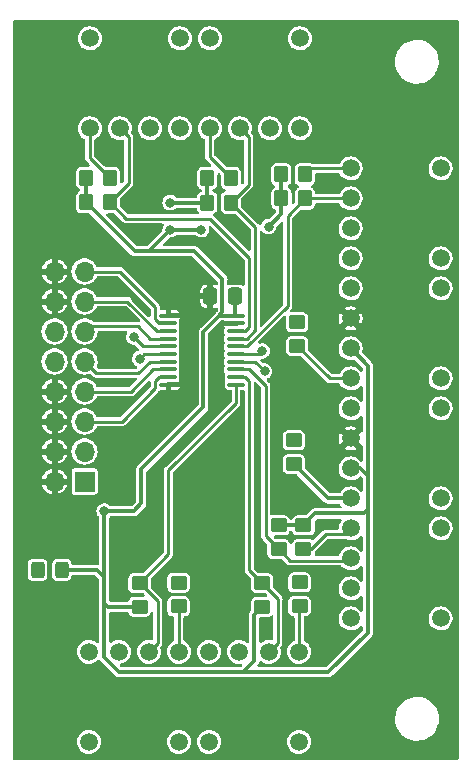
<source format=gtl>
G04 #@! TF.GenerationSoftware,KiCad,Pcbnew,(6.0.6)*
G04 #@! TF.CreationDate,2022-08-29T16:13:27+02:00*
G04 #@! TF.ProjectId,adc-fiber-interface-board-six-channels,6164632d-6669-4626-9572-2d696e746572,rev?*
G04 #@! TF.SameCoordinates,Original*
G04 #@! TF.FileFunction,Copper,L1,Top*
G04 #@! TF.FilePolarity,Positive*
%FSLAX46Y46*%
G04 Gerber Fmt 4.6, Leading zero omitted, Abs format (unit mm)*
G04 Created by KiCad (PCBNEW (6.0.6)) date 2022-08-29 16:13:27*
%MOMM*%
%LPD*%
G01*
G04 APERTURE LIST*
G04 Aperture macros list*
%AMRoundRect*
0 Rectangle with rounded corners*
0 $1 Rounding radius*
0 $2 $3 $4 $5 $6 $7 $8 $9 X,Y pos of 4 corners*
0 Add a 4 corners polygon primitive as box body*
4,1,4,$2,$3,$4,$5,$6,$7,$8,$9,$2,$3,0*
0 Add four circle primitives for the rounded corners*
1,1,$1+$1,$2,$3*
1,1,$1+$1,$4,$5*
1,1,$1+$1,$6,$7*
1,1,$1+$1,$8,$9*
0 Add four rect primitives between the rounded corners*
20,1,$1+$1,$2,$3,$4,$5,0*
20,1,$1+$1,$4,$5,$6,$7,0*
20,1,$1+$1,$6,$7,$8,$9,0*
20,1,$1+$1,$8,$9,$2,$3,0*%
G04 Aperture macros list end*
G04 #@! TA.AperFunction,ComponentPad*
%ADD10C,1.515000*%
G04 #@! TD*
G04 #@! TA.AperFunction,SMDPad,CuDef*
%ADD11RoundRect,0.250000X-0.337500X-0.475000X0.337500X-0.475000X0.337500X0.475000X-0.337500X0.475000X0*%
G04 #@! TD*
G04 #@! TA.AperFunction,SMDPad,CuDef*
%ADD12RoundRect,0.250000X0.350000X0.450000X-0.350000X0.450000X-0.350000X-0.450000X0.350000X-0.450000X0*%
G04 #@! TD*
G04 #@! TA.AperFunction,SMDPad,CuDef*
%ADD13RoundRect,0.100000X-0.637500X-0.100000X0.637500X-0.100000X0.637500X0.100000X-0.637500X0.100000X0*%
G04 #@! TD*
G04 #@! TA.AperFunction,ComponentPad*
%ADD14R,1.700000X1.700000*%
G04 #@! TD*
G04 #@! TA.AperFunction,ComponentPad*
%ADD15O,1.700000X1.700000*%
G04 #@! TD*
G04 #@! TA.AperFunction,SMDPad,CuDef*
%ADD16RoundRect,0.250000X-0.325000X-0.450000X0.325000X-0.450000X0.325000X0.450000X-0.325000X0.450000X0*%
G04 #@! TD*
G04 #@! TA.AperFunction,SMDPad,CuDef*
%ADD17RoundRect,0.250000X0.450000X-0.350000X0.450000X0.350000X-0.450000X0.350000X-0.450000X-0.350000X0*%
G04 #@! TD*
G04 #@! TA.AperFunction,SMDPad,CuDef*
%ADD18RoundRect,0.250000X-0.450000X0.350000X-0.450000X-0.350000X0.450000X-0.350000X0.450000X0.350000X0*%
G04 #@! TD*
G04 #@! TA.AperFunction,ViaPad*
%ADD19C,0.800000*%
G04 #@! TD*
G04 #@! TA.AperFunction,Conductor*
%ADD20C,0.350000*%
G04 #@! TD*
G04 #@! TA.AperFunction,Conductor*
%ADD21C,0.254000*%
G04 #@! TD*
G04 APERTURE END LIST*
D10*
X125349000Y-62941200D03*
X125349000Y-65481200D03*
X125349000Y-68021200D03*
X125349000Y-70561200D03*
X132969000Y-70561200D03*
X132969000Y-62941200D03*
D11*
X113487200Y-53441600D03*
X115562200Y-53441600D03*
D12*
X104952800Y-43408600D03*
X102952800Y-43408600D03*
X121481600Y-43129200D03*
X119481600Y-43129200D03*
D10*
X125349000Y-52781200D03*
X125349000Y-55321200D03*
X125349000Y-57861200D03*
X125349000Y-60401200D03*
X132969000Y-60401200D03*
X132969000Y-52781200D03*
D13*
X109913500Y-55088600D03*
X109913500Y-55738600D03*
X109913500Y-56388600D03*
X109913500Y-57038600D03*
X109913500Y-57688600D03*
X109913500Y-58338600D03*
X109913500Y-58988600D03*
X109913500Y-59638600D03*
X109913500Y-60288600D03*
X109913500Y-60938600D03*
X115638500Y-60938600D03*
X115638500Y-60288600D03*
X115638500Y-59638600D03*
X115638500Y-58988600D03*
X115638500Y-58338600D03*
X115638500Y-57688600D03*
X115638500Y-57038600D03*
X115638500Y-56388600D03*
X115638500Y-55738600D03*
X115638500Y-55088600D03*
D10*
X103274400Y-39219000D03*
X105814400Y-39219000D03*
X108354400Y-39219000D03*
X110894400Y-39219000D03*
X110894400Y-31599000D03*
X103274400Y-31599000D03*
D12*
X121497600Y-45161200D03*
X119497600Y-45161200D03*
D10*
X125349000Y-73101200D03*
X125349000Y-75641200D03*
X125349000Y-78181200D03*
X125349000Y-80721200D03*
X132969000Y-80721200D03*
X132969000Y-73101200D03*
D14*
X102830400Y-69123800D03*
D15*
X100290400Y-69123800D03*
X102830400Y-66583800D03*
X100290400Y-66583800D03*
X102830400Y-64043800D03*
X100290400Y-64043800D03*
X102830400Y-61503800D03*
X100290400Y-61503800D03*
X102830400Y-58963800D03*
X100290400Y-58963800D03*
X102830400Y-56423800D03*
X100290400Y-56423800D03*
X102830400Y-53883800D03*
X100290400Y-53883800D03*
X102830400Y-51343800D03*
X100290400Y-51343800D03*
D10*
X120988800Y-83539200D03*
X118448800Y-83539200D03*
X115908800Y-83539200D03*
X113368800Y-83539200D03*
X113368800Y-91159200D03*
X120988800Y-91159200D03*
D12*
X115218300Y-43434000D03*
X113218300Y-43434000D03*
D16*
X98847800Y-76606400D03*
X100897800Y-76606400D03*
D17*
X121031000Y-79663800D03*
X121031000Y-77663800D03*
D12*
X115218300Y-45516800D03*
X113218300Y-45516800D03*
X104952800Y-45466000D03*
X102952800Y-45466000D03*
D18*
X120829200Y-55650600D03*
X120829200Y-57650600D03*
D10*
X125349000Y-42621200D03*
X125349000Y-45161200D03*
X125349000Y-47701200D03*
X125349000Y-50241200D03*
X132969000Y-50241200D03*
X132969000Y-42621200D03*
D18*
X117867500Y-77724000D03*
X117867500Y-79724000D03*
D17*
X121361200Y-74837800D03*
X121361200Y-72837800D03*
X110794800Y-79689200D03*
X110794800Y-77689200D03*
D18*
X120549800Y-65642200D03*
X120549800Y-67642200D03*
D10*
X113434400Y-39219000D03*
X115974400Y-39219000D03*
X118514400Y-39219000D03*
X121054400Y-39219000D03*
X121054400Y-31599000D03*
X113434400Y-31599000D03*
X110820200Y-83539200D03*
X108280200Y-83539200D03*
X105740200Y-83539200D03*
X103200200Y-83539200D03*
X103200200Y-91159200D03*
X110820200Y-91159200D03*
D18*
X107492800Y-77724000D03*
X107492800Y-79724000D03*
D17*
X119253000Y-74837800D03*
X119253000Y-72837800D03*
D19*
X109524800Y-51968400D03*
X113969800Y-59563000D03*
X107492800Y-48006000D03*
X112166400Y-64770000D03*
X111861600Y-62077600D03*
X105156000Y-41402000D03*
X119481600Y-76809600D03*
X111760000Y-68224400D03*
X116382800Y-48666400D03*
X117195600Y-45466000D03*
X115417600Y-41198800D03*
X111760000Y-73101200D03*
X114452400Y-73101200D03*
X120243600Y-69951600D03*
X108864400Y-62585600D03*
X114554000Y-50190400D03*
X123545600Y-72745600D03*
X106730800Y-74269600D03*
X123393200Y-79298800D03*
X114554000Y-68224400D03*
X106984800Y-45516800D03*
X118262400Y-81635600D03*
X118618000Y-51104800D03*
X110337600Y-62331600D03*
X123494800Y-43789600D03*
X114452400Y-80518000D03*
X113538000Y-53441600D03*
X123494800Y-74574400D03*
X110794800Y-77677100D03*
X118414800Y-47548800D03*
X121056400Y-77651700D03*
X112725200Y-47802800D03*
X121319800Y-72837800D03*
X119532400Y-45161200D03*
X110083600Y-47802800D03*
X102952800Y-45466000D03*
X110083600Y-45516800D03*
X107474000Y-79724000D03*
X117926700Y-79736100D03*
X115562200Y-53441600D03*
X104493700Y-71628000D03*
X113218300Y-45516800D03*
X98907600Y-76555600D03*
X118066103Y-59784697D03*
X117856000Y-58064400D03*
X120829200Y-55660000D03*
X106984800Y-56896000D03*
X120549800Y-65642200D03*
X107492800Y-58724300D03*
D20*
X106984800Y-71628000D02*
X107645200Y-70967600D01*
X116973578Y-85274378D02*
X123480001Y-85274378D01*
X119497600Y-46466000D02*
X118414800Y-47548800D01*
X107645200Y-68072000D02*
X112877600Y-62839600D01*
X104493700Y-71628000D02*
X106984800Y-71628000D01*
X107086400Y-49631600D02*
X102952800Y-45498000D01*
X107645200Y-70967600D02*
X107645200Y-68072000D01*
X112115600Y-49631600D02*
X114503200Y-52019200D01*
X114503200Y-52019200D02*
X114503200Y-54813200D01*
X108254800Y-49631600D02*
X112115600Y-49631600D01*
X104493700Y-71628000D02*
X104493700Y-77217900D01*
X112877600Y-56438800D02*
X114227800Y-55088600D01*
X121319800Y-72837800D02*
X121361200Y-72837800D01*
X113218300Y-43434000D02*
X113218300Y-45516800D01*
X126796800Y-68630800D02*
X126796800Y-59309000D01*
X123480001Y-85274378D02*
X126796800Y-81957579D01*
X110083600Y-47802800D02*
X108254800Y-49631600D01*
X112877600Y-62839600D02*
X112877600Y-56438800D01*
X126187200Y-68021200D02*
X126796800Y-68630800D01*
X125349000Y-68021200D02*
X126187200Y-68021200D01*
X121361200Y-72837800D02*
X122367800Y-71831200D01*
X100897800Y-76606400D02*
X103882200Y-76606400D01*
X117867500Y-79724000D02*
X117195600Y-80395900D01*
X117195600Y-80395900D02*
X117195600Y-84328000D01*
X119481600Y-43129200D02*
X119481600Y-45145200D01*
X105768555Y-85274378D02*
X116973578Y-85274378D01*
X115562200Y-53441600D02*
X115562200Y-55012300D01*
X108254800Y-49631600D02*
X107086400Y-49631600D01*
X116313178Y-85274378D02*
X116973578Y-85274378D01*
X114227800Y-55088600D02*
X115638500Y-55088600D01*
X126796800Y-59309000D02*
X125349000Y-57861200D01*
X119497600Y-45161200D02*
X119497600Y-46466000D01*
X126492000Y-71831200D02*
X126796800Y-71526400D01*
X126796800Y-81957579D02*
X126796800Y-71526400D01*
X104493700Y-83999523D02*
X105768555Y-85274378D01*
X104815400Y-79724000D02*
X104493700Y-79402300D01*
X115562200Y-55012300D02*
X115638500Y-55088600D01*
X103882200Y-76606400D02*
X104493700Y-77217900D01*
X104493700Y-79402300D02*
X104493700Y-83999523D01*
X122367800Y-71831200D02*
X126492000Y-71831200D01*
X112725200Y-47802800D02*
X110083600Y-47802800D01*
X114503200Y-54813200D02*
X114227800Y-55088600D01*
X117195600Y-84328000D02*
X116281200Y-85242400D01*
X119253000Y-72837800D02*
X121319800Y-72837800D01*
X113218300Y-45516800D02*
X110083600Y-45516800D01*
X119481600Y-45145200D02*
X119497600Y-45161200D01*
X102952800Y-43408600D02*
X102952800Y-45466000D01*
X104493700Y-77217900D02*
X104493700Y-79402300D01*
X116281200Y-85242400D02*
X116313178Y-85274378D01*
X107474000Y-79724000D02*
X104815400Y-79724000D01*
X107492800Y-79724000D02*
X107474000Y-79724000D01*
X102952800Y-45498000D02*
X102952800Y-45466000D01*
X126796800Y-71526400D02*
X126796800Y-68630800D01*
D21*
X105983800Y-64043800D02*
X108795000Y-61232600D01*
X109145763Y-60288600D02*
X109913500Y-60288600D01*
X102830400Y-64043800D02*
X105983800Y-64043800D01*
X108795000Y-60639363D02*
X109145763Y-60288600D01*
X108795000Y-61232600D02*
X108795000Y-60639363D01*
X106796600Y-61503800D02*
X108661800Y-59638600D01*
X102830400Y-61503800D02*
X106796600Y-61503800D01*
X108661800Y-59638600D02*
X109913500Y-59638600D01*
X109913500Y-58988600D02*
X108333001Y-58988600D01*
X108333001Y-58988600D02*
X107377601Y-59944000D01*
X107377601Y-59944000D02*
X103810600Y-59944000D01*
X103810600Y-59944000D02*
X102830400Y-58963800D01*
X115638500Y-58988600D02*
X117270006Y-58988600D01*
X117270006Y-58988600D02*
X118066103Y-59784697D01*
X103272600Y-55981600D02*
X107340400Y-55981600D01*
X107340400Y-55981600D02*
X108397400Y-57038600D01*
X102830400Y-56423800D02*
X103272600Y-55981600D01*
X108397400Y-57038600D02*
X109913500Y-57038600D01*
X117581800Y-58338600D02*
X117856000Y-58064400D01*
X115638500Y-58338600D02*
X117581800Y-58338600D01*
X108947000Y-56369000D02*
X109893900Y-56369000D01*
X109893900Y-56369000D02*
X109913500Y-56388600D01*
X106461800Y-53883800D02*
X108947000Y-56369000D01*
X102830400Y-53883800D02*
X106461800Y-53883800D01*
X105801400Y-51343800D02*
X102830400Y-51343800D01*
X108795000Y-55387837D02*
X108795000Y-54337400D01*
X108795000Y-54337400D02*
X105801400Y-51343800D01*
X109913500Y-55738600D02*
X109145763Y-55738600D01*
X109145763Y-55738600D02*
X108795000Y-55387837D01*
X104952800Y-43408600D02*
X103274400Y-41730200D01*
X103274400Y-41730200D02*
X103274400Y-39219000D01*
X113487200Y-46888400D02*
X116757000Y-50158200D01*
X106571899Y-39976499D02*
X106571899Y-43846901D01*
X106571899Y-43846901D02*
X104952800Y-45466000D01*
X116433000Y-56388600D02*
X115638500Y-56388600D01*
X105814400Y-39219000D02*
X106571899Y-39976499D01*
X116757000Y-50158200D02*
X116757000Y-56064600D01*
X106375200Y-46888400D02*
X113487200Y-46888400D01*
X116757000Y-56064600D02*
X116433000Y-56388600D01*
X104952800Y-45466000D02*
X106375200Y-46888400D01*
X113434400Y-41650100D02*
X113434400Y-39219000D01*
X115218300Y-43434000D02*
X113434400Y-41650100D01*
X116731899Y-44003201D02*
X115218300Y-45516800D01*
X116545000Y-57038600D02*
X115638500Y-57038600D01*
X117265000Y-47563500D02*
X117265000Y-56318600D01*
X115218300Y-45516800D02*
X117265000Y-47563500D01*
X115974400Y-39219000D02*
X116731899Y-39976499D01*
X117265000Y-56318600D02*
X116545000Y-57038600D01*
X116731899Y-39976499D02*
X116731899Y-44003201D01*
X121481600Y-43129200D02*
X121989600Y-42621200D01*
X121989600Y-42621200D02*
X125349000Y-42621200D01*
X116613420Y-57688600D02*
X115638500Y-57688600D01*
X121497600Y-45161200D02*
X125349000Y-45161200D01*
X120040400Y-54261620D02*
X116613420Y-57688600D01*
X120040400Y-46618400D02*
X120040400Y-54261620D01*
X121497600Y-45161200D02*
X120040400Y-46618400D01*
X123240800Y-73609200D02*
X124841000Y-73609200D01*
X121361200Y-74837800D02*
X122012200Y-74837800D01*
X122012200Y-74837800D02*
X123240800Y-73609200D01*
X124841000Y-73609200D02*
X125349000Y-73101200D01*
X125171400Y-75818800D02*
X125349000Y-75641200D01*
X119253000Y-74837800D02*
X120234000Y-75818800D01*
X118172000Y-73756800D02*
X119253000Y-74837800D01*
X115638500Y-59638600D02*
X116788600Y-59638600D01*
X118172000Y-61022000D02*
X118172000Y-73756800D01*
X120234000Y-75818800D02*
X125171400Y-75818800D01*
X116788600Y-59638600D02*
X118172000Y-61022000D01*
X120988800Y-79706000D02*
X120988800Y-83539200D01*
X121031000Y-79663800D02*
X120988800Y-79706000D01*
X116757000Y-76613500D02*
X116757000Y-60639363D01*
X116757000Y-60639363D02*
X116406237Y-60288600D01*
X117867500Y-77724000D02*
X119206299Y-79062799D01*
X119206299Y-79062799D02*
X119206299Y-82781701D01*
X117867500Y-77724000D02*
X116757000Y-76613500D01*
X119206299Y-82781701D02*
X118448800Y-83539200D01*
X116406237Y-60288600D02*
X115638500Y-60288600D01*
X110794800Y-79689200D02*
X110820200Y-79714600D01*
X110820200Y-79714600D02*
X110820200Y-83539200D01*
X109931200Y-75285600D02*
X109931200Y-68173600D01*
X107492800Y-77724000D02*
X109037699Y-79268899D01*
X109931200Y-68173600D02*
X115638500Y-62466300D01*
X109037699Y-79268899D02*
X109037699Y-82781701D01*
X115638500Y-62466300D02*
X115638500Y-60938600D01*
X107492800Y-77724000D02*
X109931200Y-75285600D01*
X109037699Y-82781701D02*
X108280200Y-83539200D01*
X120829200Y-57650600D02*
X123579800Y-60401200D01*
X123579800Y-60401200D02*
X125349000Y-60401200D01*
X107777400Y-57688600D02*
X109913500Y-57688600D01*
X106984800Y-56896000D02*
X107777400Y-57688600D01*
D20*
X120549800Y-67642200D02*
X123468800Y-70561200D01*
X123468800Y-70561200D02*
X125349000Y-70561200D01*
D21*
X107878500Y-58338600D02*
X109913500Y-58338600D01*
X107492800Y-58724300D02*
X107878500Y-58338600D01*
G04 #@! TA.AperFunction,Conductor*
G36*
X134441621Y-30054902D02*
G01*
X134488114Y-30108558D01*
X134499500Y-30160900D01*
X134499500Y-92569100D01*
X134479498Y-92637221D01*
X134425842Y-92683714D01*
X134373500Y-92695100D01*
X96874900Y-92695100D01*
X96806779Y-92675098D01*
X96760286Y-92621442D01*
X96748900Y-92569100D01*
X96748900Y-91145002D01*
X102183402Y-91145002D01*
X102200009Y-91342769D01*
X102254713Y-91533545D01*
X102257531Y-91539027D01*
X102257532Y-91539031D01*
X102342610Y-91704575D01*
X102342613Y-91704579D01*
X102345430Y-91710061D01*
X102468706Y-91865596D01*
X102619843Y-91994224D01*
X102793086Y-92091047D01*
X102981836Y-92152375D01*
X103178904Y-92175874D01*
X103185039Y-92175402D01*
X103185041Y-92175402D01*
X103370640Y-92161121D01*
X103370644Y-92161120D01*
X103376782Y-92160648D01*
X103567935Y-92107277D01*
X103651535Y-92065048D01*
X103739580Y-92020574D01*
X103739582Y-92020573D01*
X103745081Y-92017795D01*
X103901472Y-91895608D01*
X103905498Y-91890944D01*
X103905501Y-91890941D01*
X104027123Y-91750040D01*
X104027124Y-91750038D01*
X104031152Y-91745372D01*
X104129182Y-91572809D01*
X104191826Y-91384492D01*
X104216701Y-91187593D01*
X104217097Y-91159200D01*
X104215705Y-91145002D01*
X109803402Y-91145002D01*
X109820009Y-91342769D01*
X109874713Y-91533545D01*
X109877531Y-91539027D01*
X109877532Y-91539031D01*
X109962610Y-91704575D01*
X109962613Y-91704579D01*
X109965430Y-91710061D01*
X110088706Y-91865596D01*
X110239843Y-91994224D01*
X110413086Y-92091047D01*
X110601836Y-92152375D01*
X110798904Y-92175874D01*
X110805039Y-92175402D01*
X110805041Y-92175402D01*
X110990640Y-92161121D01*
X110990644Y-92161120D01*
X110996782Y-92160648D01*
X111187935Y-92107277D01*
X111271535Y-92065048D01*
X111359580Y-92020574D01*
X111359582Y-92020573D01*
X111365081Y-92017795D01*
X111521472Y-91895608D01*
X111525498Y-91890944D01*
X111525501Y-91890941D01*
X111647123Y-91750040D01*
X111647124Y-91750038D01*
X111651152Y-91745372D01*
X111749182Y-91572809D01*
X111811826Y-91384492D01*
X111836701Y-91187593D01*
X111837097Y-91159200D01*
X111835705Y-91145002D01*
X112352002Y-91145002D01*
X112368609Y-91342769D01*
X112423313Y-91533545D01*
X112426131Y-91539027D01*
X112426132Y-91539031D01*
X112511210Y-91704575D01*
X112511213Y-91704579D01*
X112514030Y-91710061D01*
X112637306Y-91865596D01*
X112788443Y-91994224D01*
X112961686Y-92091047D01*
X113150436Y-92152375D01*
X113347504Y-92175874D01*
X113353639Y-92175402D01*
X113353641Y-92175402D01*
X113539240Y-92161121D01*
X113539244Y-92161120D01*
X113545382Y-92160648D01*
X113736535Y-92107277D01*
X113820135Y-92065048D01*
X113908180Y-92020574D01*
X113908182Y-92020573D01*
X113913681Y-92017795D01*
X114070072Y-91895608D01*
X114074098Y-91890944D01*
X114074101Y-91890941D01*
X114195723Y-91750040D01*
X114195724Y-91750038D01*
X114199752Y-91745372D01*
X114297782Y-91572809D01*
X114360426Y-91384492D01*
X114385301Y-91187593D01*
X114385697Y-91159200D01*
X114384305Y-91145002D01*
X119972002Y-91145002D01*
X119988609Y-91342769D01*
X120043313Y-91533545D01*
X120046131Y-91539027D01*
X120046132Y-91539031D01*
X120131210Y-91704575D01*
X120131213Y-91704579D01*
X120134030Y-91710061D01*
X120257306Y-91865596D01*
X120408443Y-91994224D01*
X120581686Y-92091047D01*
X120770436Y-92152375D01*
X120967504Y-92175874D01*
X120973639Y-92175402D01*
X120973641Y-92175402D01*
X121159240Y-92161121D01*
X121159244Y-92161120D01*
X121165382Y-92160648D01*
X121356535Y-92107277D01*
X121440135Y-92065048D01*
X121528180Y-92020574D01*
X121528182Y-92020573D01*
X121533681Y-92017795D01*
X121690072Y-91895608D01*
X121694098Y-91890944D01*
X121694101Y-91890941D01*
X121815723Y-91750040D01*
X121815724Y-91750038D01*
X121819752Y-91745372D01*
X121917782Y-91572809D01*
X121980426Y-91384492D01*
X122005301Y-91187593D01*
X122005697Y-91159200D01*
X121986330Y-90961684D01*
X121984549Y-90955785D01*
X121984548Y-90955780D01*
X121930749Y-90777590D01*
X121928968Y-90771691D01*
X121835795Y-90596458D01*
X121831905Y-90591688D01*
X121831902Y-90591684D01*
X121714255Y-90447435D01*
X121714252Y-90447432D01*
X121710360Y-90442660D01*
X121703971Y-90437374D01*
X121562190Y-90320082D01*
X121557442Y-90316154D01*
X121552025Y-90313225D01*
X121552022Y-90313223D01*
X121388283Y-90224690D01*
X121388278Y-90224688D01*
X121382863Y-90221760D01*
X121193276Y-90163073D01*
X121187151Y-90162429D01*
X121187150Y-90162429D01*
X121002027Y-90142972D01*
X121002026Y-90142972D01*
X120995899Y-90142328D01*
X120873221Y-90153492D01*
X120804394Y-90159756D01*
X120804393Y-90159756D01*
X120798253Y-90160315D01*
X120792339Y-90162056D01*
X120792337Y-90162056D01*
X120719936Y-90183365D01*
X120607864Y-90216350D01*
X120431985Y-90308297D01*
X120277314Y-90432655D01*
X120149745Y-90584687D01*
X120146781Y-90590079D01*
X120146778Y-90590083D01*
X120112787Y-90651913D01*
X120054134Y-90758602D01*
X119994125Y-90947775D01*
X119993439Y-90953892D01*
X119993438Y-90953896D01*
X119981634Y-91059135D01*
X119972002Y-91145002D01*
X114384305Y-91145002D01*
X114366330Y-90961684D01*
X114364549Y-90955785D01*
X114364548Y-90955780D01*
X114310749Y-90777590D01*
X114308968Y-90771691D01*
X114215795Y-90596458D01*
X114211905Y-90591688D01*
X114211902Y-90591684D01*
X114094255Y-90447435D01*
X114094252Y-90447432D01*
X114090360Y-90442660D01*
X114083971Y-90437374D01*
X113942190Y-90320082D01*
X113937442Y-90316154D01*
X113932025Y-90313225D01*
X113932022Y-90313223D01*
X113768283Y-90224690D01*
X113768278Y-90224688D01*
X113762863Y-90221760D01*
X113573276Y-90163073D01*
X113567151Y-90162429D01*
X113567150Y-90162429D01*
X113382027Y-90142972D01*
X113382026Y-90142972D01*
X113375899Y-90142328D01*
X113253221Y-90153492D01*
X113184394Y-90159756D01*
X113184393Y-90159756D01*
X113178253Y-90160315D01*
X113172339Y-90162056D01*
X113172337Y-90162056D01*
X113099936Y-90183365D01*
X112987864Y-90216350D01*
X112811985Y-90308297D01*
X112657314Y-90432655D01*
X112529745Y-90584687D01*
X112526781Y-90590079D01*
X112526778Y-90590083D01*
X112492787Y-90651913D01*
X112434134Y-90758602D01*
X112374125Y-90947775D01*
X112373439Y-90953892D01*
X112373438Y-90953896D01*
X112361634Y-91059135D01*
X112352002Y-91145002D01*
X111835705Y-91145002D01*
X111817730Y-90961684D01*
X111815949Y-90955785D01*
X111815948Y-90955780D01*
X111762149Y-90777590D01*
X111760368Y-90771691D01*
X111667195Y-90596458D01*
X111663305Y-90591688D01*
X111663302Y-90591684D01*
X111545655Y-90447435D01*
X111545652Y-90447432D01*
X111541760Y-90442660D01*
X111535371Y-90437374D01*
X111393590Y-90320082D01*
X111388842Y-90316154D01*
X111383425Y-90313225D01*
X111383422Y-90313223D01*
X111219683Y-90224690D01*
X111219678Y-90224688D01*
X111214263Y-90221760D01*
X111024676Y-90163073D01*
X111018551Y-90162429D01*
X111018550Y-90162429D01*
X110833427Y-90142972D01*
X110833426Y-90142972D01*
X110827299Y-90142328D01*
X110704621Y-90153492D01*
X110635794Y-90159756D01*
X110635793Y-90159756D01*
X110629653Y-90160315D01*
X110623739Y-90162056D01*
X110623737Y-90162056D01*
X110551336Y-90183365D01*
X110439264Y-90216350D01*
X110263385Y-90308297D01*
X110108714Y-90432655D01*
X109981145Y-90584687D01*
X109978181Y-90590079D01*
X109978178Y-90590083D01*
X109944187Y-90651913D01*
X109885534Y-90758602D01*
X109825525Y-90947775D01*
X109824839Y-90953892D01*
X109824838Y-90953896D01*
X109813034Y-91059135D01*
X109803402Y-91145002D01*
X104215705Y-91145002D01*
X104197730Y-90961684D01*
X104195949Y-90955785D01*
X104195948Y-90955780D01*
X104142149Y-90777590D01*
X104140368Y-90771691D01*
X104047195Y-90596458D01*
X104043305Y-90591688D01*
X104043302Y-90591684D01*
X103925655Y-90447435D01*
X103925652Y-90447432D01*
X103921760Y-90442660D01*
X103915371Y-90437374D01*
X103773590Y-90320082D01*
X103768842Y-90316154D01*
X103763425Y-90313225D01*
X103763422Y-90313223D01*
X103599683Y-90224690D01*
X103599678Y-90224688D01*
X103594263Y-90221760D01*
X103404676Y-90163073D01*
X103398551Y-90162429D01*
X103398550Y-90162429D01*
X103213427Y-90142972D01*
X103213426Y-90142972D01*
X103207299Y-90142328D01*
X103084621Y-90153492D01*
X103015794Y-90159756D01*
X103015793Y-90159756D01*
X103009653Y-90160315D01*
X103003739Y-90162056D01*
X103003737Y-90162056D01*
X102931336Y-90183365D01*
X102819264Y-90216350D01*
X102643385Y-90308297D01*
X102488714Y-90432655D01*
X102361145Y-90584687D01*
X102358181Y-90590079D01*
X102358178Y-90590083D01*
X102324187Y-90651913D01*
X102265534Y-90758602D01*
X102205525Y-90947775D01*
X102204839Y-90953892D01*
X102204838Y-90953896D01*
X102193034Y-91059135D01*
X102183402Y-91145002D01*
X96748900Y-91145002D01*
X96748900Y-89246986D01*
X129128818Y-89246986D01*
X129154379Y-89514900D01*
X129218347Y-89776318D01*
X129319383Y-90025763D01*
X129455369Y-90258010D01*
X129623458Y-90468195D01*
X129820127Y-90651913D01*
X130041257Y-90805316D01*
X130282216Y-90925191D01*
X130286550Y-90926612D01*
X130286553Y-90926613D01*
X130533623Y-91007607D01*
X130533629Y-91007608D01*
X130537956Y-91009027D01*
X130542447Y-91009807D01*
X130542448Y-91009807D01*
X130799338Y-91054411D01*
X130799346Y-91054412D01*
X130803119Y-91055067D01*
X130806956Y-91055258D01*
X130886577Y-91059222D01*
X130886585Y-91059222D01*
X130888148Y-91059300D01*
X131056174Y-91059300D01*
X131058442Y-91059135D01*
X131058454Y-91059135D01*
X131189257Y-91049644D01*
X131256225Y-91044785D01*
X131260680Y-91043801D01*
X131260683Y-91043801D01*
X131514570Y-90987747D01*
X131514572Y-90987746D01*
X131519026Y-90986763D01*
X131770700Y-90891413D01*
X132005972Y-90760731D01*
X132152642Y-90648796D01*
X132216291Y-90600221D01*
X132216295Y-90600217D01*
X132219916Y-90597454D01*
X132408049Y-90405003D01*
X132474854Y-90313223D01*
X132563742Y-90191104D01*
X132563747Y-90191097D01*
X132566430Y-90187410D01*
X132691741Y-89949233D01*
X132781357Y-89695462D01*
X132806488Y-89567956D01*
X132832520Y-89435883D01*
X132832521Y-89435877D01*
X132833401Y-89431411D01*
X132842582Y-89246986D01*
X132846555Y-89167183D01*
X132846555Y-89167177D01*
X132846782Y-89162614D01*
X132821221Y-88894700D01*
X132757253Y-88633282D01*
X132656217Y-88383837D01*
X132520231Y-88151590D01*
X132352142Y-87941405D01*
X132155473Y-87757687D01*
X131934343Y-87604284D01*
X131693384Y-87484409D01*
X131689050Y-87482988D01*
X131689047Y-87482987D01*
X131441977Y-87401993D01*
X131441971Y-87401992D01*
X131437644Y-87400573D01*
X131433152Y-87399793D01*
X131176262Y-87355189D01*
X131176254Y-87355188D01*
X131172481Y-87354533D01*
X131162518Y-87354037D01*
X131089023Y-87350378D01*
X131089015Y-87350378D01*
X131087452Y-87350300D01*
X130919426Y-87350300D01*
X130917158Y-87350465D01*
X130917146Y-87350465D01*
X130786343Y-87359956D01*
X130719375Y-87364815D01*
X130714920Y-87365799D01*
X130714917Y-87365799D01*
X130461030Y-87421853D01*
X130461028Y-87421854D01*
X130456574Y-87422837D01*
X130204900Y-87518187D01*
X129969628Y-87648869D01*
X129965996Y-87651641D01*
X129759309Y-87809379D01*
X129759305Y-87809383D01*
X129755684Y-87812146D01*
X129567551Y-88004597D01*
X129564866Y-88008286D01*
X129411858Y-88218496D01*
X129411853Y-88218503D01*
X129409170Y-88222190D01*
X129283859Y-88460367D01*
X129194243Y-88714138D01*
X129193360Y-88718620D01*
X129158655Y-88894700D01*
X129142199Y-88978189D01*
X129141972Y-88982742D01*
X129141972Y-88982745D01*
X129132791Y-89167183D01*
X129128818Y-89246986D01*
X96748900Y-89246986D01*
X96748900Y-77104156D01*
X98018300Y-77104156D01*
X98025002Y-77165848D01*
X98027774Y-77173241D01*
X98027774Y-77173243D01*
X98032209Y-77185073D01*
X98075729Y-77301164D01*
X98081109Y-77308343D01*
X98081111Y-77308346D01*
X98103451Y-77338154D01*
X98162396Y-77416804D01*
X98169576Y-77422185D01*
X98270854Y-77498089D01*
X98270857Y-77498091D01*
X98278036Y-77503471D01*
X98367754Y-77537104D01*
X98405957Y-77551426D01*
X98405959Y-77551426D01*
X98413352Y-77554198D01*
X98421202Y-77555051D01*
X98421203Y-77555051D01*
X98471647Y-77560531D01*
X98475044Y-77560900D01*
X99220556Y-77560900D01*
X99223953Y-77560531D01*
X99274397Y-77555051D01*
X99274398Y-77555051D01*
X99282248Y-77554198D01*
X99289641Y-77551426D01*
X99289643Y-77551426D01*
X99327846Y-77537104D01*
X99417564Y-77503471D01*
X99424743Y-77498091D01*
X99424746Y-77498089D01*
X99526024Y-77422185D01*
X99533204Y-77416804D01*
X99592149Y-77338154D01*
X99614489Y-77308346D01*
X99614491Y-77308343D01*
X99619871Y-77301164D01*
X99663391Y-77185073D01*
X99667826Y-77173243D01*
X99667826Y-77173241D01*
X99670598Y-77165848D01*
X99677300Y-77104156D01*
X100068300Y-77104156D01*
X100075002Y-77165848D01*
X100077774Y-77173241D01*
X100077774Y-77173243D01*
X100082209Y-77185073D01*
X100125729Y-77301164D01*
X100131109Y-77308343D01*
X100131111Y-77308346D01*
X100153451Y-77338154D01*
X100212396Y-77416804D01*
X100219576Y-77422185D01*
X100320854Y-77498089D01*
X100320857Y-77498091D01*
X100328036Y-77503471D01*
X100417754Y-77537104D01*
X100455957Y-77551426D01*
X100455959Y-77551426D01*
X100463352Y-77554198D01*
X100471202Y-77555051D01*
X100471203Y-77555051D01*
X100521647Y-77560531D01*
X100525044Y-77560900D01*
X101270556Y-77560900D01*
X101273953Y-77560531D01*
X101324397Y-77555051D01*
X101324398Y-77555051D01*
X101332248Y-77554198D01*
X101339641Y-77551426D01*
X101339643Y-77551426D01*
X101377846Y-77537104D01*
X101467564Y-77503471D01*
X101474743Y-77498091D01*
X101474746Y-77498089D01*
X101576024Y-77422185D01*
X101583204Y-77416804D01*
X101642149Y-77338154D01*
X101664489Y-77308346D01*
X101664491Y-77308343D01*
X101669871Y-77301164D01*
X101713391Y-77185073D01*
X101717826Y-77173243D01*
X101717826Y-77173241D01*
X101720598Y-77165848D01*
X101722505Y-77148293D01*
X101749746Y-77082731D01*
X101808109Y-77042304D01*
X101847768Y-77035900D01*
X103652105Y-77035900D01*
X103720226Y-77055902D01*
X103741201Y-77072805D01*
X104027296Y-77358901D01*
X104061321Y-77421213D01*
X104064200Y-77447996D01*
X104064200Y-79369331D01*
X104063327Y-79384141D01*
X104059563Y-79415943D01*
X104061255Y-79425207D01*
X104061255Y-79425209D01*
X104062150Y-79430109D01*
X104064200Y-79452746D01*
X104064200Y-82672733D01*
X104044198Y-82740854D01*
X103990542Y-82787347D01*
X103920268Y-82797451D01*
X103857884Y-82769817D01*
X103836957Y-82752504D01*
X103768842Y-82696154D01*
X103763425Y-82693225D01*
X103763422Y-82693223D01*
X103599683Y-82604690D01*
X103599678Y-82604688D01*
X103594263Y-82601760D01*
X103404676Y-82543073D01*
X103398551Y-82542429D01*
X103398550Y-82542429D01*
X103213427Y-82522972D01*
X103213426Y-82522972D01*
X103207299Y-82522328D01*
X103084621Y-82533492D01*
X103015794Y-82539756D01*
X103015793Y-82539756D01*
X103009653Y-82540315D01*
X103003739Y-82542056D01*
X103003737Y-82542056D01*
X102874137Y-82580200D01*
X102819264Y-82596350D01*
X102643385Y-82688297D01*
X102488714Y-82812655D01*
X102361145Y-82964687D01*
X102358181Y-82970079D01*
X102358178Y-82970083D01*
X102304473Y-83067772D01*
X102265534Y-83138602D01*
X102205525Y-83327775D01*
X102204839Y-83333892D01*
X102204838Y-83333896D01*
X102184089Y-83518877D01*
X102183402Y-83525002D01*
X102200009Y-83722769D01*
X102254713Y-83913545D01*
X102257531Y-83919027D01*
X102257532Y-83919031D01*
X102342610Y-84084575D01*
X102342613Y-84084579D01*
X102345430Y-84090061D01*
X102468706Y-84245596D01*
X102473400Y-84249591D01*
X102583005Y-84342872D01*
X102619843Y-84374224D01*
X102793086Y-84471047D01*
X102981836Y-84532375D01*
X103178904Y-84555874D01*
X103185039Y-84555402D01*
X103185041Y-84555402D01*
X103370640Y-84541121D01*
X103370644Y-84541120D01*
X103376782Y-84540648D01*
X103567935Y-84487277D01*
X103651535Y-84445048D01*
X103739580Y-84400574D01*
X103739582Y-84400573D01*
X103745081Y-84397795D01*
X103901472Y-84275608D01*
X103905498Y-84270944D01*
X103905501Y-84270941D01*
X103937401Y-84233984D01*
X103997054Y-84195487D01*
X104068050Y-84195352D01*
X104127849Y-84233622D01*
X104132621Y-84239841D01*
X104134457Y-84243664D01*
X104139129Y-84248719D01*
X104142303Y-84254828D01*
X104146417Y-84259644D01*
X104181841Y-84295068D01*
X104185271Y-84298635D01*
X104205750Y-84320789D01*
X104222125Y-84338504D01*
X104228251Y-84342063D01*
X104233860Y-84347087D01*
X105441537Y-85554764D01*
X105451392Y-85565853D01*
X105471221Y-85591006D01*
X105517175Y-85622766D01*
X105520380Y-85625057D01*
X105565309Y-85658243D01*
X105571806Y-85660525D01*
X105577467Y-85664437D01*
X105586442Y-85667275D01*
X105586441Y-85667275D01*
X105630701Y-85681273D01*
X105634452Y-85682525D01*
X105678278Y-85697915D01*
X105678283Y-85697916D01*
X105687165Y-85701035D01*
X105694045Y-85701305D01*
X105700608Y-85703381D01*
X105706922Y-85703878D01*
X105757039Y-85703878D01*
X105761985Y-85703975D01*
X105816218Y-85706106D01*
X105823061Y-85704291D01*
X105830574Y-85703878D01*
X116301663Y-85703878D01*
X116306609Y-85703975D01*
X116360841Y-85706106D01*
X116367684Y-85704291D01*
X116375197Y-85703878D01*
X123447032Y-85703878D01*
X123461842Y-85704751D01*
X123493644Y-85708515D01*
X123502908Y-85706823D01*
X123502909Y-85706823D01*
X123548584Y-85698481D01*
X123552490Y-85697831D01*
X123598406Y-85690928D01*
X123607718Y-85689528D01*
X123613925Y-85686547D01*
X123620695Y-85685311D01*
X123629051Y-85680971D01*
X123629058Y-85680968D01*
X123670274Y-85659557D01*
X123673751Y-85657819D01*
X123724142Y-85633621D01*
X123729197Y-85628949D01*
X123735306Y-85625775D01*
X123740122Y-85621661D01*
X123775546Y-85586237D01*
X123779113Y-85582807D01*
X123812062Y-85552350D01*
X123812063Y-85552349D01*
X123818982Y-85545953D01*
X123822541Y-85539827D01*
X123827565Y-85534218D01*
X127077186Y-82284597D01*
X127088275Y-82274742D01*
X127106031Y-82260744D01*
X127113428Y-82254913D01*
X127145188Y-82208959D01*
X127147479Y-82205754D01*
X127175070Y-82168400D01*
X127175070Y-82168399D01*
X127180665Y-82160825D01*
X127182947Y-82154328D01*
X127186859Y-82148667D01*
X127203695Y-82095431D01*
X127204946Y-82091682D01*
X127220336Y-82047859D01*
X127220338Y-82047851D01*
X127223457Y-82038968D01*
X127223727Y-82032089D01*
X127225803Y-82025526D01*
X127226300Y-82019212D01*
X127226300Y-81969094D01*
X127226397Y-81964147D01*
X127228158Y-81919325D01*
X127228528Y-81909916D01*
X127226713Y-81903073D01*
X127226300Y-81895560D01*
X127226300Y-80707002D01*
X131952202Y-80707002D01*
X131968809Y-80904769D01*
X132023513Y-81095545D01*
X132026331Y-81101027D01*
X132026332Y-81101031D01*
X132111410Y-81266575D01*
X132111413Y-81266579D01*
X132114230Y-81272061D01*
X132237506Y-81427596D01*
X132388643Y-81556224D01*
X132561886Y-81653047D01*
X132750636Y-81714375D01*
X132947704Y-81737874D01*
X132953839Y-81737402D01*
X132953841Y-81737402D01*
X133139440Y-81723121D01*
X133139444Y-81723120D01*
X133145582Y-81722648D01*
X133336735Y-81669277D01*
X133420335Y-81627048D01*
X133508380Y-81582574D01*
X133508382Y-81582573D01*
X133513881Y-81579795D01*
X133670272Y-81457608D01*
X133674298Y-81452944D01*
X133674301Y-81452941D01*
X133795923Y-81312040D01*
X133795924Y-81312038D01*
X133799952Y-81307372D01*
X133897982Y-81134809D01*
X133960626Y-80946492D01*
X133985501Y-80749593D01*
X133985897Y-80721200D01*
X133966530Y-80523684D01*
X133964749Y-80517785D01*
X133964748Y-80517780D01*
X133910949Y-80339590D01*
X133909168Y-80333691D01*
X133856837Y-80235271D01*
X133818889Y-80163900D01*
X133818887Y-80163897D01*
X133815995Y-80158458D01*
X133812105Y-80153688D01*
X133812102Y-80153684D01*
X133694455Y-80009435D01*
X133694452Y-80009432D01*
X133690560Y-80004660D01*
X133684171Y-79999374D01*
X133542390Y-79882082D01*
X133537642Y-79878154D01*
X133532225Y-79875225D01*
X133532222Y-79875223D01*
X133368483Y-79786690D01*
X133368478Y-79786688D01*
X133363063Y-79783760D01*
X133173476Y-79725073D01*
X133167351Y-79724429D01*
X133167350Y-79724429D01*
X132982227Y-79704972D01*
X132982226Y-79704972D01*
X132976099Y-79704328D01*
X132853421Y-79715492D01*
X132784594Y-79721756D01*
X132784593Y-79721756D01*
X132778453Y-79722315D01*
X132772539Y-79724056D01*
X132772537Y-79724056D01*
X132642937Y-79762200D01*
X132588064Y-79778350D01*
X132412185Y-79870297D01*
X132257514Y-79994655D01*
X132129945Y-80146687D01*
X132126981Y-80152079D01*
X132126978Y-80152083D01*
X132073060Y-80250160D01*
X132034334Y-80320602D01*
X131974325Y-80509775D01*
X131973639Y-80515892D01*
X131973638Y-80515896D01*
X131962257Y-80617358D01*
X131952202Y-80707002D01*
X127226300Y-80707002D01*
X127226300Y-73087002D01*
X131952202Y-73087002D01*
X131952718Y-73093146D01*
X131967606Y-73270439D01*
X131968809Y-73284769D01*
X132023513Y-73475545D01*
X132026331Y-73481027D01*
X132026332Y-73481031D01*
X132111410Y-73646575D01*
X132111413Y-73646579D01*
X132114230Y-73652061D01*
X132237506Y-73807596D01*
X132242200Y-73811591D01*
X132378301Y-73927422D01*
X132388643Y-73936224D01*
X132561886Y-74033047D01*
X132750636Y-74094375D01*
X132947704Y-74117874D01*
X132953839Y-74117402D01*
X132953841Y-74117402D01*
X133139440Y-74103121D01*
X133139444Y-74103120D01*
X133145582Y-74102648D01*
X133336735Y-74049277D01*
X133443107Y-73995545D01*
X133508380Y-73962574D01*
X133508382Y-73962573D01*
X133513881Y-73959795D01*
X133670272Y-73837608D01*
X133674298Y-73832944D01*
X133674301Y-73832941D01*
X133795923Y-73692040D01*
X133795924Y-73692038D01*
X133799952Y-73687372D01*
X133897982Y-73514809D01*
X133960626Y-73326492D01*
X133964432Y-73296369D01*
X133985059Y-73133094D01*
X133985059Y-73133089D01*
X133985501Y-73129593D01*
X133985897Y-73101200D01*
X133966530Y-72903684D01*
X133964749Y-72897785D01*
X133964748Y-72897780D01*
X133910949Y-72719590D01*
X133909168Y-72713691D01*
X133815995Y-72538458D01*
X133812105Y-72533688D01*
X133812102Y-72533684D01*
X133694455Y-72389435D01*
X133694452Y-72389432D01*
X133690560Y-72384660D01*
X133684171Y-72379374D01*
X133542390Y-72262082D01*
X133537642Y-72258154D01*
X133532225Y-72255225D01*
X133532222Y-72255223D01*
X133368483Y-72166690D01*
X133368478Y-72166688D01*
X133363063Y-72163760D01*
X133173476Y-72105073D01*
X133167351Y-72104429D01*
X133167350Y-72104429D01*
X132982227Y-72084972D01*
X132982226Y-72084972D01*
X132976099Y-72084328D01*
X132853421Y-72095492D01*
X132784594Y-72101756D01*
X132784593Y-72101756D01*
X132778453Y-72102315D01*
X132772539Y-72104056D01*
X132772537Y-72104056D01*
X132693236Y-72127396D01*
X132588064Y-72158350D01*
X132412185Y-72250297D01*
X132257514Y-72374655D01*
X132129945Y-72526687D01*
X132126981Y-72532079D01*
X132126978Y-72532083D01*
X132121035Y-72542894D01*
X132034334Y-72700602D01*
X131974325Y-72889775D01*
X131973639Y-72895892D01*
X131973638Y-72895896D01*
X131952889Y-73080877D01*
X131952202Y-73087002D01*
X127226300Y-73087002D01*
X127226300Y-71537916D01*
X127226397Y-71532969D01*
X127227891Y-71494951D01*
X127228528Y-71478737D01*
X127226713Y-71471894D01*
X127226300Y-71464381D01*
X127226300Y-70547002D01*
X131952202Y-70547002D01*
X131968809Y-70744769D01*
X132023513Y-70935545D01*
X132026331Y-70941027D01*
X132026332Y-70941031D01*
X132111410Y-71106575D01*
X132111413Y-71106579D01*
X132114230Y-71112061D01*
X132237506Y-71267596D01*
X132242200Y-71271591D01*
X132257674Y-71284760D01*
X132388643Y-71396224D01*
X132561886Y-71493047D01*
X132750636Y-71554375D01*
X132947704Y-71577874D01*
X132953839Y-71577402D01*
X132953841Y-71577402D01*
X133139440Y-71563121D01*
X133139444Y-71563120D01*
X133145582Y-71562648D01*
X133336735Y-71509277D01*
X133440312Y-71456957D01*
X133508380Y-71422574D01*
X133508382Y-71422573D01*
X133513881Y-71419795D01*
X133540810Y-71398756D01*
X133558956Y-71384578D01*
X133670272Y-71297608D01*
X133674298Y-71292944D01*
X133674301Y-71292941D01*
X133795923Y-71152040D01*
X133795924Y-71152038D01*
X133799952Y-71147372D01*
X133856873Y-71047174D01*
X133894937Y-70980170D01*
X133894939Y-70980166D01*
X133897982Y-70974809D01*
X133960626Y-70786492D01*
X133985501Y-70589593D01*
X133985897Y-70561200D01*
X133966530Y-70363684D01*
X133964749Y-70357785D01*
X133964748Y-70357780D01*
X133910949Y-70179590D01*
X133909168Y-70173691D01*
X133849210Y-70060926D01*
X133818889Y-70003900D01*
X133818887Y-70003897D01*
X133815995Y-69998458D01*
X133812105Y-69993688D01*
X133812102Y-69993684D01*
X133694455Y-69849435D01*
X133694452Y-69849432D01*
X133690560Y-69844660D01*
X133684171Y-69839374D01*
X133542390Y-69722082D01*
X133537642Y-69718154D01*
X133532225Y-69715225D01*
X133532222Y-69715223D01*
X133368483Y-69626690D01*
X133368478Y-69626688D01*
X133363063Y-69623760D01*
X133173476Y-69565073D01*
X133167351Y-69564429D01*
X133167350Y-69564429D01*
X132982227Y-69544972D01*
X132982226Y-69544972D01*
X132976099Y-69544328D01*
X132853421Y-69555492D01*
X132784594Y-69561756D01*
X132784593Y-69561756D01*
X132778453Y-69562315D01*
X132772539Y-69564056D01*
X132772537Y-69564056D01*
X132754730Y-69569297D01*
X132588064Y-69618350D01*
X132412185Y-69710297D01*
X132257514Y-69834655D01*
X132129945Y-69986687D01*
X132126981Y-69992079D01*
X132126978Y-69992083D01*
X132067402Y-70100451D01*
X132034334Y-70160602D01*
X131974325Y-70349775D01*
X131973639Y-70355892D01*
X131973638Y-70355896D01*
X131952889Y-70540877D01*
X131952202Y-70547002D01*
X127226300Y-70547002D01*
X127226300Y-68663769D01*
X127227173Y-68648959D01*
X127229830Y-68626509D01*
X127230937Y-68617157D01*
X127228350Y-68602991D01*
X127226300Y-68580354D01*
X127226300Y-62927002D01*
X131952202Y-62927002D01*
X131953131Y-62938063D01*
X131962990Y-63055467D01*
X131968809Y-63124769D01*
X132023513Y-63315545D01*
X132026331Y-63321027D01*
X132026332Y-63321031D01*
X132111410Y-63486575D01*
X132111413Y-63486579D01*
X132114230Y-63492061D01*
X132237506Y-63647596D01*
X132242200Y-63651591D01*
X132383310Y-63771685D01*
X132388643Y-63776224D01*
X132561886Y-63873047D01*
X132750636Y-63934375D01*
X132947704Y-63957874D01*
X132953839Y-63957402D01*
X132953841Y-63957402D01*
X133139440Y-63943121D01*
X133139444Y-63943120D01*
X133145582Y-63942648D01*
X133336735Y-63889277D01*
X133420335Y-63847048D01*
X133508380Y-63802574D01*
X133508382Y-63802573D01*
X133513881Y-63799795D01*
X133670272Y-63677608D01*
X133674298Y-63672944D01*
X133674301Y-63672941D01*
X133795923Y-63532040D01*
X133795924Y-63532038D01*
X133799952Y-63527372D01*
X133897982Y-63354809D01*
X133960626Y-63166492D01*
X133984898Y-62974365D01*
X133985059Y-62973094D01*
X133985059Y-62973089D01*
X133985501Y-62969593D01*
X133985897Y-62941200D01*
X133966530Y-62743684D01*
X133964749Y-62737785D01*
X133964748Y-62737780D01*
X133910949Y-62559590D01*
X133909168Y-62553691D01*
X133838494Y-62420772D01*
X133818889Y-62383900D01*
X133818887Y-62383897D01*
X133815995Y-62378458D01*
X133812105Y-62373688D01*
X133812102Y-62373684D01*
X133694455Y-62229435D01*
X133694452Y-62229432D01*
X133690560Y-62224660D01*
X133684286Y-62219469D01*
X133542390Y-62102082D01*
X133537642Y-62098154D01*
X133532225Y-62095225D01*
X133532222Y-62095223D01*
X133368483Y-62006690D01*
X133368478Y-62006688D01*
X133363063Y-62003760D01*
X133173476Y-61945073D01*
X133167351Y-61944429D01*
X133167350Y-61944429D01*
X132982227Y-61924972D01*
X132982226Y-61924972D01*
X132976099Y-61924328D01*
X132853421Y-61935492D01*
X132784594Y-61941756D01*
X132784593Y-61941756D01*
X132778453Y-61942315D01*
X132772539Y-61944056D01*
X132772537Y-61944056D01*
X132754730Y-61949297D01*
X132588064Y-61998350D01*
X132412185Y-62090297D01*
X132257514Y-62214655D01*
X132129945Y-62366687D01*
X132126981Y-62372079D01*
X132126978Y-62372083D01*
X132070178Y-62475402D01*
X132034334Y-62540602D01*
X131974325Y-62729775D01*
X131973639Y-62735892D01*
X131973638Y-62735896D01*
X131967352Y-62791937D01*
X131952202Y-62927002D01*
X127226300Y-62927002D01*
X127226300Y-60387002D01*
X131952202Y-60387002D01*
X131953131Y-60398063D01*
X131968279Y-60578454D01*
X131968809Y-60584769D01*
X132023513Y-60775545D01*
X132026331Y-60781027D01*
X132026332Y-60781031D01*
X132111410Y-60946575D01*
X132111413Y-60946579D01*
X132114230Y-60952061D01*
X132237506Y-61107596D01*
X132242200Y-61111591D01*
X132383310Y-61231685D01*
X132388643Y-61236224D01*
X132561886Y-61333047D01*
X132750636Y-61394375D01*
X132947704Y-61417874D01*
X132953839Y-61417402D01*
X132953841Y-61417402D01*
X133139440Y-61403121D01*
X133139444Y-61403120D01*
X133145582Y-61402648D01*
X133336735Y-61349277D01*
X133468689Y-61282623D01*
X133508380Y-61262574D01*
X133508382Y-61262573D01*
X133513881Y-61259795D01*
X133670272Y-61137608D01*
X133674298Y-61132944D01*
X133674301Y-61132941D01*
X133795923Y-60992040D01*
X133795924Y-60992038D01*
X133799952Y-60987372D01*
X133877208Y-60851378D01*
X133894937Y-60820170D01*
X133894939Y-60820166D01*
X133897982Y-60814809D01*
X133960626Y-60626492D01*
X133974652Y-60515467D01*
X133985059Y-60433094D01*
X133985059Y-60433089D01*
X133985501Y-60429593D01*
X133985897Y-60401200D01*
X133966530Y-60203684D01*
X133964749Y-60197785D01*
X133964748Y-60197780D01*
X133910949Y-60019590D01*
X133909168Y-60013691D01*
X133835028Y-59874253D01*
X133818889Y-59843900D01*
X133818887Y-59843897D01*
X133815995Y-59838458D01*
X133812105Y-59833688D01*
X133812102Y-59833684D01*
X133694455Y-59689435D01*
X133694452Y-59689432D01*
X133690560Y-59684660D01*
X133684286Y-59679469D01*
X133542390Y-59562082D01*
X133537642Y-59558154D01*
X133532225Y-59555225D01*
X133532222Y-59555223D01*
X133368483Y-59466690D01*
X133368478Y-59466688D01*
X133363063Y-59463760D01*
X133173476Y-59405073D01*
X133167351Y-59404429D01*
X133167350Y-59404429D01*
X132982227Y-59384972D01*
X132982226Y-59384972D01*
X132976099Y-59384328D01*
X132853421Y-59395492D01*
X132784594Y-59401756D01*
X132784593Y-59401756D01*
X132778453Y-59402315D01*
X132772539Y-59404056D01*
X132772537Y-59404056D01*
X132686148Y-59429482D01*
X132588064Y-59458350D01*
X132412185Y-59550297D01*
X132257514Y-59674655D01*
X132129945Y-59826687D01*
X132126981Y-59832079D01*
X132126978Y-59832083D01*
X132038170Y-59993624D01*
X132034334Y-60000602D01*
X131974325Y-60189775D01*
X131973639Y-60195892D01*
X131973638Y-60195896D01*
X131956857Y-60345502D01*
X131952202Y-60387002D01*
X127226300Y-60387002D01*
X127226300Y-59341960D01*
X127227173Y-59327151D01*
X127228481Y-59316100D01*
X127230936Y-59295357D01*
X127229244Y-59286092D01*
X127229244Y-59286089D01*
X127220909Y-59240447D01*
X127220260Y-59236546D01*
X127213353Y-59190608D01*
X127213351Y-59190602D01*
X127211950Y-59181283D01*
X127208969Y-59175076D01*
X127207733Y-59168306D01*
X127203391Y-59159948D01*
X127203390Y-59159944D01*
X127181997Y-59118762D01*
X127180229Y-59115223D01*
X127160122Y-59073352D01*
X127160120Y-59073349D01*
X127156043Y-59064859D01*
X127151368Y-59059802D01*
X127148196Y-59053695D01*
X127144083Y-59048878D01*
X127108647Y-59013442D01*
X127105217Y-59009875D01*
X127074768Y-58976935D01*
X127068375Y-58970019D01*
X127062253Y-58966463D01*
X127056648Y-58961443D01*
X126355982Y-58260777D01*
X126321956Y-58198465D01*
X126325518Y-58131912D01*
X126338679Y-58092345D01*
X126340626Y-58086492D01*
X126356289Y-57962512D01*
X126365059Y-57893094D01*
X126365059Y-57893089D01*
X126365501Y-57889593D01*
X126365897Y-57861200D01*
X126346530Y-57663684D01*
X126344749Y-57657785D01*
X126344748Y-57657780D01*
X126290949Y-57479590D01*
X126289168Y-57473691D01*
X126213176Y-57330771D01*
X126198889Y-57303900D01*
X126198887Y-57303897D01*
X126195995Y-57298458D01*
X126192105Y-57293688D01*
X126192102Y-57293684D01*
X126074455Y-57149435D01*
X126074452Y-57149432D01*
X126070560Y-57144660D01*
X126064286Y-57139469D01*
X125922390Y-57022082D01*
X125917642Y-57018154D01*
X125912225Y-57015225D01*
X125912222Y-57015223D01*
X125748483Y-56926690D01*
X125748478Y-56926688D01*
X125743063Y-56923760D01*
X125553476Y-56865073D01*
X125547351Y-56864429D01*
X125547350Y-56864429D01*
X125362227Y-56844972D01*
X125362226Y-56844972D01*
X125356099Y-56844328D01*
X125254996Y-56853529D01*
X125164594Y-56861756D01*
X125164593Y-56861756D01*
X125158453Y-56862315D01*
X125152539Y-56864056D01*
X125152537Y-56864056D01*
X125067460Y-56889096D01*
X124968064Y-56918350D01*
X124792185Y-57010297D01*
X124637514Y-57134655D01*
X124509945Y-57286687D01*
X124506981Y-57292079D01*
X124506978Y-57292083D01*
X124442014Y-57410252D01*
X124414334Y-57460602D01*
X124354325Y-57649775D01*
X124353639Y-57655892D01*
X124353638Y-57655896D01*
X124335500Y-57817596D01*
X124332202Y-57847002D01*
X124333131Y-57858063D01*
X124346194Y-58013622D01*
X124348809Y-58044769D01*
X124403513Y-58235545D01*
X124406331Y-58241027D01*
X124406332Y-58241031D01*
X124491410Y-58406575D01*
X124491413Y-58406579D01*
X124494230Y-58412061D01*
X124617506Y-58567596D01*
X124768643Y-58696224D01*
X124941886Y-58793047D01*
X125130636Y-58854375D01*
X125327704Y-58877874D01*
X125333839Y-58877402D01*
X125333841Y-58877402D01*
X125519441Y-58863121D01*
X125519446Y-58863120D01*
X125525582Y-58862648D01*
X125569192Y-58850472D01*
X125624666Y-58834984D01*
X125695656Y-58835931D01*
X125747644Y-58867248D01*
X126330395Y-59449999D01*
X126364421Y-59512311D01*
X126367300Y-59539094D01*
X126367300Y-59694649D01*
X126347298Y-59762770D01*
X126293642Y-59809263D01*
X126223368Y-59819367D01*
X126158788Y-59789873D01*
X126143657Y-59774285D01*
X126074455Y-59689436D01*
X126074454Y-59689435D01*
X126070560Y-59684660D01*
X126064286Y-59679469D01*
X125922390Y-59562082D01*
X125917642Y-59558154D01*
X125912225Y-59555225D01*
X125912222Y-59555223D01*
X125748483Y-59466690D01*
X125748478Y-59466688D01*
X125743063Y-59463760D01*
X125553476Y-59405073D01*
X125547351Y-59404429D01*
X125547350Y-59404429D01*
X125362227Y-59384972D01*
X125362226Y-59384972D01*
X125356099Y-59384328D01*
X125233421Y-59395492D01*
X125164594Y-59401756D01*
X125164593Y-59401756D01*
X125158453Y-59402315D01*
X125152539Y-59404056D01*
X125152537Y-59404056D01*
X125066148Y-59429482D01*
X124968064Y-59458350D01*
X124792185Y-59550297D01*
X124637514Y-59674655D01*
X124509945Y-59826687D01*
X124506979Y-59832083D01*
X124506973Y-59832091D01*
X124439732Y-59954401D01*
X124389387Y-60004460D01*
X124329318Y-60019700D01*
X123790013Y-60019700D01*
X123721892Y-59999698D01*
X123700918Y-59982795D01*
X121820605Y-58102482D01*
X121786579Y-58040170D01*
X121783700Y-58013387D01*
X121783700Y-57252844D01*
X121779870Y-57217592D01*
X121777851Y-57199003D01*
X121777851Y-57199002D01*
X121776998Y-57191152D01*
X121768168Y-57167596D01*
X121757588Y-57139374D01*
X121726271Y-57055836D01*
X121720891Y-57048657D01*
X121720889Y-57048654D01*
X121644985Y-56947376D01*
X121639604Y-56940196D01*
X121610455Y-56918350D01*
X121531146Y-56858911D01*
X121531143Y-56858909D01*
X121523964Y-56853529D01*
X121421269Y-56815031D01*
X121396043Y-56805574D01*
X121396041Y-56805574D01*
X121388648Y-56802802D01*
X121380798Y-56801949D01*
X121380797Y-56801949D01*
X121330353Y-56796469D01*
X121330352Y-56796469D01*
X121326956Y-56796100D01*
X120331444Y-56796100D01*
X120328048Y-56796469D01*
X120328047Y-56796469D01*
X120277603Y-56801949D01*
X120277602Y-56801949D01*
X120269752Y-56802802D01*
X120262359Y-56805574D01*
X120262357Y-56805574D01*
X120237131Y-56815031D01*
X120134436Y-56853529D01*
X120127257Y-56858909D01*
X120127254Y-56858911D01*
X120047945Y-56918350D01*
X120018796Y-56940196D01*
X120013415Y-56947376D01*
X119937511Y-57048654D01*
X119937509Y-57048657D01*
X119932129Y-57055836D01*
X119900812Y-57139374D01*
X119890233Y-57167596D01*
X119881402Y-57191152D01*
X119880549Y-57199002D01*
X119880549Y-57199003D01*
X119878530Y-57217592D01*
X119874700Y-57252844D01*
X119874700Y-58048356D01*
X119875069Y-58051752D01*
X119875069Y-58051753D01*
X119876662Y-58066412D01*
X119881402Y-58110048D01*
X119884174Y-58117441D01*
X119884174Y-58117443D01*
X119889598Y-58131912D01*
X119932129Y-58245364D01*
X119937509Y-58252543D01*
X119937511Y-58252546D01*
X119960439Y-58283138D01*
X120018796Y-58361004D01*
X120025976Y-58366385D01*
X120127254Y-58442289D01*
X120127257Y-58442291D01*
X120134436Y-58447671D01*
X120212019Y-58476755D01*
X120262357Y-58495626D01*
X120262359Y-58495626D01*
X120269752Y-58498398D01*
X120277602Y-58499251D01*
X120277603Y-58499251D01*
X120325875Y-58504495D01*
X120331444Y-58505100D01*
X121091988Y-58505100D01*
X121160109Y-58525102D01*
X121181083Y-58542005D01*
X123271754Y-60632676D01*
X123287118Y-60651699D01*
X123288082Y-60652758D01*
X123293729Y-60661504D01*
X123301908Y-60667952D01*
X123301910Y-60667954D01*
X123320277Y-60682434D01*
X123324750Y-60686409D01*
X123324811Y-60686337D01*
X123328768Y-60689690D01*
X123332449Y-60693371D01*
X123336681Y-60696395D01*
X123348239Y-60704655D01*
X123352985Y-60708218D01*
X123393470Y-60740134D01*
X123402155Y-60743184D01*
X123409643Y-60748535D01*
X123459066Y-60763315D01*
X123464640Y-60765127D01*
X123513302Y-60782216D01*
X123518891Y-60782700D01*
X123521602Y-60782700D01*
X123524269Y-60782815D01*
X123524332Y-60782834D01*
X123524325Y-60783008D01*
X123525071Y-60783055D01*
X123531324Y-60784925D01*
X123585488Y-60782797D01*
X123590434Y-60782700D01*
X124330280Y-60782700D01*
X124398401Y-60802702D01*
X124442346Y-60851106D01*
X124491410Y-60946575D01*
X124491413Y-60946579D01*
X124494230Y-60952061D01*
X124617506Y-61107596D01*
X124622200Y-61111591D01*
X124763310Y-61231685D01*
X124768643Y-61236224D01*
X124941886Y-61333047D01*
X125130636Y-61394375D01*
X125327704Y-61417874D01*
X125333839Y-61417402D01*
X125333841Y-61417402D01*
X125519440Y-61403121D01*
X125519444Y-61403120D01*
X125525582Y-61402648D01*
X125716735Y-61349277D01*
X125848689Y-61282623D01*
X125888380Y-61262574D01*
X125888382Y-61262573D01*
X125893881Y-61259795D01*
X126050272Y-61137608D01*
X126054298Y-61132944D01*
X126054301Y-61132941D01*
X126145919Y-61026800D01*
X126205572Y-60988303D01*
X126276568Y-60988168D01*
X126336367Y-61026437D01*
X126365983Y-61090962D01*
X126367300Y-61109131D01*
X126367300Y-62234649D01*
X126347298Y-62302770D01*
X126293642Y-62349263D01*
X126223368Y-62359367D01*
X126158788Y-62329873D01*
X126143657Y-62314285D01*
X126074455Y-62229436D01*
X126074454Y-62229435D01*
X126070560Y-62224660D01*
X126064286Y-62219469D01*
X125922390Y-62102082D01*
X125917642Y-62098154D01*
X125912225Y-62095225D01*
X125912222Y-62095223D01*
X125748483Y-62006690D01*
X125748478Y-62006688D01*
X125743063Y-62003760D01*
X125553476Y-61945073D01*
X125547351Y-61944429D01*
X125547350Y-61944429D01*
X125362227Y-61924972D01*
X125362226Y-61924972D01*
X125356099Y-61924328D01*
X125233421Y-61935492D01*
X125164594Y-61941756D01*
X125164593Y-61941756D01*
X125158453Y-61942315D01*
X125152539Y-61944056D01*
X125152537Y-61944056D01*
X125134730Y-61949297D01*
X124968064Y-61998350D01*
X124792185Y-62090297D01*
X124637514Y-62214655D01*
X124509945Y-62366687D01*
X124506981Y-62372079D01*
X124506978Y-62372083D01*
X124450178Y-62475402D01*
X124414334Y-62540602D01*
X124354325Y-62729775D01*
X124353639Y-62735892D01*
X124353638Y-62735896D01*
X124347352Y-62791937D01*
X124332202Y-62927002D01*
X124333131Y-62938063D01*
X124342990Y-63055467D01*
X124348809Y-63124769D01*
X124403513Y-63315545D01*
X124406331Y-63321027D01*
X124406332Y-63321031D01*
X124491410Y-63486575D01*
X124491413Y-63486579D01*
X124494230Y-63492061D01*
X124617506Y-63647596D01*
X124622200Y-63651591D01*
X124763310Y-63771685D01*
X124768643Y-63776224D01*
X124941886Y-63873047D01*
X125130636Y-63934375D01*
X125327704Y-63957874D01*
X125333839Y-63957402D01*
X125333841Y-63957402D01*
X125519440Y-63943121D01*
X125519444Y-63943120D01*
X125525582Y-63942648D01*
X125716735Y-63889277D01*
X125800335Y-63847048D01*
X125888380Y-63802574D01*
X125888382Y-63802573D01*
X125893881Y-63799795D01*
X126050272Y-63677608D01*
X126054298Y-63672944D01*
X126054301Y-63672941D01*
X126145919Y-63566800D01*
X126205572Y-63528303D01*
X126276568Y-63528168D01*
X126336367Y-63566437D01*
X126365983Y-63630962D01*
X126367300Y-63649131D01*
X126367300Y-64848239D01*
X126347298Y-64916360D01*
X126293642Y-64962853D01*
X126223368Y-64972957D01*
X126222659Y-64972825D01*
X126213162Y-64976248D01*
X125721022Y-65468388D01*
X125713408Y-65482332D01*
X125713539Y-65484165D01*
X125717790Y-65490780D01*
X126208228Y-65981218D01*
X126222172Y-65988832D01*
X126232310Y-65988107D01*
X126301684Y-66003198D01*
X126351887Y-66053400D01*
X126367300Y-66113786D01*
X126367300Y-67314649D01*
X126347298Y-67382770D01*
X126293642Y-67429263D01*
X126223368Y-67439367D01*
X126158788Y-67409873D01*
X126143657Y-67394285D01*
X126074455Y-67309436D01*
X126070560Y-67304660D01*
X126064286Y-67299469D01*
X125922390Y-67182082D01*
X125917642Y-67178154D01*
X125912225Y-67175225D01*
X125912222Y-67175223D01*
X125748483Y-67086690D01*
X125748478Y-67086688D01*
X125743063Y-67083760D01*
X125553476Y-67025073D01*
X125547351Y-67024429D01*
X125547350Y-67024429D01*
X125362227Y-67004972D01*
X125362226Y-67004972D01*
X125356099Y-67004328D01*
X125233421Y-67015492D01*
X125164594Y-67021756D01*
X125164593Y-67021756D01*
X125158453Y-67022315D01*
X125152539Y-67024056D01*
X125152537Y-67024056D01*
X125097502Y-67040254D01*
X124968064Y-67078350D01*
X124792185Y-67170297D01*
X124787385Y-67174157D01*
X124787384Y-67174157D01*
X124782413Y-67178154D01*
X124637514Y-67294655D01*
X124509945Y-67446687D01*
X124506981Y-67452079D01*
X124506978Y-67452083D01*
X124450178Y-67555402D01*
X124414334Y-67620602D01*
X124354325Y-67809775D01*
X124353639Y-67815892D01*
X124353638Y-67815896D01*
X124335038Y-67981720D01*
X124332202Y-68007002D01*
X124332718Y-68013146D01*
X124347290Y-68186674D01*
X124348809Y-68204769D01*
X124403513Y-68395545D01*
X124406331Y-68401027D01*
X124406332Y-68401031D01*
X124491410Y-68566575D01*
X124491413Y-68566579D01*
X124494230Y-68572061D01*
X124617506Y-68727596D01*
X124622200Y-68731591D01*
X124763310Y-68851685D01*
X124768643Y-68856224D01*
X124941886Y-68953047D01*
X125130636Y-69014375D01*
X125327704Y-69037874D01*
X125333839Y-69037402D01*
X125333841Y-69037402D01*
X125519440Y-69023121D01*
X125519444Y-69023120D01*
X125525582Y-69022648D01*
X125716735Y-68969277D01*
X125800335Y-68927048D01*
X125888380Y-68882574D01*
X125888382Y-68882573D01*
X125893881Y-68879795D01*
X126050272Y-68757608D01*
X126054298Y-68752944D01*
X126054301Y-68752941D01*
X126084875Y-68717520D01*
X126144528Y-68679023D01*
X126215524Y-68678887D01*
X126269351Y-68710756D01*
X126330395Y-68771800D01*
X126364421Y-68834112D01*
X126367300Y-68860895D01*
X126367300Y-69854649D01*
X126347298Y-69922770D01*
X126293642Y-69969263D01*
X126223368Y-69979367D01*
X126158788Y-69949873D01*
X126143657Y-69934285D01*
X126074455Y-69849436D01*
X126074454Y-69849435D01*
X126070560Y-69844660D01*
X126064171Y-69839374D01*
X125922390Y-69722082D01*
X125917642Y-69718154D01*
X125912225Y-69715225D01*
X125912222Y-69715223D01*
X125748483Y-69626690D01*
X125748478Y-69626688D01*
X125743063Y-69623760D01*
X125553476Y-69565073D01*
X125547351Y-69564429D01*
X125547350Y-69564429D01*
X125362227Y-69544972D01*
X125362226Y-69544972D01*
X125356099Y-69544328D01*
X125233421Y-69555492D01*
X125164594Y-69561756D01*
X125164593Y-69561756D01*
X125158453Y-69562315D01*
X125152539Y-69564056D01*
X125152537Y-69564056D01*
X125134730Y-69569297D01*
X124968064Y-69618350D01*
X124792185Y-69710297D01*
X124637514Y-69834655D01*
X124509945Y-69986687D01*
X124506981Y-69992079D01*
X124506978Y-69992083D01*
X124503249Y-69998867D01*
X124469131Y-70060928D01*
X124466122Y-70066401D01*
X124415776Y-70116459D01*
X124355707Y-70131700D01*
X123698895Y-70131700D01*
X123630774Y-70111698D01*
X123609800Y-70094795D01*
X121541205Y-68026200D01*
X121507179Y-67963888D01*
X121504300Y-67937105D01*
X121504300Y-67244444D01*
X121497598Y-67182752D01*
X121446871Y-67047436D01*
X121441491Y-67040257D01*
X121441489Y-67040254D01*
X121372703Y-66948474D01*
X121360204Y-66931796D01*
X121339777Y-66916487D01*
X121251746Y-66850511D01*
X121251743Y-66850509D01*
X121244564Y-66845129D01*
X121154846Y-66811496D01*
X121116643Y-66797174D01*
X121116641Y-66797174D01*
X121109248Y-66794402D01*
X121101398Y-66793549D01*
X121101397Y-66793549D01*
X121050953Y-66788069D01*
X121050952Y-66788069D01*
X121047556Y-66787700D01*
X120052044Y-66787700D01*
X120048648Y-66788069D01*
X120048647Y-66788069D01*
X119998203Y-66793549D01*
X119998202Y-66793549D01*
X119990352Y-66794402D01*
X119982959Y-66797174D01*
X119982957Y-66797174D01*
X119944754Y-66811496D01*
X119855036Y-66845129D01*
X119847857Y-66850509D01*
X119847854Y-66850511D01*
X119759823Y-66916487D01*
X119739396Y-66931796D01*
X119726897Y-66948474D01*
X119658111Y-67040254D01*
X119658109Y-67040257D01*
X119652729Y-67047436D01*
X119602002Y-67182752D01*
X119595300Y-67244444D01*
X119595300Y-68039956D01*
X119595669Y-68043352D01*
X119595669Y-68043353D01*
X119596697Y-68052811D01*
X119602002Y-68101648D01*
X119604774Y-68109041D01*
X119604774Y-68109043D01*
X119612263Y-68129020D01*
X119652729Y-68236964D01*
X119658109Y-68244143D01*
X119658111Y-68244146D01*
X119666186Y-68254920D01*
X119739396Y-68352604D01*
X119746576Y-68357985D01*
X119847854Y-68433889D01*
X119847857Y-68433891D01*
X119855036Y-68439271D01*
X119944754Y-68472904D01*
X119982957Y-68487226D01*
X119982959Y-68487226D01*
X119990352Y-68489998D01*
X119998202Y-68490851D01*
X119998203Y-68490851D01*
X120048647Y-68496331D01*
X120052044Y-68496700D01*
X120744706Y-68496700D01*
X120812827Y-68516702D01*
X120833801Y-68533605D01*
X123141782Y-70841586D01*
X123151637Y-70852675D01*
X123171466Y-70877828D01*
X123217420Y-70909588D01*
X123220625Y-70911879D01*
X123265554Y-70945065D01*
X123272051Y-70947347D01*
X123277712Y-70951259D01*
X123286687Y-70954097D01*
X123286686Y-70954097D01*
X123330946Y-70968095D01*
X123334697Y-70969347D01*
X123378523Y-70984737D01*
X123378528Y-70984738D01*
X123387410Y-70987857D01*
X123394290Y-70988127D01*
X123400853Y-70990203D01*
X123407167Y-70990700D01*
X123457284Y-70990700D01*
X123462230Y-70990797D01*
X123516463Y-70992928D01*
X123523306Y-70991113D01*
X123530819Y-70990700D01*
X124354949Y-70990700D01*
X124423070Y-71010702D01*
X124467013Y-71059103D01*
X124494230Y-71112061D01*
X124546829Y-71178424D01*
X124561897Y-71197435D01*
X124588535Y-71263245D01*
X124575364Y-71333009D01*
X124526567Y-71384578D01*
X124463152Y-71401700D01*
X122400760Y-71401700D01*
X122385951Y-71400827D01*
X122363510Y-71398171D01*
X122354157Y-71397064D01*
X122344892Y-71398756D01*
X122344889Y-71398756D01*
X122299247Y-71407091D01*
X122295346Y-71407740D01*
X122249408Y-71414647D01*
X122249402Y-71414649D01*
X122240083Y-71416050D01*
X122233876Y-71419031D01*
X122227106Y-71420267D01*
X122218748Y-71424609D01*
X122218744Y-71424610D01*
X122177562Y-71446003D01*
X122174023Y-71447771D01*
X122132152Y-71467878D01*
X122132149Y-71467880D01*
X122123659Y-71471957D01*
X122118602Y-71476632D01*
X122112495Y-71479804D01*
X122107678Y-71483917D01*
X122072242Y-71519353D01*
X122068676Y-71522782D01*
X122028819Y-71559625D01*
X122025263Y-71565747D01*
X122020243Y-71571352D01*
X121645200Y-71946395D01*
X121582888Y-71980421D01*
X121556105Y-71983300D01*
X120863444Y-71983300D01*
X120860048Y-71983669D01*
X120860047Y-71983669D01*
X120809603Y-71989149D01*
X120809602Y-71989149D01*
X120801752Y-71990002D01*
X120794359Y-71992774D01*
X120794357Y-71992774D01*
X120756154Y-72007096D01*
X120666436Y-72040729D01*
X120659257Y-72046109D01*
X120659254Y-72046111D01*
X120571223Y-72112087D01*
X120550796Y-72127396D01*
X120545415Y-72134576D01*
X120469511Y-72235854D01*
X120469509Y-72235857D01*
X120464129Y-72243036D01*
X120456989Y-72262082D01*
X120432829Y-72326529D01*
X120390188Y-72383294D01*
X120323626Y-72407994D01*
X120314847Y-72408300D01*
X120299353Y-72408300D01*
X120231232Y-72388298D01*
X120184739Y-72334642D01*
X120181371Y-72326529D01*
X120157211Y-72262082D01*
X120150071Y-72243036D01*
X120144691Y-72235857D01*
X120144689Y-72235854D01*
X120068785Y-72134576D01*
X120063404Y-72127396D01*
X120042977Y-72112087D01*
X119954946Y-72046111D01*
X119954943Y-72046109D01*
X119947764Y-72040729D01*
X119858046Y-72007096D01*
X119819843Y-71992774D01*
X119819841Y-71992774D01*
X119812448Y-71990002D01*
X119804598Y-71989149D01*
X119804597Y-71989149D01*
X119754153Y-71983669D01*
X119754152Y-71983669D01*
X119750756Y-71983300D01*
X118755244Y-71983300D01*
X118751848Y-71983669D01*
X118751847Y-71983669D01*
X118709955Y-71988220D01*
X118693552Y-71990002D01*
X118693183Y-71986602D01*
X118637855Y-71983764D01*
X118580174Y-71942371D01*
X118554028Y-71876364D01*
X118553500Y-71864845D01*
X118553500Y-66039956D01*
X119595300Y-66039956D01*
X119595669Y-66043352D01*
X119595669Y-66043353D01*
X119596761Y-66053400D01*
X119602002Y-66101648D01*
X119652729Y-66236964D01*
X119658109Y-66244143D01*
X119658111Y-66244146D01*
X119708729Y-66311685D01*
X119739396Y-66352604D01*
X119746576Y-66357985D01*
X119847854Y-66433889D01*
X119847857Y-66433891D01*
X119855036Y-66439271D01*
X119942288Y-66471980D01*
X119982957Y-66487226D01*
X119982959Y-66487226D01*
X119990352Y-66489998D01*
X119998202Y-66490851D01*
X119998203Y-66490851D01*
X120048647Y-66496331D01*
X120052044Y-66496700D01*
X121047556Y-66496700D01*
X121050953Y-66496331D01*
X121101397Y-66490851D01*
X121101398Y-66490851D01*
X121109248Y-66489998D01*
X121116641Y-66487226D01*
X121116643Y-66487226D01*
X121157312Y-66471980D01*
X121244564Y-66439271D01*
X121251743Y-66433891D01*
X121251746Y-66433889D01*
X121353024Y-66357985D01*
X121359804Y-66352904D01*
X124842126Y-66352904D01*
X124847036Y-66359462D01*
X124936710Y-66409581D01*
X124947949Y-66414490D01*
X125124885Y-66471980D01*
X125136859Y-66474613D01*
X125321602Y-66496642D01*
X125333851Y-66496899D01*
X125519353Y-66482626D01*
X125531431Y-66480496D01*
X125710609Y-66430468D01*
X125722060Y-66426026D01*
X125847111Y-66362859D01*
X125857397Y-66353212D01*
X125855159Y-66346569D01*
X125361812Y-65853222D01*
X125347868Y-65845608D01*
X125346035Y-65845739D01*
X125339420Y-65849990D01*
X124848886Y-66340524D01*
X124842126Y-66352904D01*
X121359804Y-66352904D01*
X121360204Y-66352604D01*
X121390871Y-66311685D01*
X121441489Y-66244146D01*
X121441491Y-66244143D01*
X121446871Y-66236964D01*
X121497598Y-66101648D01*
X121502840Y-66053400D01*
X121503931Y-66043353D01*
X121503931Y-66043352D01*
X121504300Y-66039956D01*
X121504300Y-65473153D01*
X124333221Y-65473153D01*
X124348788Y-65658537D01*
X124351003Y-65670604D01*
X124402282Y-65849434D01*
X124406800Y-65860846D01*
X124467547Y-65979046D01*
X124477268Y-65989267D01*
X124484067Y-65986923D01*
X124976978Y-65494012D01*
X124984592Y-65480068D01*
X124984461Y-65478235D01*
X124980210Y-65471620D01*
X124489543Y-64980953D01*
X124477163Y-64974193D01*
X124470775Y-64978975D01*
X124417763Y-65075403D01*
X124412933Y-65086673D01*
X124356680Y-65264007D01*
X124354130Y-65276001D01*
X124333392Y-65460884D01*
X124333221Y-65473153D01*
X121504300Y-65473153D01*
X121504300Y-65244444D01*
X121497598Y-65182752D01*
X121446871Y-65047436D01*
X121441491Y-65040257D01*
X121441489Y-65040254D01*
X121365585Y-64938976D01*
X121360204Y-64931796D01*
X121319663Y-64901412D01*
X121251746Y-64850511D01*
X121251743Y-64850509D01*
X121244564Y-64845129D01*
X121154846Y-64811496D01*
X121116643Y-64797174D01*
X121116641Y-64797174D01*
X121109248Y-64794402D01*
X121101398Y-64793549D01*
X121101397Y-64793549D01*
X121050953Y-64788069D01*
X121050952Y-64788069D01*
X121047556Y-64787700D01*
X120052044Y-64787700D01*
X120048648Y-64788069D01*
X120048647Y-64788069D01*
X119998203Y-64793549D01*
X119998202Y-64793549D01*
X119990352Y-64794402D01*
X119982959Y-64797174D01*
X119982957Y-64797174D01*
X119944754Y-64811496D01*
X119855036Y-64845129D01*
X119847857Y-64850509D01*
X119847854Y-64850511D01*
X119779937Y-64901412D01*
X119739396Y-64931796D01*
X119734015Y-64938976D01*
X119658111Y-65040254D01*
X119658109Y-65040257D01*
X119652729Y-65047436D01*
X119602002Y-65182752D01*
X119595300Y-65244444D01*
X119595300Y-66039956D01*
X118553500Y-66039956D01*
X118553500Y-64609707D01*
X124841226Y-64609707D01*
X124843680Y-64616670D01*
X125336188Y-65109178D01*
X125350132Y-65116792D01*
X125351965Y-65116661D01*
X125358580Y-65112410D01*
X125849417Y-64621573D01*
X125856177Y-64609193D01*
X125851518Y-64602970D01*
X125748289Y-64547155D01*
X125736983Y-64542402D01*
X125559261Y-64487388D01*
X125547248Y-64484922D01*
X125362224Y-64465475D01*
X125349956Y-64465390D01*
X125164686Y-64482250D01*
X125152639Y-64484548D01*
X124974165Y-64537076D01*
X124962790Y-64541671D01*
X124851375Y-64599918D01*
X124841226Y-64609707D01*
X118553500Y-64609707D01*
X118553500Y-61076135D01*
X118556086Y-61051836D01*
X118556154Y-61050398D01*
X118558345Y-61040220D01*
X118554373Y-61006658D01*
X118554021Y-61000680D01*
X118553928Y-61000688D01*
X118553500Y-60995510D01*
X118553500Y-60990308D01*
X118550312Y-60971154D01*
X118549477Y-60965289D01*
X118544642Y-60924433D01*
X118544642Y-60924432D01*
X118543418Y-60914093D01*
X118539433Y-60905794D01*
X118537922Y-60896717D01*
X118513442Y-60851349D01*
X118510761Y-60846086D01*
X118491873Y-60806750D01*
X118491870Y-60806746D01*
X118488440Y-60799602D01*
X118484830Y-60795308D01*
X118482898Y-60793376D01*
X118481111Y-60791427D01*
X118481082Y-60791374D01*
X118481212Y-60791255D01*
X118480711Y-60790687D01*
X118477612Y-60784943D01*
X118437791Y-60748133D01*
X118434226Y-60744704D01*
X118283072Y-60593550D01*
X118249046Y-60531238D01*
X118254111Y-60460423D01*
X118296658Y-60403587D01*
X118315553Y-60391890D01*
X118424175Y-60337260D01*
X118424178Y-60337258D01*
X118430958Y-60333848D01*
X118436729Y-60328919D01*
X118436732Y-60328917D01*
X118545639Y-60235901D01*
X118545639Y-60235900D01*
X118551417Y-60230966D01*
X118643858Y-60102321D01*
X118702945Y-59955338D01*
X118717841Y-59850668D01*
X118724684Y-59802588D01*
X118724684Y-59802585D01*
X118725265Y-59798504D01*
X118725410Y-59784697D01*
X118706379Y-59627430D01*
X118650383Y-59479243D01*
X118627263Y-59445603D01*
X118564958Y-59354948D01*
X118564957Y-59354946D01*
X118560656Y-59348689D01*
X118553104Y-59341960D01*
X118463042Y-59261719D01*
X118442378Y-59243308D01*
X118433279Y-59238490D01*
X118326131Y-59181758D01*
X118302377Y-59169181D01*
X118148736Y-59130589D01*
X118141137Y-59130549D01*
X118141136Y-59130549D01*
X118093182Y-59130298D01*
X118002282Y-59129822D01*
X117934268Y-59109464D01*
X117913847Y-59092919D01*
X117754862Y-58933933D01*
X117720837Y-58871621D01*
X117725902Y-58800805D01*
X117768449Y-58743970D01*
X117834970Y-58719159D01*
X117845928Y-58718854D01*
X117886666Y-58719494D01*
X117917319Y-58719976D01*
X117917322Y-58719976D01*
X117924916Y-58720095D01*
X118079332Y-58684729D01*
X118152726Y-58647816D01*
X118214072Y-58616963D01*
X118214075Y-58616961D01*
X118220855Y-58613551D01*
X118226626Y-58608622D01*
X118226629Y-58608620D01*
X118335536Y-58515604D01*
X118335536Y-58515603D01*
X118341314Y-58510669D01*
X118433755Y-58382024D01*
X118492842Y-58235041D01*
X118503648Y-58159113D01*
X118514581Y-58082291D01*
X118514581Y-58082288D01*
X118515162Y-58078207D01*
X118515307Y-58064400D01*
X118496276Y-57907133D01*
X118440280Y-57758946D01*
X118379024Y-57669818D01*
X118354855Y-57634651D01*
X118354854Y-57634649D01*
X118350553Y-57628392D01*
X118232275Y-57523011D01*
X118224889Y-57519100D01*
X118145631Y-57477135D01*
X118092274Y-57448884D01*
X117938633Y-57410292D01*
X117931034Y-57410252D01*
X117931033Y-57410252D01*
X117865181Y-57409907D01*
X117780221Y-57409462D01*
X117772841Y-57411234D01*
X117772839Y-57411234D01*
X117656016Y-57439281D01*
X117585108Y-57435734D01*
X117527374Y-57394414D01*
X117501144Y-57328441D01*
X117514746Y-57258759D01*
X117537507Y-57227667D01*
X118494707Y-56270468D01*
X119665864Y-55099311D01*
X119728176Y-55065285D01*
X119798992Y-55070350D01*
X119855827Y-55112897D01*
X119880638Y-55179417D01*
X119880222Y-55202014D01*
X119874700Y-55252844D01*
X119874700Y-56048356D01*
X119881402Y-56110048D01*
X119932129Y-56245364D01*
X119937509Y-56252543D01*
X119937511Y-56252546D01*
X119959060Y-56281298D01*
X120018796Y-56361004D01*
X120025976Y-56366385D01*
X120127254Y-56442289D01*
X120127257Y-56442291D01*
X120134436Y-56447671D01*
X120215724Y-56478144D01*
X120262357Y-56495626D01*
X120262359Y-56495626D01*
X120269752Y-56498398D01*
X120277602Y-56499251D01*
X120277603Y-56499251D01*
X120328047Y-56504731D01*
X120331444Y-56505100D01*
X121326956Y-56505100D01*
X121330353Y-56504731D01*
X121380797Y-56499251D01*
X121380798Y-56499251D01*
X121388648Y-56498398D01*
X121396041Y-56495626D01*
X121396043Y-56495626D01*
X121442676Y-56478144D01*
X121523964Y-56447671D01*
X121531143Y-56442291D01*
X121531146Y-56442289D01*
X121632424Y-56366385D01*
X121639604Y-56361004D01*
X121699340Y-56281298D01*
X121720889Y-56252546D01*
X121720891Y-56252543D01*
X121726271Y-56245364D01*
X121745937Y-56192904D01*
X124842126Y-56192904D01*
X124847036Y-56199462D01*
X124936710Y-56249581D01*
X124947949Y-56254490D01*
X125124885Y-56311980D01*
X125136859Y-56314613D01*
X125321602Y-56336642D01*
X125333851Y-56336899D01*
X125519353Y-56322626D01*
X125531431Y-56320496D01*
X125710609Y-56270468D01*
X125722060Y-56266026D01*
X125847111Y-56202859D01*
X125857397Y-56193212D01*
X125855159Y-56186569D01*
X125361812Y-55693222D01*
X125347868Y-55685608D01*
X125346035Y-55685739D01*
X125339420Y-55689990D01*
X124848886Y-56180524D01*
X124842126Y-56192904D01*
X121745937Y-56192904D01*
X121776998Y-56110048D01*
X121783700Y-56048356D01*
X121783700Y-55313153D01*
X124333221Y-55313153D01*
X124348788Y-55498537D01*
X124351003Y-55510604D01*
X124402282Y-55689434D01*
X124406800Y-55700846D01*
X124467547Y-55819046D01*
X124477268Y-55829267D01*
X124484067Y-55826923D01*
X124976978Y-55334012D01*
X124983356Y-55322332D01*
X125713408Y-55322332D01*
X125713539Y-55324165D01*
X125717790Y-55330780D01*
X126208228Y-55821218D01*
X126220608Y-55827978D01*
X126227342Y-55822937D01*
X126274476Y-55739968D01*
X126279469Y-55728752D01*
X126338189Y-55552233D01*
X126340909Y-55540261D01*
X126364556Y-55353082D01*
X126365047Y-55346055D01*
X126365345Y-55324705D01*
X126365052Y-55317712D01*
X126346638Y-55129914D01*
X126344255Y-55117879D01*
X126290484Y-54939782D01*
X126285810Y-54928441D01*
X126230150Y-54823760D01*
X126220290Y-54813679D01*
X126213162Y-54816248D01*
X125721022Y-55308388D01*
X125713408Y-55322332D01*
X124983356Y-55322332D01*
X124984592Y-55320068D01*
X124984461Y-55318235D01*
X124980210Y-55311620D01*
X124489543Y-54820953D01*
X124477163Y-54814193D01*
X124470775Y-54818975D01*
X124417763Y-54915403D01*
X124412933Y-54926673D01*
X124356680Y-55104007D01*
X124354130Y-55116001D01*
X124333392Y-55300884D01*
X124333221Y-55313153D01*
X121783700Y-55313153D01*
X121783700Y-55252844D01*
X121783331Y-55249447D01*
X121777851Y-55199003D01*
X121777851Y-55199002D01*
X121776998Y-55191152D01*
X121773856Y-55182769D01*
X121754041Y-55129914D01*
X121726271Y-55055836D01*
X121720891Y-55048657D01*
X121720889Y-55048654D01*
X121644985Y-54947376D01*
X121639604Y-54940196D01*
X121606523Y-54915403D01*
X121531146Y-54858911D01*
X121531143Y-54858909D01*
X121523964Y-54853529D01*
X121417663Y-54813679D01*
X121396043Y-54805574D01*
X121396041Y-54805574D01*
X121388648Y-54802802D01*
X121380798Y-54801949D01*
X121380797Y-54801949D01*
X121330353Y-54796469D01*
X121330352Y-54796469D01*
X121326956Y-54796100D01*
X120343410Y-54796100D01*
X120275289Y-54776098D01*
X120228796Y-54722442D01*
X120218692Y-54652168D01*
X120248186Y-54587588D01*
X120275062Y-54564249D01*
X120291953Y-54553342D01*
X120291955Y-54553340D01*
X120300704Y-54547691D01*
X120346052Y-54490168D01*
X120372888Y-54456127D01*
X120372889Y-54456126D01*
X120377949Y-54449707D01*
X124841226Y-54449707D01*
X124843680Y-54456670D01*
X125336188Y-54949178D01*
X125350132Y-54956792D01*
X125351965Y-54956661D01*
X125358580Y-54952410D01*
X125849417Y-54461573D01*
X125856177Y-54449193D01*
X125851518Y-54442970D01*
X125748289Y-54387155D01*
X125736983Y-54382402D01*
X125559261Y-54327388D01*
X125547248Y-54324922D01*
X125362224Y-54305475D01*
X125349956Y-54305390D01*
X125164686Y-54322250D01*
X125152639Y-54324548D01*
X124974165Y-54377076D01*
X124962790Y-54381671D01*
X124851375Y-54439918D01*
X124841226Y-54449707D01*
X120377949Y-54449707D01*
X120379334Y-54447950D01*
X120384283Y-54433859D01*
X120416687Y-54341583D01*
X120421416Y-54328118D01*
X120421900Y-54322529D01*
X120421900Y-52767002D01*
X124332202Y-52767002D01*
X124333131Y-52778063D01*
X124342990Y-52895467D01*
X124348809Y-52964769D01*
X124403513Y-53155545D01*
X124406331Y-53161027D01*
X124406332Y-53161031D01*
X124491410Y-53326575D01*
X124491413Y-53326579D01*
X124494230Y-53332061D01*
X124617506Y-53487596D01*
X124622200Y-53491591D01*
X124763310Y-53611685D01*
X124768643Y-53616224D01*
X124941886Y-53713047D01*
X125130636Y-53774375D01*
X125327704Y-53797874D01*
X125333839Y-53797402D01*
X125333841Y-53797402D01*
X125519440Y-53783121D01*
X125519444Y-53783120D01*
X125525582Y-53782648D01*
X125716735Y-53729277D01*
X125800335Y-53687048D01*
X125888380Y-53642574D01*
X125888382Y-53642573D01*
X125893881Y-53639795D01*
X126050272Y-53517608D01*
X126054298Y-53512944D01*
X126054301Y-53512941D01*
X126175923Y-53372040D01*
X126175924Y-53372038D01*
X126179952Y-53367372D01*
X126277982Y-53194809D01*
X126340626Y-53006492D01*
X126356527Y-52880626D01*
X126365059Y-52813094D01*
X126365059Y-52813089D01*
X126365501Y-52809593D01*
X126365897Y-52781200D01*
X126364505Y-52767002D01*
X131952202Y-52767002D01*
X131953131Y-52778063D01*
X131962990Y-52895467D01*
X131968809Y-52964769D01*
X132023513Y-53155545D01*
X132026331Y-53161027D01*
X132026332Y-53161031D01*
X132111410Y-53326575D01*
X132111413Y-53326579D01*
X132114230Y-53332061D01*
X132237506Y-53487596D01*
X132242200Y-53491591D01*
X132383310Y-53611685D01*
X132388643Y-53616224D01*
X132561886Y-53713047D01*
X132750636Y-53774375D01*
X132947704Y-53797874D01*
X132953839Y-53797402D01*
X132953841Y-53797402D01*
X133139440Y-53783121D01*
X133139444Y-53783120D01*
X133145582Y-53782648D01*
X133336735Y-53729277D01*
X133420335Y-53687048D01*
X133508380Y-53642574D01*
X133508382Y-53642573D01*
X133513881Y-53639795D01*
X133670272Y-53517608D01*
X133674298Y-53512944D01*
X133674301Y-53512941D01*
X133795923Y-53372040D01*
X133795924Y-53372038D01*
X133799952Y-53367372D01*
X133897982Y-53194809D01*
X133960626Y-53006492D01*
X133976527Y-52880626D01*
X133985059Y-52813094D01*
X133985059Y-52813089D01*
X133985501Y-52809593D01*
X133985897Y-52781200D01*
X133966530Y-52583684D01*
X133964749Y-52577785D01*
X133964748Y-52577780D01*
X133910949Y-52399590D01*
X133909168Y-52393691D01*
X133838494Y-52260772D01*
X133818889Y-52223900D01*
X133818887Y-52223897D01*
X133815995Y-52218458D01*
X133812105Y-52213688D01*
X133812102Y-52213684D01*
X133694455Y-52069435D01*
X133694452Y-52069432D01*
X133690560Y-52064660D01*
X133684286Y-52059469D01*
X133542390Y-51942082D01*
X133537642Y-51938154D01*
X133532225Y-51935225D01*
X133532222Y-51935223D01*
X133368483Y-51846690D01*
X133368478Y-51846688D01*
X133363063Y-51843760D01*
X133173476Y-51785073D01*
X133167351Y-51784429D01*
X133167350Y-51784429D01*
X132982227Y-51764972D01*
X132982226Y-51764972D01*
X132976099Y-51764328D01*
X132853421Y-51775492D01*
X132784594Y-51781756D01*
X132784593Y-51781756D01*
X132778453Y-51782315D01*
X132772539Y-51784056D01*
X132772537Y-51784056D01*
X132754730Y-51789297D01*
X132588064Y-51838350D01*
X132412185Y-51930297D01*
X132257514Y-52054655D01*
X132129945Y-52206687D01*
X132126981Y-52212079D01*
X132126978Y-52212083D01*
X132070178Y-52315402D01*
X132034334Y-52380602D01*
X131974325Y-52569775D01*
X131973639Y-52575892D01*
X131973638Y-52575896D01*
X131969394Y-52613733D01*
X131952202Y-52767002D01*
X126364505Y-52767002D01*
X126346530Y-52583684D01*
X126344749Y-52577785D01*
X126344748Y-52577780D01*
X126290949Y-52399590D01*
X126289168Y-52393691D01*
X126218494Y-52260772D01*
X126198889Y-52223900D01*
X126198887Y-52223897D01*
X126195995Y-52218458D01*
X126192105Y-52213688D01*
X126192102Y-52213684D01*
X126074455Y-52069435D01*
X126074452Y-52069432D01*
X126070560Y-52064660D01*
X126064286Y-52059469D01*
X125922390Y-51942082D01*
X125917642Y-51938154D01*
X125912225Y-51935225D01*
X125912222Y-51935223D01*
X125748483Y-51846690D01*
X125748478Y-51846688D01*
X125743063Y-51843760D01*
X125553476Y-51785073D01*
X125547351Y-51784429D01*
X125547350Y-51784429D01*
X125362227Y-51764972D01*
X125362226Y-51764972D01*
X125356099Y-51764328D01*
X125233421Y-51775492D01*
X125164594Y-51781756D01*
X125164593Y-51781756D01*
X125158453Y-51782315D01*
X125152539Y-51784056D01*
X125152537Y-51784056D01*
X125134730Y-51789297D01*
X124968064Y-51838350D01*
X124792185Y-51930297D01*
X124637514Y-52054655D01*
X124509945Y-52206687D01*
X124506981Y-52212079D01*
X124506978Y-52212083D01*
X124450178Y-52315402D01*
X124414334Y-52380602D01*
X124354325Y-52569775D01*
X124353639Y-52575892D01*
X124353638Y-52575896D01*
X124349394Y-52613733D01*
X124332202Y-52767002D01*
X120421900Y-52767002D01*
X120421900Y-50227002D01*
X124332202Y-50227002D01*
X124333131Y-50238063D01*
X124344077Y-50368412D01*
X124348809Y-50424769D01*
X124403513Y-50615545D01*
X124406331Y-50621027D01*
X124406332Y-50621031D01*
X124491410Y-50786575D01*
X124491413Y-50786579D01*
X124494230Y-50792061D01*
X124617506Y-50947596D01*
X124622200Y-50951591D01*
X124763310Y-51071685D01*
X124768643Y-51076224D01*
X124941886Y-51173047D01*
X125130636Y-51234375D01*
X125327704Y-51257874D01*
X125333839Y-51257402D01*
X125333841Y-51257402D01*
X125519440Y-51243121D01*
X125519444Y-51243120D01*
X125525582Y-51242648D01*
X125716735Y-51189277D01*
X125800335Y-51147048D01*
X125888380Y-51102574D01*
X125888382Y-51102573D01*
X125893881Y-51099795D01*
X126050272Y-50977608D01*
X126054298Y-50972944D01*
X126054301Y-50972941D01*
X126175923Y-50832040D01*
X126175924Y-50832038D01*
X126179952Y-50827372D01*
X126277982Y-50654809D01*
X126340626Y-50466492D01*
X126356275Y-50342624D01*
X126365059Y-50273094D01*
X126365059Y-50273089D01*
X126365501Y-50269593D01*
X126365897Y-50241200D01*
X126364505Y-50227002D01*
X131952202Y-50227002D01*
X131953131Y-50238063D01*
X131964077Y-50368412D01*
X131968809Y-50424769D01*
X132023513Y-50615545D01*
X132026331Y-50621027D01*
X132026332Y-50621031D01*
X132111410Y-50786575D01*
X132111413Y-50786579D01*
X132114230Y-50792061D01*
X132237506Y-50947596D01*
X132242200Y-50951591D01*
X132383310Y-51071685D01*
X132388643Y-51076224D01*
X132561886Y-51173047D01*
X132750636Y-51234375D01*
X132947704Y-51257874D01*
X132953839Y-51257402D01*
X132953841Y-51257402D01*
X133139440Y-51243121D01*
X133139444Y-51243120D01*
X133145582Y-51242648D01*
X133336735Y-51189277D01*
X133420335Y-51147048D01*
X133508380Y-51102574D01*
X133508382Y-51102573D01*
X133513881Y-51099795D01*
X133670272Y-50977608D01*
X133674298Y-50972944D01*
X133674301Y-50972941D01*
X133795923Y-50832040D01*
X133795924Y-50832038D01*
X133799952Y-50827372D01*
X133897982Y-50654809D01*
X133960626Y-50466492D01*
X133976275Y-50342624D01*
X133985059Y-50273094D01*
X133985059Y-50273089D01*
X133985501Y-50269593D01*
X133985897Y-50241200D01*
X133966530Y-50043684D01*
X133964749Y-50037785D01*
X133964748Y-50037780D01*
X133910949Y-49859590D01*
X133909168Y-49853691D01*
X133815995Y-49678458D01*
X133812105Y-49673688D01*
X133812102Y-49673684D01*
X133694455Y-49529435D01*
X133694452Y-49529432D01*
X133690560Y-49524660D01*
X133684171Y-49519374D01*
X133542390Y-49402082D01*
X133537642Y-49398154D01*
X133532225Y-49395225D01*
X133532222Y-49395223D01*
X133368483Y-49306690D01*
X133368478Y-49306688D01*
X133363063Y-49303760D01*
X133173476Y-49245073D01*
X133167351Y-49244429D01*
X133167350Y-49244429D01*
X132982227Y-49224972D01*
X132982226Y-49224972D01*
X132976099Y-49224328D01*
X132853421Y-49235492D01*
X132784594Y-49241756D01*
X132784593Y-49241756D01*
X132778453Y-49242315D01*
X132772539Y-49244056D01*
X132772537Y-49244056D01*
X132647238Y-49280934D01*
X132588064Y-49298350D01*
X132412185Y-49390297D01*
X132257514Y-49514655D01*
X132129945Y-49666687D01*
X132126981Y-49672079D01*
X132126978Y-49672083D01*
X132037301Y-49835205D01*
X132034334Y-49840602D01*
X131974325Y-50029775D01*
X131973639Y-50035892D01*
X131973638Y-50035896D01*
X131952889Y-50220877D01*
X131952202Y-50227002D01*
X126364505Y-50227002D01*
X126346530Y-50043684D01*
X126344749Y-50037785D01*
X126344748Y-50037780D01*
X126290949Y-49859590D01*
X126289168Y-49853691D01*
X126195995Y-49678458D01*
X126192105Y-49673688D01*
X126192102Y-49673684D01*
X126074455Y-49529435D01*
X126074452Y-49529432D01*
X126070560Y-49524660D01*
X126064171Y-49519374D01*
X125922390Y-49402082D01*
X125917642Y-49398154D01*
X125912225Y-49395225D01*
X125912222Y-49395223D01*
X125748483Y-49306690D01*
X125748478Y-49306688D01*
X125743063Y-49303760D01*
X125553476Y-49245073D01*
X125547351Y-49244429D01*
X125547350Y-49244429D01*
X125362227Y-49224972D01*
X125362226Y-49224972D01*
X125356099Y-49224328D01*
X125233421Y-49235492D01*
X125164594Y-49241756D01*
X125164593Y-49241756D01*
X125158453Y-49242315D01*
X125152539Y-49244056D01*
X125152537Y-49244056D01*
X125027238Y-49280934D01*
X124968064Y-49298350D01*
X124792185Y-49390297D01*
X124637514Y-49514655D01*
X124509945Y-49666687D01*
X124506981Y-49672079D01*
X124506978Y-49672083D01*
X124417301Y-49835205D01*
X124414334Y-49840602D01*
X124354325Y-50029775D01*
X124353639Y-50035892D01*
X124353638Y-50035896D01*
X124332889Y-50220877D01*
X124332202Y-50227002D01*
X120421900Y-50227002D01*
X120421900Y-47687002D01*
X124332202Y-47687002D01*
X124332718Y-47693146D01*
X124348223Y-47877785D01*
X124348809Y-47884769D01*
X124403513Y-48075545D01*
X124406331Y-48081027D01*
X124406332Y-48081031D01*
X124491410Y-48246575D01*
X124491413Y-48246579D01*
X124494230Y-48252061D01*
X124617506Y-48407596D01*
X124622200Y-48411591D01*
X124719511Y-48494409D01*
X124768643Y-48536224D01*
X124941886Y-48633047D01*
X125130636Y-48694375D01*
X125327704Y-48717874D01*
X125333839Y-48717402D01*
X125333841Y-48717402D01*
X125519440Y-48703121D01*
X125519444Y-48703120D01*
X125525582Y-48702648D01*
X125716735Y-48649277D01*
X125800335Y-48607048D01*
X125888380Y-48562574D01*
X125888382Y-48562573D01*
X125893881Y-48559795D01*
X126050272Y-48437608D01*
X126054298Y-48432944D01*
X126054301Y-48432941D01*
X126175923Y-48292040D01*
X126175924Y-48292038D01*
X126179952Y-48287372D01*
X126271285Y-48126598D01*
X126274937Y-48120170D01*
X126274939Y-48120166D01*
X126277982Y-48114809D01*
X126340626Y-47926492D01*
X126356234Y-47802948D01*
X126365059Y-47733094D01*
X126365059Y-47733089D01*
X126365501Y-47729593D01*
X126365897Y-47701200D01*
X126346530Y-47503684D01*
X126344749Y-47497785D01*
X126344748Y-47497780D01*
X126290949Y-47319590D01*
X126289168Y-47313691D01*
X126212569Y-47169629D01*
X126198889Y-47143900D01*
X126198887Y-47143897D01*
X126195995Y-47138458D01*
X126192105Y-47133688D01*
X126192102Y-47133684D01*
X126074455Y-46989435D01*
X126074452Y-46989432D01*
X126070560Y-46984660D01*
X126064171Y-46979374D01*
X125922390Y-46862082D01*
X125917642Y-46858154D01*
X125912225Y-46855225D01*
X125912222Y-46855223D01*
X125748483Y-46766690D01*
X125748478Y-46766688D01*
X125743063Y-46763760D01*
X125553476Y-46705073D01*
X125547351Y-46704429D01*
X125547350Y-46704429D01*
X125362227Y-46684972D01*
X125362226Y-46684972D01*
X125356099Y-46684328D01*
X125233421Y-46695492D01*
X125164594Y-46701756D01*
X125164593Y-46701756D01*
X125158453Y-46702315D01*
X125152539Y-46704056D01*
X125152537Y-46704056D01*
X125022937Y-46742200D01*
X124968064Y-46758350D01*
X124792185Y-46850297D01*
X124637514Y-46974655D01*
X124509945Y-47126687D01*
X124506981Y-47132079D01*
X124506978Y-47132083D01*
X124448357Y-47238715D01*
X124414334Y-47300602D01*
X124354325Y-47489775D01*
X124353639Y-47495892D01*
X124353638Y-47495896D01*
X124336007Y-47653081D01*
X124332202Y-47687002D01*
X120421900Y-47687002D01*
X120421900Y-46828612D01*
X120441902Y-46760491D01*
X120458805Y-46739517D01*
X121045717Y-46152605D01*
X121108029Y-46118579D01*
X121134812Y-46115700D01*
X121895356Y-46115700D01*
X121898753Y-46115331D01*
X121949197Y-46109851D01*
X121949198Y-46109851D01*
X121957048Y-46108998D01*
X121964441Y-46106226D01*
X121964443Y-46106226D01*
X122024683Y-46083643D01*
X122092364Y-46058271D01*
X122099543Y-46052891D01*
X122099546Y-46052889D01*
X122200824Y-45976985D01*
X122208004Y-45971604D01*
X122226968Y-45946300D01*
X122289289Y-45863146D01*
X122289291Y-45863143D01*
X122294671Y-45855964D01*
X122336233Y-45745095D01*
X122342626Y-45728043D01*
X122342626Y-45728041D01*
X122345398Y-45720648D01*
X122352100Y-45658956D01*
X122352769Y-45659029D01*
X122375408Y-45594954D01*
X122431496Y-45551427D01*
X122477572Y-45542700D01*
X124330280Y-45542700D01*
X124398401Y-45562702D01*
X124442346Y-45611106D01*
X124491410Y-45706575D01*
X124491413Y-45706579D01*
X124494230Y-45712061D01*
X124617506Y-45867596D01*
X124622200Y-45871591D01*
X124745455Y-45976489D01*
X124768643Y-45996224D01*
X124941886Y-46093047D01*
X125130636Y-46154375D01*
X125327704Y-46177874D01*
X125333839Y-46177402D01*
X125333841Y-46177402D01*
X125519440Y-46163121D01*
X125519444Y-46163120D01*
X125525582Y-46162648D01*
X125716735Y-46109277D01*
X125818560Y-46057842D01*
X125888380Y-46022574D01*
X125888382Y-46022573D01*
X125893881Y-46019795D01*
X126050272Y-45897608D01*
X126054298Y-45892944D01*
X126054301Y-45892941D01*
X126175923Y-45752040D01*
X126175924Y-45752038D01*
X126179952Y-45747372D01*
X126232121Y-45655539D01*
X126274937Y-45580170D01*
X126274939Y-45580166D01*
X126277982Y-45574809D01*
X126340626Y-45386492D01*
X126357363Y-45254012D01*
X126365059Y-45193094D01*
X126365059Y-45193089D01*
X126365501Y-45189593D01*
X126365897Y-45161200D01*
X126346530Y-44963684D01*
X126344749Y-44957785D01*
X126344748Y-44957780D01*
X126290949Y-44779590D01*
X126289168Y-44773691D01*
X126230549Y-44663444D01*
X126198889Y-44603900D01*
X126198887Y-44603897D01*
X126195995Y-44598458D01*
X126192105Y-44593688D01*
X126192102Y-44593684D01*
X126074455Y-44449435D01*
X126074452Y-44449432D01*
X126070560Y-44444660D01*
X126064171Y-44439374D01*
X125922390Y-44322082D01*
X125917642Y-44318154D01*
X125912225Y-44315225D01*
X125912222Y-44315223D01*
X125748483Y-44226690D01*
X125748478Y-44226688D01*
X125743063Y-44223760D01*
X125553476Y-44165073D01*
X125547351Y-44164429D01*
X125547350Y-44164429D01*
X125362227Y-44144972D01*
X125362226Y-44144972D01*
X125356099Y-44144328D01*
X125239415Y-44154947D01*
X125164594Y-44161756D01*
X125164593Y-44161756D01*
X125158453Y-44162315D01*
X125152539Y-44164056D01*
X125152537Y-44164056D01*
X125068686Y-44188735D01*
X124968064Y-44218350D01*
X124792185Y-44310297D01*
X124637514Y-44434655D01*
X124509945Y-44586687D01*
X124506979Y-44592083D01*
X124506973Y-44592091D01*
X124439732Y-44714401D01*
X124389387Y-44764460D01*
X124329318Y-44779700D01*
X122477572Y-44779700D01*
X122409451Y-44759698D01*
X122362958Y-44706042D01*
X122352469Y-44663404D01*
X122352100Y-44663444D01*
X122351800Y-44660685D01*
X122345398Y-44601752D01*
X122342374Y-44593684D01*
X122311992Y-44512641D01*
X122294671Y-44466436D01*
X122289291Y-44459257D01*
X122289289Y-44459254D01*
X122213385Y-44357976D01*
X122208004Y-44350796D01*
X122160539Y-44315223D01*
X122099546Y-44269511D01*
X122099543Y-44269509D01*
X122092364Y-44264129D01*
X122080814Y-44259799D01*
X122078147Y-44257796D01*
X122076085Y-44256667D01*
X122076248Y-44256369D01*
X122024049Y-44217160D01*
X121999348Y-44150599D01*
X122014554Y-44081249D01*
X122064534Y-44031296D01*
X122067954Y-44029424D01*
X122076364Y-44026271D01*
X122084708Y-44020018D01*
X122184824Y-43944985D01*
X122192004Y-43939604D01*
X122207313Y-43919177D01*
X122273289Y-43831146D01*
X122273291Y-43831143D01*
X122278671Y-43823964D01*
X122329398Y-43688648D01*
X122336100Y-43626956D01*
X122336100Y-43128700D01*
X122356102Y-43060579D01*
X122409758Y-43014086D01*
X122462100Y-43002700D01*
X124330280Y-43002700D01*
X124398401Y-43022702D01*
X124442346Y-43071106D01*
X124491410Y-43166575D01*
X124491413Y-43166579D01*
X124494230Y-43172061D01*
X124617506Y-43327596D01*
X124768643Y-43456224D01*
X124941886Y-43553047D01*
X125130636Y-43614375D01*
X125327704Y-43637874D01*
X125333839Y-43637402D01*
X125333841Y-43637402D01*
X125519440Y-43623121D01*
X125519444Y-43623120D01*
X125525582Y-43622648D01*
X125716735Y-43569277D01*
X125800335Y-43527048D01*
X125888380Y-43482574D01*
X125888382Y-43482573D01*
X125893881Y-43479795D01*
X126050272Y-43357608D01*
X126054298Y-43352944D01*
X126054301Y-43352941D01*
X126175923Y-43212040D01*
X126175924Y-43212038D01*
X126179952Y-43207372D01*
X126251107Y-43082117D01*
X126274937Y-43040170D01*
X126274939Y-43040166D01*
X126277982Y-43034809D01*
X126340626Y-42846492D01*
X126354176Y-42739236D01*
X126365059Y-42653094D01*
X126365059Y-42653089D01*
X126365501Y-42649593D01*
X126365897Y-42621200D01*
X126364505Y-42607002D01*
X131952202Y-42607002D01*
X131968809Y-42804769D01*
X132023513Y-42995545D01*
X132026331Y-43001027D01*
X132026332Y-43001031D01*
X132111410Y-43166575D01*
X132111413Y-43166579D01*
X132114230Y-43172061D01*
X132237506Y-43327596D01*
X132388643Y-43456224D01*
X132561886Y-43553047D01*
X132750636Y-43614375D01*
X132947704Y-43637874D01*
X132953839Y-43637402D01*
X132953841Y-43637402D01*
X133139440Y-43623121D01*
X133139444Y-43623120D01*
X133145582Y-43622648D01*
X133336735Y-43569277D01*
X133420335Y-43527048D01*
X133508380Y-43482574D01*
X133508382Y-43482573D01*
X133513881Y-43479795D01*
X133670272Y-43357608D01*
X133674298Y-43352944D01*
X133674301Y-43352941D01*
X133795923Y-43212040D01*
X133795924Y-43212038D01*
X133799952Y-43207372D01*
X133871107Y-43082117D01*
X133894937Y-43040170D01*
X133894939Y-43040166D01*
X133897982Y-43034809D01*
X133960626Y-42846492D01*
X133974176Y-42739236D01*
X133985059Y-42653094D01*
X133985059Y-42653089D01*
X133985501Y-42649593D01*
X133985897Y-42621200D01*
X133966530Y-42423684D01*
X133964749Y-42417785D01*
X133964748Y-42417780D01*
X133910949Y-42239590D01*
X133909168Y-42233691D01*
X133815995Y-42058458D01*
X133812105Y-42053688D01*
X133812102Y-42053684D01*
X133694455Y-41909435D01*
X133694452Y-41909432D01*
X133690560Y-41904660D01*
X133684171Y-41899374D01*
X133548227Y-41786911D01*
X133537642Y-41778154D01*
X133532225Y-41775225D01*
X133532222Y-41775223D01*
X133368483Y-41686690D01*
X133368478Y-41686688D01*
X133363063Y-41683760D01*
X133173476Y-41625073D01*
X133167351Y-41624429D01*
X133167350Y-41624429D01*
X132982227Y-41604972D01*
X132982226Y-41604972D01*
X132976099Y-41604328D01*
X132853421Y-41615492D01*
X132784594Y-41621756D01*
X132784593Y-41621756D01*
X132778453Y-41622315D01*
X132772539Y-41624056D01*
X132772537Y-41624056D01*
X132745954Y-41631880D01*
X132588064Y-41678350D01*
X132412185Y-41770297D01*
X132257514Y-41894655D01*
X132129945Y-42046687D01*
X132126981Y-42052079D01*
X132126978Y-42052083D01*
X132037301Y-42215205D01*
X132034334Y-42220602D01*
X131974325Y-42409775D01*
X131973639Y-42415892D01*
X131973638Y-42415896D01*
X131962171Y-42518125D01*
X131952202Y-42607002D01*
X126364505Y-42607002D01*
X126346530Y-42423684D01*
X126344749Y-42417785D01*
X126344748Y-42417780D01*
X126290949Y-42239590D01*
X126289168Y-42233691D01*
X126195995Y-42058458D01*
X126192105Y-42053688D01*
X126192102Y-42053684D01*
X126074455Y-41909435D01*
X126074452Y-41909432D01*
X126070560Y-41904660D01*
X126064171Y-41899374D01*
X125928227Y-41786911D01*
X125917642Y-41778154D01*
X125912225Y-41775225D01*
X125912222Y-41775223D01*
X125748483Y-41686690D01*
X125748478Y-41686688D01*
X125743063Y-41683760D01*
X125553476Y-41625073D01*
X125547351Y-41624429D01*
X125547350Y-41624429D01*
X125362227Y-41604972D01*
X125362226Y-41604972D01*
X125356099Y-41604328D01*
X125233421Y-41615492D01*
X125164594Y-41621756D01*
X125164593Y-41621756D01*
X125158453Y-41622315D01*
X125152539Y-41624056D01*
X125152537Y-41624056D01*
X125125954Y-41631880D01*
X124968064Y-41678350D01*
X124792185Y-41770297D01*
X124637514Y-41894655D01*
X124509945Y-42046687D01*
X124506979Y-42052083D01*
X124506973Y-42052091D01*
X124439732Y-42174401D01*
X124389387Y-42224460D01*
X124329318Y-42239700D01*
X122119401Y-42239700D01*
X122075172Y-42231682D01*
X121948443Y-42184174D01*
X121948441Y-42184174D01*
X121941048Y-42181402D01*
X121933198Y-42180549D01*
X121933197Y-42180549D01*
X121882753Y-42175069D01*
X121882752Y-42175069D01*
X121879356Y-42174700D01*
X121083844Y-42174700D01*
X121080448Y-42175069D01*
X121080447Y-42175069D01*
X121030003Y-42180549D01*
X121030002Y-42180549D01*
X121022152Y-42181402D01*
X121014759Y-42184174D01*
X121014757Y-42184174D01*
X120976554Y-42198496D01*
X120886836Y-42232129D01*
X120879657Y-42237509D01*
X120879654Y-42237511D01*
X120843770Y-42264405D01*
X120771196Y-42318796D01*
X120765815Y-42325976D01*
X120689911Y-42427254D01*
X120689909Y-42427257D01*
X120684529Y-42434436D01*
X120633802Y-42569752D01*
X120632949Y-42577602D01*
X120632949Y-42577603D01*
X120630712Y-42598196D01*
X120627100Y-42631444D01*
X120627100Y-43626956D01*
X120633802Y-43688648D01*
X120684529Y-43823964D01*
X120689909Y-43831143D01*
X120689911Y-43831146D01*
X120755887Y-43919177D01*
X120771196Y-43939604D01*
X120778376Y-43944985D01*
X120879654Y-44020889D01*
X120879657Y-44020891D01*
X120886836Y-44026271D01*
X120898386Y-44030601D01*
X120901053Y-44032604D01*
X120903115Y-44033733D01*
X120902952Y-44034031D01*
X120955151Y-44073240D01*
X120979852Y-44139801D01*
X120964646Y-44209151D01*
X120914666Y-44259104D01*
X120911246Y-44260976D01*
X120902836Y-44264129D01*
X120895651Y-44269514D01*
X120895649Y-44269515D01*
X120834661Y-44315223D01*
X120787196Y-44350796D01*
X120781815Y-44357976D01*
X120705911Y-44459254D01*
X120705909Y-44459257D01*
X120700529Y-44466436D01*
X120683208Y-44512641D01*
X120652827Y-44593684D01*
X120649802Y-44601752D01*
X120643100Y-44663444D01*
X120643100Y-45423988D01*
X120623098Y-45492109D01*
X120606195Y-45513083D01*
X120567195Y-45552083D01*
X120504883Y-45586109D01*
X120434068Y-45581044D01*
X120377232Y-45538497D01*
X120352421Y-45471977D01*
X120352100Y-45462988D01*
X120352100Y-44663444D01*
X120345398Y-44601752D01*
X120342374Y-44593684D01*
X120311992Y-44512641D01*
X120294671Y-44466436D01*
X120289291Y-44459257D01*
X120289289Y-44459254D01*
X120213385Y-44357976D01*
X120208004Y-44350796D01*
X120160539Y-44315223D01*
X120099546Y-44269511D01*
X120099543Y-44269509D01*
X120092364Y-44264129D01*
X120080814Y-44259799D01*
X120078147Y-44257796D01*
X120076085Y-44256667D01*
X120076248Y-44256369D01*
X120024049Y-44217160D01*
X119999348Y-44150599D01*
X120014554Y-44081249D01*
X120064534Y-44031296D01*
X120067954Y-44029424D01*
X120076364Y-44026271D01*
X120084708Y-44020018D01*
X120184824Y-43944985D01*
X120192004Y-43939604D01*
X120207313Y-43919177D01*
X120273289Y-43831146D01*
X120273291Y-43831143D01*
X120278671Y-43823964D01*
X120329398Y-43688648D01*
X120336100Y-43626956D01*
X120336100Y-42631444D01*
X120332488Y-42598196D01*
X120330251Y-42577603D01*
X120330251Y-42577602D01*
X120329398Y-42569752D01*
X120278671Y-42434436D01*
X120273291Y-42427257D01*
X120273289Y-42427254D01*
X120197385Y-42325976D01*
X120192004Y-42318796D01*
X120119430Y-42264405D01*
X120083546Y-42237511D01*
X120083543Y-42237509D01*
X120076364Y-42232129D01*
X119986646Y-42198496D01*
X119948443Y-42184174D01*
X119948441Y-42184174D01*
X119941048Y-42181402D01*
X119933198Y-42180549D01*
X119933197Y-42180549D01*
X119882753Y-42175069D01*
X119882752Y-42175069D01*
X119879356Y-42174700D01*
X119083844Y-42174700D01*
X119080448Y-42175069D01*
X119080447Y-42175069D01*
X119030003Y-42180549D01*
X119030002Y-42180549D01*
X119022152Y-42181402D01*
X119014759Y-42184174D01*
X119014757Y-42184174D01*
X118976554Y-42198496D01*
X118886836Y-42232129D01*
X118879657Y-42237509D01*
X118879654Y-42237511D01*
X118843770Y-42264405D01*
X118771196Y-42318796D01*
X118765815Y-42325976D01*
X118689911Y-42427254D01*
X118689909Y-42427257D01*
X118684529Y-42434436D01*
X118633802Y-42569752D01*
X118632949Y-42577602D01*
X118632949Y-42577603D01*
X118630712Y-42598196D01*
X118627100Y-42631444D01*
X118627100Y-43626956D01*
X118633802Y-43688648D01*
X118684529Y-43823964D01*
X118689909Y-43831143D01*
X118689911Y-43831146D01*
X118755887Y-43919177D01*
X118771196Y-43939604D01*
X118778376Y-43944985D01*
X118879654Y-44020889D01*
X118879657Y-44020891D01*
X118886836Y-44026271D01*
X118898386Y-44030601D01*
X118901053Y-44032604D01*
X118903115Y-44033733D01*
X118902952Y-44034031D01*
X118955151Y-44073240D01*
X118979852Y-44139801D01*
X118964646Y-44209151D01*
X118914666Y-44259104D01*
X118911246Y-44260976D01*
X118902836Y-44264129D01*
X118895651Y-44269514D01*
X118895649Y-44269515D01*
X118834661Y-44315223D01*
X118787196Y-44350796D01*
X118781815Y-44357976D01*
X118705911Y-44459254D01*
X118705909Y-44459257D01*
X118700529Y-44466436D01*
X118683208Y-44512641D01*
X118652827Y-44593684D01*
X118649802Y-44601752D01*
X118643100Y-44663444D01*
X118643100Y-45658956D01*
X118649802Y-45720648D01*
X118652574Y-45728041D01*
X118652574Y-45728043D01*
X118658967Y-45745095D01*
X118700529Y-45855964D01*
X118705909Y-45863143D01*
X118705911Y-45863146D01*
X118768232Y-45946300D01*
X118787196Y-45971604D01*
X118794376Y-45976985D01*
X118895654Y-46052889D01*
X118895657Y-46052891D01*
X118902836Y-46058271D01*
X118950790Y-46076248D01*
X118986329Y-46089571D01*
X119043094Y-46132212D01*
X119067794Y-46198774D01*
X119068100Y-46207553D01*
X119068100Y-46235905D01*
X119048098Y-46304026D01*
X119031195Y-46325000D01*
X118498869Y-46857326D01*
X118436557Y-46891352D01*
X118409114Y-46894229D01*
X118366706Y-46894007D01*
X118339021Y-46893862D01*
X118331641Y-46895634D01*
X118331639Y-46895634D01*
X118192363Y-46929071D01*
X118192360Y-46929072D01*
X118184984Y-46930843D01*
X118044214Y-47003500D01*
X117924839Y-47107638D01*
X117833750Y-47237244D01*
X117830991Y-47244320D01*
X117830988Y-47244326D01*
X117802603Y-47317132D01*
X117759223Y-47373334D01*
X117692344Y-47397161D01*
X117623200Y-47381048D01*
X117581944Y-47342151D01*
X117581440Y-47341102D01*
X117577830Y-47336808D01*
X117575898Y-47334876D01*
X117574111Y-47332927D01*
X117574082Y-47332874D01*
X117574212Y-47332755D01*
X117573711Y-47332187D01*
X117570612Y-47326443D01*
X117530791Y-47289633D01*
X117527226Y-47286204D01*
X116109705Y-45868682D01*
X116075679Y-45806370D01*
X116072800Y-45779587D01*
X116072800Y-45254012D01*
X116092802Y-45185891D01*
X116109705Y-45164917D01*
X116963379Y-44311243D01*
X116982388Y-44295890D01*
X116983451Y-44294923D01*
X116992203Y-44289272D01*
X117013128Y-44262729D01*
X117017107Y-44258251D01*
X117017036Y-44258191D01*
X117020389Y-44254234D01*
X117024070Y-44250553D01*
X117027096Y-44246319D01*
X117035368Y-44234744D01*
X117038931Y-44229999D01*
X117045862Y-44221207D01*
X117070833Y-44189531D01*
X117073883Y-44180846D01*
X117079233Y-44173359D01*
X117094008Y-44123954D01*
X117095829Y-44118351D01*
X117101589Y-44101951D01*
X117112915Y-44069699D01*
X117113399Y-44064110D01*
X117113399Y-44061397D01*
X117113514Y-44058732D01*
X117113533Y-44058669D01*
X117113707Y-44058676D01*
X117113754Y-44057930D01*
X117115624Y-44051677D01*
X117113496Y-43997523D01*
X117113399Y-43992576D01*
X117113399Y-40030635D01*
X117115984Y-40006346D01*
X117116052Y-40004899D01*
X117118244Y-39994719D01*
X117114272Y-39961159D01*
X117113919Y-39955178D01*
X117113827Y-39955186D01*
X117113399Y-39950007D01*
X117113399Y-39944807D01*
X117112546Y-39939680D01*
X117112545Y-39939672D01*
X117110211Y-39925650D01*
X117109374Y-39919774D01*
X117104540Y-39878930D01*
X117104539Y-39878928D01*
X117103316Y-39868591D01*
X117099332Y-39860294D01*
X117097821Y-39851216D01*
X117092877Y-39842054D01*
X117092876Y-39842050D01*
X117073346Y-39805855D01*
X117070650Y-39800565D01*
X117051770Y-39761246D01*
X117051770Y-39761245D01*
X117048339Y-39754101D01*
X117044729Y-39749807D01*
X117042797Y-39747875D01*
X117041010Y-39745926D01*
X117040981Y-39745873D01*
X117041111Y-39745754D01*
X117040610Y-39745186D01*
X117037511Y-39739442D01*
X116997690Y-39702632D01*
X116994125Y-39699203D01*
X116964437Y-39669515D01*
X116930411Y-39607203D01*
X116933973Y-39540649D01*
X116964080Y-39450142D01*
X116964080Y-39450141D01*
X116966026Y-39444292D01*
X116990901Y-39247393D01*
X116991297Y-39219000D01*
X116989905Y-39204802D01*
X117497602Y-39204802D01*
X117514209Y-39402569D01*
X117568913Y-39593345D01*
X117571731Y-39598827D01*
X117571732Y-39598831D01*
X117656810Y-39764375D01*
X117656813Y-39764379D01*
X117659630Y-39769861D01*
X117782906Y-39925396D01*
X117787600Y-39929391D01*
X117878022Y-40006346D01*
X117934043Y-40054024D01*
X118107286Y-40150847D01*
X118296036Y-40212175D01*
X118493104Y-40235674D01*
X118499239Y-40235202D01*
X118499241Y-40235202D01*
X118684840Y-40220921D01*
X118684844Y-40220920D01*
X118690982Y-40220448D01*
X118882135Y-40167077D01*
X118965735Y-40124848D01*
X119053780Y-40080374D01*
X119053782Y-40080373D01*
X119059281Y-40077595D01*
X119215672Y-39955408D01*
X119219698Y-39950744D01*
X119219701Y-39950741D01*
X119341323Y-39809840D01*
X119341324Y-39809838D01*
X119345352Y-39805172D01*
X119405551Y-39699203D01*
X119440337Y-39637970D01*
X119440339Y-39637966D01*
X119443382Y-39632609D01*
X119506026Y-39444292D01*
X119530901Y-39247393D01*
X119531297Y-39219000D01*
X119529905Y-39204802D01*
X120037602Y-39204802D01*
X120054209Y-39402569D01*
X120108913Y-39593345D01*
X120111731Y-39598827D01*
X120111732Y-39598831D01*
X120196810Y-39764375D01*
X120196813Y-39764379D01*
X120199630Y-39769861D01*
X120322906Y-39925396D01*
X120327600Y-39929391D01*
X120418022Y-40006346D01*
X120474043Y-40054024D01*
X120647286Y-40150847D01*
X120836036Y-40212175D01*
X121033104Y-40235674D01*
X121039239Y-40235202D01*
X121039241Y-40235202D01*
X121224840Y-40220921D01*
X121224844Y-40220920D01*
X121230982Y-40220448D01*
X121422135Y-40167077D01*
X121505735Y-40124848D01*
X121593780Y-40080374D01*
X121593782Y-40080373D01*
X121599281Y-40077595D01*
X121755672Y-39955408D01*
X121759698Y-39950744D01*
X121759701Y-39950741D01*
X121881323Y-39809840D01*
X121881324Y-39809838D01*
X121885352Y-39805172D01*
X121945551Y-39699203D01*
X121980337Y-39637970D01*
X121980339Y-39637966D01*
X121983382Y-39632609D01*
X122046026Y-39444292D01*
X122070901Y-39247393D01*
X122071297Y-39219000D01*
X122051930Y-39021484D01*
X122050149Y-39015585D01*
X122050148Y-39015580D01*
X121996349Y-38837390D01*
X121994568Y-38831491D01*
X121901395Y-38656258D01*
X121897505Y-38651488D01*
X121897502Y-38651484D01*
X121779855Y-38507235D01*
X121779852Y-38507232D01*
X121775960Y-38502460D01*
X121769571Y-38497174D01*
X121627790Y-38379882D01*
X121623042Y-38375954D01*
X121617625Y-38373025D01*
X121617622Y-38373023D01*
X121453883Y-38284490D01*
X121453878Y-38284488D01*
X121448463Y-38281560D01*
X121258876Y-38222873D01*
X121252751Y-38222229D01*
X121252750Y-38222229D01*
X121067627Y-38202772D01*
X121067626Y-38202772D01*
X121061499Y-38202128D01*
X120938821Y-38213292D01*
X120869994Y-38219556D01*
X120869993Y-38219556D01*
X120863853Y-38220115D01*
X120857939Y-38221856D01*
X120857937Y-38221856D01*
X120728337Y-38260000D01*
X120673464Y-38276150D01*
X120497585Y-38368097D01*
X120342914Y-38492455D01*
X120215345Y-38644487D01*
X120212381Y-38649879D01*
X120212378Y-38649883D01*
X120205882Y-38661700D01*
X120119734Y-38818402D01*
X120059725Y-39007575D01*
X120059039Y-39013692D01*
X120059038Y-39013696D01*
X120038289Y-39198677D01*
X120037602Y-39204802D01*
X119529905Y-39204802D01*
X119511930Y-39021484D01*
X119510149Y-39015585D01*
X119510148Y-39015580D01*
X119456349Y-38837390D01*
X119454568Y-38831491D01*
X119361395Y-38656258D01*
X119357505Y-38651488D01*
X119357502Y-38651484D01*
X119239855Y-38507235D01*
X119239852Y-38507232D01*
X119235960Y-38502460D01*
X119229571Y-38497174D01*
X119087790Y-38379882D01*
X119083042Y-38375954D01*
X119077625Y-38373025D01*
X119077622Y-38373023D01*
X118913883Y-38284490D01*
X118913878Y-38284488D01*
X118908463Y-38281560D01*
X118718876Y-38222873D01*
X118712751Y-38222229D01*
X118712750Y-38222229D01*
X118527627Y-38202772D01*
X118527626Y-38202772D01*
X118521499Y-38202128D01*
X118398821Y-38213292D01*
X118329994Y-38219556D01*
X118329993Y-38219556D01*
X118323853Y-38220115D01*
X118317939Y-38221856D01*
X118317937Y-38221856D01*
X118188337Y-38260000D01*
X118133464Y-38276150D01*
X117957585Y-38368097D01*
X117802914Y-38492455D01*
X117675345Y-38644487D01*
X117672381Y-38649879D01*
X117672378Y-38649883D01*
X117665882Y-38661700D01*
X117579734Y-38818402D01*
X117519725Y-39007575D01*
X117519039Y-39013692D01*
X117519038Y-39013696D01*
X117498289Y-39198677D01*
X117497602Y-39204802D01*
X116989905Y-39204802D01*
X116971930Y-39021484D01*
X116970149Y-39015585D01*
X116970148Y-39015580D01*
X116916349Y-38837390D01*
X116914568Y-38831491D01*
X116821395Y-38656258D01*
X116817505Y-38651488D01*
X116817502Y-38651484D01*
X116699855Y-38507235D01*
X116699852Y-38507232D01*
X116695960Y-38502460D01*
X116689571Y-38497174D01*
X116547790Y-38379882D01*
X116543042Y-38375954D01*
X116537625Y-38373025D01*
X116537622Y-38373023D01*
X116373883Y-38284490D01*
X116373878Y-38284488D01*
X116368463Y-38281560D01*
X116178876Y-38222873D01*
X116172751Y-38222229D01*
X116172750Y-38222229D01*
X115987627Y-38202772D01*
X115987626Y-38202772D01*
X115981499Y-38202128D01*
X115858821Y-38213292D01*
X115789994Y-38219556D01*
X115789993Y-38219556D01*
X115783853Y-38220115D01*
X115777939Y-38221856D01*
X115777937Y-38221856D01*
X115648337Y-38260000D01*
X115593464Y-38276150D01*
X115417585Y-38368097D01*
X115262914Y-38492455D01*
X115135345Y-38644487D01*
X115132381Y-38649879D01*
X115132378Y-38649883D01*
X115125882Y-38661700D01*
X115039734Y-38818402D01*
X114979725Y-39007575D01*
X114979039Y-39013692D01*
X114979038Y-39013696D01*
X114958289Y-39198677D01*
X114957602Y-39204802D01*
X114974209Y-39402569D01*
X115028913Y-39593345D01*
X115031731Y-39598827D01*
X115031732Y-39598831D01*
X115116810Y-39764375D01*
X115116813Y-39764379D01*
X115119630Y-39769861D01*
X115242906Y-39925396D01*
X115247600Y-39929391D01*
X115338022Y-40006346D01*
X115394043Y-40054024D01*
X115567286Y-40150847D01*
X115756036Y-40212175D01*
X115953104Y-40235674D01*
X115959239Y-40235202D01*
X115959241Y-40235202D01*
X116144840Y-40220921D01*
X116144844Y-40220920D01*
X116150982Y-40220448D01*
X116190516Y-40209410D01*
X116261505Y-40210356D01*
X116320714Y-40249532D01*
X116349344Y-40314500D01*
X116350399Y-40330768D01*
X116350399Y-43792989D01*
X116330397Y-43861110D01*
X116313494Y-43882084D01*
X116287895Y-43907683D01*
X116225583Y-43941709D01*
X116154768Y-43936644D01*
X116097932Y-43894097D01*
X116073121Y-43827577D01*
X116072800Y-43818588D01*
X116072800Y-42936244D01*
X116066098Y-42874552D01*
X116015371Y-42739236D01*
X116009991Y-42732057D01*
X116009989Y-42732054D01*
X115934085Y-42630776D01*
X115928704Y-42623596D01*
X115887633Y-42592815D01*
X115820246Y-42542311D01*
X115820243Y-42542309D01*
X115813064Y-42536929D01*
X115695146Y-42492724D01*
X115685143Y-42488974D01*
X115685141Y-42488974D01*
X115677748Y-42486202D01*
X115669898Y-42485349D01*
X115669897Y-42485349D01*
X115619453Y-42479869D01*
X115619452Y-42479869D01*
X115616056Y-42479500D01*
X114855513Y-42479500D01*
X114787392Y-42459498D01*
X114766418Y-42442595D01*
X113852805Y-41528982D01*
X113818779Y-41466670D01*
X113815900Y-41439887D01*
X113815900Y-40237640D01*
X113835902Y-40169519D01*
X113885090Y-40125174D01*
X113973780Y-40080374D01*
X113973782Y-40080373D01*
X113979281Y-40077595D01*
X114135672Y-39955408D01*
X114139698Y-39950744D01*
X114139701Y-39950741D01*
X114261323Y-39809840D01*
X114261324Y-39809838D01*
X114265352Y-39805172D01*
X114325551Y-39699203D01*
X114360337Y-39637970D01*
X114360339Y-39637966D01*
X114363382Y-39632609D01*
X114426026Y-39444292D01*
X114450901Y-39247393D01*
X114451297Y-39219000D01*
X114431930Y-39021484D01*
X114430149Y-39015585D01*
X114430148Y-39015580D01*
X114376349Y-38837390D01*
X114374568Y-38831491D01*
X114281395Y-38656258D01*
X114277505Y-38651488D01*
X114277502Y-38651484D01*
X114159855Y-38507235D01*
X114159852Y-38507232D01*
X114155960Y-38502460D01*
X114149571Y-38497174D01*
X114007790Y-38379882D01*
X114003042Y-38375954D01*
X113997625Y-38373025D01*
X113997622Y-38373023D01*
X113833883Y-38284490D01*
X113833878Y-38284488D01*
X113828463Y-38281560D01*
X113638876Y-38222873D01*
X113632751Y-38222229D01*
X113632750Y-38222229D01*
X113447627Y-38202772D01*
X113447626Y-38202772D01*
X113441499Y-38202128D01*
X113318821Y-38213292D01*
X113249994Y-38219556D01*
X113249993Y-38219556D01*
X113243853Y-38220115D01*
X113237939Y-38221856D01*
X113237937Y-38221856D01*
X113108337Y-38260000D01*
X113053464Y-38276150D01*
X112877585Y-38368097D01*
X112722914Y-38492455D01*
X112595345Y-38644487D01*
X112592381Y-38649879D01*
X112592378Y-38649883D01*
X112585882Y-38661700D01*
X112499734Y-38818402D01*
X112439725Y-39007575D01*
X112439039Y-39013692D01*
X112439038Y-39013696D01*
X112418289Y-39198677D01*
X112417602Y-39204802D01*
X112434209Y-39402569D01*
X112488913Y-39593345D01*
X112491731Y-39598827D01*
X112491732Y-39598831D01*
X112576810Y-39764375D01*
X112576813Y-39764379D01*
X112579630Y-39769861D01*
X112702906Y-39925396D01*
X112707600Y-39929391D01*
X112798022Y-40006346D01*
X112854043Y-40054024D01*
X112964393Y-40115697D01*
X112988371Y-40129098D01*
X113038076Y-40179792D01*
X113052900Y-40239086D01*
X113052900Y-41595965D01*
X113050314Y-41620264D01*
X113050246Y-41621702D01*
X113048055Y-41631880D01*
X113049279Y-41642220D01*
X113052027Y-41665442D01*
X113052379Y-41671420D01*
X113052472Y-41671412D01*
X113052900Y-41676590D01*
X113052900Y-41681792D01*
X113053754Y-41686922D01*
X113056086Y-41700932D01*
X113056922Y-41706804D01*
X113062982Y-41758007D01*
X113066967Y-41766306D01*
X113068478Y-41775383D01*
X113092958Y-41820751D01*
X113095639Y-41826014D01*
X113114527Y-41865350D01*
X113114530Y-41865354D01*
X113117960Y-41872498D01*
X113121570Y-41876792D01*
X113123502Y-41878724D01*
X113125289Y-41880673D01*
X113125318Y-41880726D01*
X113125188Y-41880845D01*
X113125689Y-41881413D01*
X113128788Y-41887157D01*
X113136433Y-41894224D01*
X113168609Y-41923967D01*
X113172175Y-41927397D01*
X113509183Y-42264405D01*
X113543209Y-42326717D01*
X113538144Y-42397532D01*
X113495597Y-42454368D01*
X113429077Y-42479179D01*
X113420088Y-42479500D01*
X112820544Y-42479500D01*
X112817148Y-42479869D01*
X112817147Y-42479869D01*
X112766703Y-42485349D01*
X112766702Y-42485349D01*
X112758852Y-42486202D01*
X112751459Y-42488974D01*
X112751457Y-42488974D01*
X112741454Y-42492724D01*
X112623536Y-42536929D01*
X112616357Y-42542309D01*
X112616354Y-42542311D01*
X112548967Y-42592815D01*
X112507896Y-42623596D01*
X112502515Y-42630776D01*
X112426611Y-42732054D01*
X112426609Y-42732057D01*
X112421229Y-42739236D01*
X112370502Y-42874552D01*
X112363800Y-42936244D01*
X112363800Y-43931756D01*
X112364169Y-43935152D01*
X112364169Y-43935153D01*
X112367090Y-43962036D01*
X112370502Y-43993448D01*
X112373274Y-44000841D01*
X112373274Y-44000843D01*
X112382160Y-44024546D01*
X112421229Y-44128764D01*
X112426609Y-44135943D01*
X112426611Y-44135946D01*
X112480092Y-44207305D01*
X112507896Y-44244404D01*
X112515076Y-44249785D01*
X112616354Y-44325689D01*
X112616357Y-44325691D01*
X112623536Y-44331071D01*
X112676154Y-44350796D01*
X112693818Y-44357418D01*
X112750583Y-44400059D01*
X112775283Y-44466620D01*
X112760076Y-44535969D01*
X112709790Y-44586088D01*
X112693820Y-44593381D01*
X112623536Y-44619729D01*
X112616357Y-44625109D01*
X112616354Y-44625111D01*
X112528323Y-44691087D01*
X112507896Y-44706396D01*
X112502515Y-44713576D01*
X112426611Y-44814854D01*
X112426609Y-44814857D01*
X112421229Y-44822036D01*
X112370502Y-44957352D01*
X112369649Y-44965202D01*
X112369649Y-44965203D01*
X112368595Y-44974907D01*
X112341354Y-45040469D01*
X112282991Y-45080896D01*
X112243332Y-45087300D01*
X110633447Y-45087300D01*
X110565326Y-45067298D01*
X110549629Y-45055377D01*
X110465551Y-44980467D01*
X110465545Y-44980463D01*
X110459875Y-44975411D01*
X110452489Y-44971500D01*
X110326588Y-44904839D01*
X110326589Y-44904839D01*
X110319874Y-44901284D01*
X110166233Y-44862692D01*
X110158634Y-44862652D01*
X110158633Y-44862652D01*
X110092781Y-44862307D01*
X110007821Y-44861862D01*
X110000441Y-44863634D01*
X110000439Y-44863634D01*
X109861163Y-44897071D01*
X109861160Y-44897072D01*
X109853784Y-44898843D01*
X109713014Y-44971500D01*
X109593639Y-45075638D01*
X109502550Y-45205244D01*
X109445006Y-45352837D01*
X109444014Y-45360370D01*
X109444014Y-45360371D01*
X109426671Y-45492109D01*
X109424329Y-45509896D01*
X109425163Y-45517446D01*
X109440786Y-45658956D01*
X109441713Y-45667353D01*
X109444323Y-45674484D01*
X109444323Y-45674486D01*
X109492378Y-45805802D01*
X109496153Y-45816119D01*
X109500389Y-45822422D01*
X109500389Y-45822423D01*
X109523371Y-45856623D01*
X109584508Y-45947605D01*
X109590127Y-45952718D01*
X109590128Y-45952719D01*
X109659676Y-46016002D01*
X109701676Y-46054219D01*
X109840893Y-46129808D01*
X109994122Y-46170007D01*
X110078077Y-46171326D01*
X110144919Y-46172376D01*
X110144922Y-46172376D01*
X110152516Y-46172495D01*
X110306932Y-46137129D01*
X110377342Y-46101717D01*
X110441672Y-46069363D01*
X110441675Y-46069361D01*
X110448455Y-46065951D01*
X110553202Y-45976489D01*
X110617991Y-45947458D01*
X110635032Y-45946300D01*
X112243332Y-45946300D01*
X112311453Y-45966302D01*
X112357946Y-46019958D01*
X112368595Y-46058692D01*
X112370502Y-46076248D01*
X112373274Y-46083641D01*
X112373274Y-46083643D01*
X112377513Y-46094951D01*
X112421229Y-46211564D01*
X112426609Y-46218743D01*
X112426611Y-46218746D01*
X112491506Y-46305335D01*
X112516354Y-46371842D01*
X112501301Y-46441224D01*
X112451126Y-46491454D01*
X112390680Y-46506900D01*
X106585413Y-46506900D01*
X106517292Y-46486898D01*
X106496317Y-46469995D01*
X105844204Y-45817881D01*
X105810179Y-45755569D01*
X105807300Y-45728786D01*
X105807300Y-45203212D01*
X105827302Y-45135091D01*
X105844205Y-45114117D01*
X106803375Y-44154947D01*
X106822398Y-44139583D01*
X106823457Y-44138619D01*
X106832203Y-44132972D01*
X106838651Y-44124793D01*
X106838653Y-44124791D01*
X106853133Y-44106424D01*
X106857108Y-44101951D01*
X106857036Y-44101890D01*
X106860389Y-44097933D01*
X106864070Y-44094252D01*
X106875354Y-44078461D01*
X106878918Y-44073715D01*
X106904386Y-44041409D01*
X106910833Y-44033231D01*
X106913883Y-44024546D01*
X106919234Y-44017058D01*
X106934014Y-43967635D01*
X106935826Y-43962061D01*
X106952915Y-43913399D01*
X106953399Y-43907810D01*
X106953399Y-43905099D01*
X106953514Y-43902432D01*
X106953533Y-43902369D01*
X106953707Y-43902376D01*
X106953754Y-43901630D01*
X106955624Y-43895377D01*
X106953496Y-43841213D01*
X106953399Y-43836267D01*
X106953399Y-40030635D01*
X106955984Y-40006346D01*
X106956052Y-40004899D01*
X106958244Y-39994719D01*
X106954272Y-39961159D01*
X106953919Y-39955178D01*
X106953827Y-39955186D01*
X106953399Y-39950007D01*
X106953399Y-39944807D01*
X106952546Y-39939680D01*
X106952545Y-39939672D01*
X106950211Y-39925650D01*
X106949374Y-39919774D01*
X106944540Y-39878930D01*
X106944539Y-39878928D01*
X106943316Y-39868591D01*
X106939332Y-39860294D01*
X106937821Y-39851216D01*
X106932877Y-39842054D01*
X106932876Y-39842050D01*
X106913346Y-39805855D01*
X106910650Y-39800565D01*
X106891770Y-39761246D01*
X106891770Y-39761245D01*
X106888339Y-39754101D01*
X106884729Y-39749807D01*
X106882797Y-39747875D01*
X106881010Y-39745926D01*
X106880981Y-39745873D01*
X106881111Y-39745754D01*
X106880610Y-39745186D01*
X106877511Y-39739442D01*
X106837690Y-39702632D01*
X106834125Y-39699203D01*
X106804437Y-39669515D01*
X106770411Y-39607203D01*
X106773973Y-39540649D01*
X106804080Y-39450142D01*
X106804080Y-39450141D01*
X106806026Y-39444292D01*
X106830901Y-39247393D01*
X106831297Y-39219000D01*
X106829905Y-39204802D01*
X107337602Y-39204802D01*
X107354209Y-39402569D01*
X107408913Y-39593345D01*
X107411731Y-39598827D01*
X107411732Y-39598831D01*
X107496810Y-39764375D01*
X107496813Y-39764379D01*
X107499630Y-39769861D01*
X107622906Y-39925396D01*
X107627600Y-39929391D01*
X107718022Y-40006346D01*
X107774043Y-40054024D01*
X107947286Y-40150847D01*
X108136036Y-40212175D01*
X108333104Y-40235674D01*
X108339239Y-40235202D01*
X108339241Y-40235202D01*
X108524840Y-40220921D01*
X108524844Y-40220920D01*
X108530982Y-40220448D01*
X108722135Y-40167077D01*
X108805735Y-40124848D01*
X108893780Y-40080374D01*
X108893782Y-40080373D01*
X108899281Y-40077595D01*
X109055672Y-39955408D01*
X109059698Y-39950744D01*
X109059701Y-39950741D01*
X109181323Y-39809840D01*
X109181324Y-39809838D01*
X109185352Y-39805172D01*
X109245551Y-39699203D01*
X109280337Y-39637970D01*
X109280339Y-39637966D01*
X109283382Y-39632609D01*
X109346026Y-39444292D01*
X109370901Y-39247393D01*
X109371297Y-39219000D01*
X109369905Y-39204802D01*
X109877602Y-39204802D01*
X109894209Y-39402569D01*
X109948913Y-39593345D01*
X109951731Y-39598827D01*
X109951732Y-39598831D01*
X110036810Y-39764375D01*
X110036813Y-39764379D01*
X110039630Y-39769861D01*
X110162906Y-39925396D01*
X110167600Y-39929391D01*
X110258022Y-40006346D01*
X110314043Y-40054024D01*
X110487286Y-40150847D01*
X110676036Y-40212175D01*
X110873104Y-40235674D01*
X110879239Y-40235202D01*
X110879241Y-40235202D01*
X111064840Y-40220921D01*
X111064844Y-40220920D01*
X111070982Y-40220448D01*
X111262135Y-40167077D01*
X111345735Y-40124848D01*
X111433780Y-40080374D01*
X111433782Y-40080373D01*
X111439281Y-40077595D01*
X111595672Y-39955408D01*
X111599698Y-39950744D01*
X111599701Y-39950741D01*
X111721323Y-39809840D01*
X111721324Y-39809838D01*
X111725352Y-39805172D01*
X111785551Y-39699203D01*
X111820337Y-39637970D01*
X111820339Y-39637966D01*
X111823382Y-39632609D01*
X111886026Y-39444292D01*
X111910901Y-39247393D01*
X111911297Y-39219000D01*
X111891930Y-39021484D01*
X111890149Y-39015585D01*
X111890148Y-39015580D01*
X111836349Y-38837390D01*
X111834568Y-38831491D01*
X111741395Y-38656258D01*
X111737505Y-38651488D01*
X111737502Y-38651484D01*
X111619855Y-38507235D01*
X111619852Y-38507232D01*
X111615960Y-38502460D01*
X111609571Y-38497174D01*
X111467790Y-38379882D01*
X111463042Y-38375954D01*
X111457625Y-38373025D01*
X111457622Y-38373023D01*
X111293883Y-38284490D01*
X111293878Y-38284488D01*
X111288463Y-38281560D01*
X111098876Y-38222873D01*
X111092751Y-38222229D01*
X111092750Y-38222229D01*
X110907627Y-38202772D01*
X110907626Y-38202772D01*
X110901499Y-38202128D01*
X110778821Y-38213292D01*
X110709994Y-38219556D01*
X110709993Y-38219556D01*
X110703853Y-38220115D01*
X110697939Y-38221856D01*
X110697937Y-38221856D01*
X110568337Y-38260000D01*
X110513464Y-38276150D01*
X110337585Y-38368097D01*
X110182914Y-38492455D01*
X110055345Y-38644487D01*
X110052381Y-38649879D01*
X110052378Y-38649883D01*
X110045882Y-38661700D01*
X109959734Y-38818402D01*
X109899725Y-39007575D01*
X109899039Y-39013692D01*
X109899038Y-39013696D01*
X109878289Y-39198677D01*
X109877602Y-39204802D01*
X109369905Y-39204802D01*
X109351930Y-39021484D01*
X109350149Y-39015585D01*
X109350148Y-39015580D01*
X109296349Y-38837390D01*
X109294568Y-38831491D01*
X109201395Y-38656258D01*
X109197505Y-38651488D01*
X109197502Y-38651484D01*
X109079855Y-38507235D01*
X109079852Y-38507232D01*
X109075960Y-38502460D01*
X109069571Y-38497174D01*
X108927790Y-38379882D01*
X108923042Y-38375954D01*
X108917625Y-38373025D01*
X108917622Y-38373023D01*
X108753883Y-38284490D01*
X108753878Y-38284488D01*
X108748463Y-38281560D01*
X108558876Y-38222873D01*
X108552751Y-38222229D01*
X108552750Y-38222229D01*
X108367627Y-38202772D01*
X108367626Y-38202772D01*
X108361499Y-38202128D01*
X108238821Y-38213292D01*
X108169994Y-38219556D01*
X108169993Y-38219556D01*
X108163853Y-38220115D01*
X108157939Y-38221856D01*
X108157937Y-38221856D01*
X108028337Y-38260000D01*
X107973464Y-38276150D01*
X107797585Y-38368097D01*
X107642914Y-38492455D01*
X107515345Y-38644487D01*
X107512381Y-38649879D01*
X107512378Y-38649883D01*
X107505882Y-38661700D01*
X107419734Y-38818402D01*
X107359725Y-39007575D01*
X107359039Y-39013692D01*
X107359038Y-39013696D01*
X107338289Y-39198677D01*
X107337602Y-39204802D01*
X106829905Y-39204802D01*
X106811930Y-39021484D01*
X106810149Y-39015585D01*
X106810148Y-39015580D01*
X106756349Y-38837390D01*
X106754568Y-38831491D01*
X106661395Y-38656258D01*
X106657505Y-38651488D01*
X106657502Y-38651484D01*
X106539855Y-38507235D01*
X106539852Y-38507232D01*
X106535960Y-38502460D01*
X106529571Y-38497174D01*
X106387790Y-38379882D01*
X106383042Y-38375954D01*
X106377625Y-38373025D01*
X106377622Y-38373023D01*
X106213883Y-38284490D01*
X106213878Y-38284488D01*
X106208463Y-38281560D01*
X106018876Y-38222873D01*
X106012751Y-38222229D01*
X106012750Y-38222229D01*
X105827627Y-38202772D01*
X105827626Y-38202772D01*
X105821499Y-38202128D01*
X105698821Y-38213292D01*
X105629994Y-38219556D01*
X105629993Y-38219556D01*
X105623853Y-38220115D01*
X105617939Y-38221856D01*
X105617937Y-38221856D01*
X105488337Y-38260000D01*
X105433464Y-38276150D01*
X105257585Y-38368097D01*
X105102914Y-38492455D01*
X104975345Y-38644487D01*
X104972381Y-38649879D01*
X104972378Y-38649883D01*
X104965882Y-38661700D01*
X104879734Y-38818402D01*
X104819725Y-39007575D01*
X104819039Y-39013692D01*
X104819038Y-39013696D01*
X104798289Y-39198677D01*
X104797602Y-39204802D01*
X104814209Y-39402569D01*
X104868913Y-39593345D01*
X104871731Y-39598827D01*
X104871732Y-39598831D01*
X104956810Y-39764375D01*
X104956813Y-39764379D01*
X104959630Y-39769861D01*
X105082906Y-39925396D01*
X105087600Y-39929391D01*
X105178022Y-40006346D01*
X105234043Y-40054024D01*
X105407286Y-40150847D01*
X105596036Y-40212175D01*
X105793104Y-40235674D01*
X105799239Y-40235202D01*
X105799241Y-40235202D01*
X105984840Y-40220921D01*
X105984844Y-40220920D01*
X105990982Y-40220448D01*
X106030516Y-40209410D01*
X106101505Y-40210356D01*
X106160714Y-40249532D01*
X106189344Y-40314500D01*
X106190399Y-40330768D01*
X106190399Y-43636688D01*
X106170397Y-43704809D01*
X106153494Y-43725783D01*
X106022395Y-43856882D01*
X105960083Y-43890908D01*
X105889268Y-43885843D01*
X105832432Y-43843296D01*
X105807621Y-43776776D01*
X105807300Y-43767787D01*
X105807300Y-42910844D01*
X105800598Y-42849152D01*
X105749871Y-42713836D01*
X105744491Y-42706657D01*
X105744489Y-42706654D01*
X105668585Y-42605376D01*
X105663204Y-42598196D01*
X105588637Y-42542311D01*
X105554746Y-42516911D01*
X105554743Y-42516909D01*
X105547564Y-42511529D01*
X105457846Y-42477896D01*
X105419643Y-42463574D01*
X105419641Y-42463574D01*
X105412248Y-42460802D01*
X105404398Y-42459949D01*
X105404397Y-42459949D01*
X105353953Y-42454469D01*
X105353952Y-42454469D01*
X105350556Y-42454100D01*
X104590013Y-42454100D01*
X104521892Y-42434098D01*
X104500917Y-42417195D01*
X103692804Y-41609081D01*
X103658779Y-41546769D01*
X103655900Y-41519986D01*
X103655900Y-40237640D01*
X103675902Y-40169519D01*
X103725090Y-40125174D01*
X103813780Y-40080374D01*
X103813782Y-40080373D01*
X103819281Y-40077595D01*
X103975672Y-39955408D01*
X103979698Y-39950744D01*
X103979701Y-39950741D01*
X104101323Y-39809840D01*
X104101324Y-39809838D01*
X104105352Y-39805172D01*
X104165551Y-39699203D01*
X104200337Y-39637970D01*
X104200339Y-39637966D01*
X104203382Y-39632609D01*
X104266026Y-39444292D01*
X104290901Y-39247393D01*
X104291297Y-39219000D01*
X104271930Y-39021484D01*
X104270149Y-39015585D01*
X104270148Y-39015580D01*
X104216349Y-38837390D01*
X104214568Y-38831491D01*
X104121395Y-38656258D01*
X104117505Y-38651488D01*
X104117502Y-38651484D01*
X103999855Y-38507235D01*
X103999852Y-38507232D01*
X103995960Y-38502460D01*
X103989571Y-38497174D01*
X103847790Y-38379882D01*
X103843042Y-38375954D01*
X103837625Y-38373025D01*
X103837622Y-38373023D01*
X103673883Y-38284490D01*
X103673878Y-38284488D01*
X103668463Y-38281560D01*
X103478876Y-38222873D01*
X103472751Y-38222229D01*
X103472750Y-38222229D01*
X103287627Y-38202772D01*
X103287626Y-38202772D01*
X103281499Y-38202128D01*
X103158821Y-38213292D01*
X103089994Y-38219556D01*
X103089993Y-38219556D01*
X103083853Y-38220115D01*
X103077939Y-38221856D01*
X103077937Y-38221856D01*
X102948337Y-38260000D01*
X102893464Y-38276150D01*
X102717585Y-38368097D01*
X102562914Y-38492455D01*
X102435345Y-38644487D01*
X102432381Y-38649879D01*
X102432378Y-38649883D01*
X102425882Y-38661700D01*
X102339734Y-38818402D01*
X102279725Y-39007575D01*
X102279039Y-39013692D01*
X102279038Y-39013696D01*
X102258289Y-39198677D01*
X102257602Y-39204802D01*
X102274209Y-39402569D01*
X102328913Y-39593345D01*
X102331731Y-39598827D01*
X102331732Y-39598831D01*
X102416810Y-39764375D01*
X102416813Y-39764379D01*
X102419630Y-39769861D01*
X102542906Y-39925396D01*
X102547600Y-39929391D01*
X102638022Y-40006346D01*
X102694043Y-40054024D01*
X102804393Y-40115697D01*
X102828371Y-40129098D01*
X102878076Y-40179792D01*
X102892900Y-40239086D01*
X102892900Y-41676065D01*
X102890314Y-41700364D01*
X102890246Y-41701802D01*
X102888055Y-41711980D01*
X102889279Y-41722320D01*
X102892027Y-41745542D01*
X102892379Y-41751520D01*
X102892472Y-41751512D01*
X102892900Y-41756690D01*
X102892900Y-41761892D01*
X102895146Y-41775383D01*
X102896086Y-41781032D01*
X102896922Y-41786904D01*
X102902982Y-41838107D01*
X102906967Y-41846406D01*
X102908478Y-41855483D01*
X102932958Y-41900851D01*
X102935639Y-41906114D01*
X102954527Y-41945450D01*
X102954530Y-41945454D01*
X102957960Y-41952598D01*
X102961570Y-41956892D01*
X102963502Y-41958824D01*
X102965289Y-41960773D01*
X102965318Y-41960826D01*
X102965188Y-41960945D01*
X102965689Y-41961513D01*
X102968788Y-41967257D01*
X102976433Y-41974324D01*
X103008608Y-42004066D01*
X103012174Y-42007496D01*
X103243683Y-42239005D01*
X103277709Y-42301317D01*
X103272644Y-42372132D01*
X103230097Y-42428968D01*
X103163577Y-42453779D01*
X103154588Y-42454100D01*
X102555044Y-42454100D01*
X102551648Y-42454469D01*
X102551647Y-42454469D01*
X102501203Y-42459949D01*
X102501202Y-42459949D01*
X102493352Y-42460802D01*
X102485959Y-42463574D01*
X102485957Y-42463574D01*
X102447754Y-42477896D01*
X102358036Y-42511529D01*
X102350857Y-42516909D01*
X102350854Y-42516911D01*
X102316963Y-42542311D01*
X102242396Y-42598196D01*
X102237015Y-42605376D01*
X102161111Y-42706654D01*
X102161109Y-42706657D01*
X102155729Y-42713836D01*
X102105002Y-42849152D01*
X102098300Y-42910844D01*
X102098300Y-43906356D01*
X102098669Y-43909752D01*
X102098669Y-43909753D01*
X102102497Y-43944985D01*
X102105002Y-43968048D01*
X102107774Y-43975441D01*
X102107774Y-43975443D01*
X102117296Y-44000843D01*
X102155729Y-44103364D01*
X102161109Y-44110543D01*
X102161111Y-44110546D01*
X102207605Y-44172582D01*
X102242396Y-44219004D01*
X102254095Y-44227772D01*
X102350854Y-44300289D01*
X102350857Y-44300291D01*
X102358036Y-44305671D01*
X102380673Y-44314157D01*
X102394440Y-44319318D01*
X102451205Y-44361959D01*
X102475905Y-44428520D01*
X102460698Y-44497869D01*
X102410412Y-44547988D01*
X102394441Y-44555282D01*
X102358036Y-44568929D01*
X102350857Y-44574309D01*
X102350854Y-44574311D01*
X102294456Y-44616579D01*
X102242396Y-44655596D01*
X102237015Y-44662776D01*
X102161111Y-44764054D01*
X102161109Y-44764057D01*
X102155729Y-44771236D01*
X102105002Y-44906552D01*
X102098300Y-44968244D01*
X102098300Y-45963756D01*
X102098669Y-45967152D01*
X102098669Y-45967153D01*
X102103448Y-46011139D01*
X102105002Y-46025448D01*
X102155729Y-46160764D01*
X102161109Y-46167943D01*
X102161111Y-46167946D01*
X102187503Y-46203160D01*
X102242396Y-46276404D01*
X102249576Y-46281785D01*
X102350854Y-46357689D01*
X102350857Y-46357691D01*
X102358036Y-46363071D01*
X102447754Y-46396704D01*
X102485957Y-46411026D01*
X102485959Y-46411026D01*
X102493352Y-46413798D01*
X102501202Y-46414651D01*
X102501203Y-46414651D01*
X102551647Y-46420131D01*
X102555044Y-46420500D01*
X103215706Y-46420500D01*
X103283827Y-46440502D01*
X103304801Y-46457405D01*
X106759382Y-49911986D01*
X106769237Y-49923075D01*
X106789066Y-49948228D01*
X106835020Y-49979988D01*
X106838225Y-49982279D01*
X106883154Y-50015465D01*
X106889651Y-50017747D01*
X106895312Y-50021659D01*
X106904287Y-50024497D01*
X106904286Y-50024497D01*
X106948546Y-50038495D01*
X106952297Y-50039747D01*
X106996123Y-50055137D01*
X106996128Y-50055138D01*
X107005010Y-50058257D01*
X107011890Y-50058527D01*
X107018453Y-50060603D01*
X107024767Y-50061100D01*
X107074884Y-50061100D01*
X107079830Y-50061197D01*
X107134063Y-50063328D01*
X107140906Y-50061513D01*
X107148419Y-50061100D01*
X108221831Y-50061100D01*
X108236641Y-50061973D01*
X108268443Y-50065737D01*
X108277707Y-50064045D01*
X108277709Y-50064045D01*
X108282609Y-50063150D01*
X108305246Y-50061100D01*
X111885506Y-50061100D01*
X111953627Y-50081102D01*
X111974601Y-50098005D01*
X114090795Y-52214199D01*
X114124821Y-52276511D01*
X114127700Y-52303294D01*
X114127700Y-52360097D01*
X114107698Y-52428218D01*
X114054042Y-52474711D01*
X113983768Y-52484815D01*
X113957470Y-52478079D01*
X113941432Y-52472066D01*
X113926190Y-52468442D01*
X113875808Y-52462969D01*
X113868994Y-52462600D01*
X113759315Y-52462600D01*
X113744076Y-52467075D01*
X113742871Y-52468465D01*
X113741200Y-52476148D01*
X113741200Y-54402484D01*
X113745675Y-54417723D01*
X113747065Y-54418928D01*
X113754748Y-54420599D01*
X113868992Y-54420599D01*
X113875810Y-54420230D01*
X113926182Y-54414759D01*
X113941438Y-54411131D01*
X113957470Y-54405121D01*
X114028277Y-54399938D01*
X114090646Y-54433859D01*
X114124776Y-54496114D01*
X114127700Y-54523103D01*
X114127700Y-54605473D01*
X114107698Y-54673594D01*
X114090795Y-54694568D01*
X114004244Y-54781119D01*
X114000146Y-54784732D01*
X113994471Y-54787794D01*
X113987402Y-54795441D01*
X113987401Y-54795442D01*
X113958260Y-54826967D01*
X113954830Y-54830533D01*
X112649911Y-56135452D01*
X112631680Y-56150177D01*
X112630140Y-56151578D01*
X112621390Y-56157228D01*
X112614943Y-56165406D01*
X112600864Y-56183265D01*
X112596983Y-56187632D01*
X112597061Y-56187698D01*
X112593707Y-56191656D01*
X112590025Y-56195338D01*
X112587002Y-56199569D01*
X112586999Y-56199572D01*
X112583556Y-56204391D01*
X112578939Y-56210852D01*
X112575388Y-56215581D01*
X112543997Y-56255400D01*
X112540995Y-56263949D01*
X112535728Y-56271319D01*
X112532744Y-56281298D01*
X112521208Y-56319870D01*
X112519374Y-56325514D01*
X112505204Y-56365865D01*
X112505203Y-56365871D01*
X112502577Y-56373348D01*
X112502100Y-56378855D01*
X112502100Y-56381562D01*
X112501989Y-56384135D01*
X112501941Y-56384294D01*
X112501797Y-56384288D01*
X112501758Y-56384908D01*
X112499910Y-56391087D01*
X112501922Y-56442289D01*
X112502003Y-56444355D01*
X112502100Y-56449302D01*
X112502100Y-62555506D01*
X112482098Y-62623627D01*
X112465195Y-62644601D01*
X109868748Y-65241047D01*
X107364809Y-67744986D01*
X107353720Y-67754841D01*
X107328572Y-67774666D01*
X107323217Y-67782413D01*
X107323216Y-67782415D01*
X107296836Y-67820585D01*
X107294541Y-67823797D01*
X107261335Y-67868754D01*
X107259053Y-67875251D01*
X107255141Y-67880912D01*
X107252303Y-67889886D01*
X107252302Y-67889888D01*
X107238308Y-67934140D01*
X107237054Y-67937897D01*
X107221664Y-67981720D01*
X107221662Y-67981728D01*
X107218543Y-67990611D01*
X107218273Y-67997490D01*
X107216197Y-68004053D01*
X107215700Y-68010367D01*
X107215700Y-68060485D01*
X107215603Y-68065431D01*
X107213472Y-68119663D01*
X107215287Y-68126506D01*
X107215700Y-68134019D01*
X107215700Y-70737505D01*
X107195698Y-70805626D01*
X107178795Y-70826600D01*
X106843800Y-71161595D01*
X106781488Y-71195621D01*
X106754705Y-71198500D01*
X105043547Y-71198500D01*
X104975426Y-71178498D01*
X104959729Y-71166577D01*
X104875651Y-71091667D01*
X104875645Y-71091663D01*
X104869975Y-71086611D01*
X104862589Y-71082700D01*
X104795492Y-71047174D01*
X104729974Y-71012484D01*
X104576333Y-70973892D01*
X104568734Y-70973852D01*
X104568733Y-70973852D01*
X104502881Y-70973507D01*
X104417921Y-70973062D01*
X104410541Y-70974834D01*
X104410539Y-70974834D01*
X104271263Y-71008271D01*
X104271260Y-71008272D01*
X104263884Y-71010043D01*
X104123114Y-71082700D01*
X104003739Y-71186838D01*
X103912650Y-71316444D01*
X103886086Y-71384578D01*
X103861781Y-71446917D01*
X103855106Y-71464037D01*
X103854114Y-71471570D01*
X103854114Y-71471571D01*
X103840978Y-71571352D01*
X103834429Y-71621096D01*
X103851813Y-71778553D01*
X103854423Y-71785684D01*
X103854423Y-71785686D01*
X103893349Y-71892056D01*
X103906253Y-71927319D01*
X103910489Y-71933622D01*
X103910489Y-71933623D01*
X103989668Y-72051453D01*
X103994608Y-72058805D01*
X104022999Y-72084638D01*
X104059922Y-72145277D01*
X104064200Y-72177832D01*
X104064200Y-76050900D01*
X104044198Y-76119021D01*
X103990542Y-76165514D01*
X103938200Y-76176900D01*
X103893715Y-76176900D01*
X103888768Y-76176803D01*
X103834537Y-76174672D01*
X103827694Y-76176487D01*
X103820181Y-76176900D01*
X101847768Y-76176900D01*
X101779647Y-76156898D01*
X101733154Y-76103242D01*
X101722505Y-76064507D01*
X101721451Y-76054803D01*
X101721451Y-76054802D01*
X101720598Y-76046952D01*
X101669871Y-75911636D01*
X101664491Y-75904457D01*
X101664489Y-75904454D01*
X101588585Y-75803176D01*
X101583204Y-75795996D01*
X101494085Y-75729205D01*
X101474746Y-75714711D01*
X101474743Y-75714709D01*
X101467564Y-75709329D01*
X101361567Y-75669593D01*
X101339643Y-75661374D01*
X101339641Y-75661374D01*
X101332248Y-75658602D01*
X101324398Y-75657749D01*
X101324397Y-75657749D01*
X101273953Y-75652269D01*
X101273952Y-75652269D01*
X101270556Y-75651900D01*
X100525044Y-75651900D01*
X100521648Y-75652269D01*
X100521647Y-75652269D01*
X100471203Y-75657749D01*
X100471202Y-75657749D01*
X100463352Y-75658602D01*
X100455959Y-75661374D01*
X100455957Y-75661374D01*
X100434033Y-75669593D01*
X100328036Y-75709329D01*
X100320857Y-75714709D01*
X100320854Y-75714711D01*
X100301515Y-75729205D01*
X100212396Y-75795996D01*
X100207015Y-75803176D01*
X100131111Y-75904454D01*
X100131109Y-75904457D01*
X100125729Y-75911636D01*
X100075002Y-76046952D01*
X100074149Y-76054802D01*
X100074149Y-76054803D01*
X100068736Y-76104629D01*
X100068300Y-76108644D01*
X100068300Y-77104156D01*
X99677300Y-77104156D01*
X99677300Y-76108644D01*
X99676864Y-76104629D01*
X99671451Y-76054803D01*
X99671451Y-76054802D01*
X99670598Y-76046952D01*
X99619871Y-75911636D01*
X99614491Y-75904457D01*
X99614489Y-75904454D01*
X99538585Y-75803176D01*
X99533204Y-75795996D01*
X99444085Y-75729205D01*
X99424746Y-75714711D01*
X99424743Y-75714709D01*
X99417564Y-75709329D01*
X99311567Y-75669593D01*
X99289643Y-75661374D01*
X99289641Y-75661374D01*
X99282248Y-75658602D01*
X99274398Y-75657749D01*
X99274397Y-75657749D01*
X99223953Y-75652269D01*
X99223952Y-75652269D01*
X99220556Y-75651900D01*
X98475044Y-75651900D01*
X98471648Y-75652269D01*
X98471647Y-75652269D01*
X98421203Y-75657749D01*
X98421202Y-75657749D01*
X98413352Y-75658602D01*
X98405959Y-75661374D01*
X98405957Y-75661374D01*
X98384033Y-75669593D01*
X98278036Y-75709329D01*
X98270857Y-75714709D01*
X98270854Y-75714711D01*
X98251515Y-75729205D01*
X98162396Y-75795996D01*
X98157015Y-75803176D01*
X98081111Y-75904454D01*
X98081109Y-75904457D01*
X98075729Y-75911636D01*
X98025002Y-76046952D01*
X98024149Y-76054802D01*
X98024149Y-76054803D01*
X98018736Y-76104629D01*
X98018300Y-76108644D01*
X98018300Y-77104156D01*
X96748900Y-77104156D01*
X96748900Y-69390762D01*
X99219071Y-69390762D01*
X99243843Y-69488302D01*
X99247684Y-69499148D01*
X99327794Y-69672920D01*
X99333545Y-69682881D01*
X99443979Y-69839143D01*
X99451457Y-69847898D01*
X99588514Y-69981412D01*
X99597458Y-69988655D01*
X99756556Y-70094961D01*
X99766666Y-70100451D01*
X99942477Y-70175985D01*
X99953420Y-70179540D01*
X100018732Y-70194319D01*
X100032805Y-70193430D01*
X100036228Y-70184481D01*
X100544400Y-70184481D01*
X100548366Y-70197987D01*
X100557072Y-70199233D01*
X100735897Y-70138530D01*
X100746394Y-70133856D01*
X100913358Y-70040352D01*
X100922830Y-70033842D01*
X101069953Y-69911482D01*
X101078082Y-69903353D01*
X101200442Y-69756230D01*
X101206952Y-69746758D01*
X101300456Y-69579794D01*
X101305130Y-69569297D01*
X101365843Y-69390444D01*
X101364610Y-69381793D01*
X101351042Y-69377800D01*
X100562515Y-69377800D01*
X100547276Y-69382275D01*
X100546071Y-69383665D01*
X100544400Y-69391348D01*
X100544400Y-70184481D01*
X100036228Y-70184481D01*
X100036400Y-70184032D01*
X100036400Y-69395915D01*
X100031925Y-69380676D01*
X100030535Y-69379471D01*
X100022852Y-69377800D01*
X99233894Y-69377800D01*
X99220363Y-69381773D01*
X99219071Y-69390762D01*
X96748900Y-69390762D01*
X96748900Y-68866599D01*
X99218343Y-68866599D01*
X99225075Y-68869800D01*
X100018285Y-68869800D01*
X100033524Y-68865325D01*
X100034729Y-68863935D01*
X100036400Y-68856252D01*
X100036400Y-68851685D01*
X100544400Y-68851685D01*
X100548875Y-68866924D01*
X100550265Y-68868129D01*
X100557948Y-68869800D01*
X101347798Y-68869800D01*
X101361329Y-68865827D01*
X101362498Y-68857692D01*
X101327058Y-68732031D01*
X101322933Y-68721284D01*
X101238303Y-68549671D01*
X101232293Y-68539863D01*
X101117800Y-68386539D01*
X101110110Y-68377999D01*
X100970272Y-68248733D01*
X101725900Y-68248733D01*
X101725901Y-69998866D01*
X101740666Y-70073101D01*
X101747561Y-70083420D01*
X101747562Y-70083422D01*
X101758941Y-70100451D01*
X101796916Y-70157284D01*
X101881099Y-70213534D01*
X101955333Y-70228300D01*
X102830258Y-70228300D01*
X103705466Y-70228299D01*
X103741218Y-70221188D01*
X103767526Y-70215956D01*
X103767528Y-70215955D01*
X103779701Y-70213534D01*
X103790021Y-70206639D01*
X103790022Y-70206638D01*
X103853568Y-70164177D01*
X103863884Y-70157284D01*
X103920134Y-70073101D01*
X103934900Y-69998867D01*
X103934899Y-68248734D01*
X103920134Y-68174499D01*
X103884440Y-68121079D01*
X103870777Y-68100632D01*
X103863884Y-68090316D01*
X103779701Y-68034066D01*
X103705467Y-68019300D01*
X102830542Y-68019300D01*
X101955334Y-68019301D01*
X101919582Y-68026412D01*
X101893274Y-68031644D01*
X101893272Y-68031645D01*
X101881099Y-68034066D01*
X101870779Y-68040961D01*
X101870778Y-68040962D01*
X101834157Y-68065432D01*
X101796916Y-68090316D01*
X101740666Y-68174499D01*
X101725900Y-68248733D01*
X100970272Y-68248733D01*
X100969592Y-68248104D01*
X100960467Y-68241103D01*
X100798636Y-68138995D01*
X100788389Y-68133774D01*
X100610660Y-68062868D01*
X100599632Y-68059601D01*
X100562169Y-68052150D01*
X100549294Y-68053302D01*
X100544400Y-68068458D01*
X100544400Y-68851685D01*
X100036400Y-68851685D01*
X100036400Y-68065300D01*
X100032594Y-68052338D01*
X100017679Y-68050402D01*
X100009132Y-68051871D01*
X99998020Y-68054848D01*
X99818495Y-68121079D01*
X99808117Y-68126029D01*
X99643673Y-68223863D01*
X99634361Y-68230629D01*
X99490497Y-68356794D01*
X99482580Y-68365137D01*
X99364118Y-68515405D01*
X99357850Y-68525056D01*
X99268758Y-68694392D01*
X99264353Y-68705027D01*
X99218562Y-68852498D01*
X99218343Y-68866599D01*
X96748900Y-68866599D01*
X96748900Y-66850762D01*
X99219071Y-66850762D01*
X99243843Y-66948302D01*
X99247684Y-66959148D01*
X99327794Y-67132920D01*
X99333545Y-67142881D01*
X99443979Y-67299143D01*
X99451457Y-67307898D01*
X99588514Y-67441412D01*
X99597458Y-67448655D01*
X99756556Y-67554961D01*
X99766666Y-67560451D01*
X99942477Y-67635985D01*
X99953420Y-67639540D01*
X100018732Y-67654319D01*
X100032805Y-67653430D01*
X100036228Y-67644481D01*
X100544400Y-67644481D01*
X100548366Y-67657987D01*
X100557072Y-67659233D01*
X100735897Y-67598530D01*
X100746394Y-67593856D01*
X100913358Y-67500352D01*
X100922830Y-67493842D01*
X101069953Y-67371482D01*
X101078082Y-67363353D01*
X101200442Y-67216230D01*
X101206952Y-67206758D01*
X101300456Y-67039794D01*
X101305130Y-67029297D01*
X101365843Y-66850444D01*
X101364610Y-66841793D01*
X101351042Y-66837800D01*
X100562515Y-66837800D01*
X100547276Y-66842275D01*
X100546071Y-66843665D01*
X100544400Y-66851348D01*
X100544400Y-67644481D01*
X100036228Y-67644481D01*
X100036400Y-67644032D01*
X100036400Y-66855915D01*
X100031925Y-66840676D01*
X100030535Y-66839471D01*
X100022852Y-66837800D01*
X99233894Y-66837800D01*
X99220363Y-66841773D01*
X99219071Y-66850762D01*
X96748900Y-66850762D01*
X96748900Y-66554764D01*
X101721548Y-66554764D01*
X101734824Y-66757322D01*
X101736245Y-66762918D01*
X101736246Y-66762923D01*
X101777769Y-66926415D01*
X101784792Y-66954069D01*
X101787209Y-66959312D01*
X101824312Y-67039794D01*
X101869777Y-67138416D01*
X101873110Y-67143132D01*
X101947125Y-67247861D01*
X101986933Y-67304189D01*
X102132338Y-67445835D01*
X102301120Y-67558612D01*
X102306423Y-67560890D01*
X102306426Y-67560892D01*
X102461848Y-67627666D01*
X102487628Y-67638742D01*
X102552540Y-67653430D01*
X102679979Y-67682267D01*
X102679984Y-67682268D01*
X102685616Y-67683542D01*
X102691387Y-67683769D01*
X102691389Y-67683769D01*
X102751156Y-67686117D01*
X102888453Y-67691512D01*
X102988899Y-67676948D01*
X103083631Y-67663213D01*
X103083636Y-67663212D01*
X103089345Y-67662384D01*
X103094809Y-67660529D01*
X103094814Y-67660528D01*
X103276093Y-67598992D01*
X103276098Y-67598990D01*
X103281565Y-67597134D01*
X103287419Y-67593856D01*
X103356870Y-67554961D01*
X103458676Y-67497947D01*
X103521334Y-67445835D01*
X103610313Y-67371831D01*
X103614745Y-67368145D01*
X103638572Y-67339496D01*
X103740853Y-67216518D01*
X103740855Y-67216515D01*
X103744547Y-67212076D01*
X103814767Y-67086690D01*
X103840910Y-67040008D01*
X103840911Y-67040006D01*
X103843734Y-67034965D01*
X103845590Y-67029498D01*
X103845592Y-67029493D01*
X103907128Y-66848214D01*
X103907129Y-66848209D01*
X103908984Y-66842745D01*
X103909812Y-66837036D01*
X103909813Y-66837031D01*
X103937579Y-66645527D01*
X103938112Y-66641853D01*
X103939632Y-66583800D01*
X103921058Y-66381659D01*
X103914798Y-66359462D01*
X103867525Y-66191846D01*
X103867524Y-66191844D01*
X103865957Y-66186287D01*
X103855378Y-66164833D01*
X103778731Y-66009409D01*
X103776176Y-66004228D01*
X103654720Y-65841579D01*
X103505658Y-65703787D01*
X103500775Y-65700706D01*
X103500771Y-65700703D01*
X103355128Y-65608810D01*
X103333981Y-65595467D01*
X103145439Y-65520246D01*
X103139779Y-65519120D01*
X103139775Y-65519119D01*
X102952013Y-65481771D01*
X102952010Y-65481771D01*
X102946346Y-65480644D01*
X102940571Y-65480568D01*
X102940567Y-65480568D01*
X102839193Y-65479241D01*
X102743371Y-65477987D01*
X102737674Y-65478966D01*
X102737673Y-65478966D01*
X102554728Y-65510402D01*
X102543310Y-65512364D01*
X102352863Y-65582624D01*
X102178410Y-65686412D01*
X102174070Y-65690218D01*
X102174066Y-65690221D01*
X102154123Y-65707711D01*
X102025792Y-65820255D01*
X101900120Y-65979669D01*
X101897431Y-65984780D01*
X101897429Y-65984783D01*
X101884473Y-66009409D01*
X101805603Y-66159315D01*
X101745407Y-66353178D01*
X101721548Y-66554764D01*
X96748900Y-66554764D01*
X96748900Y-66326599D01*
X99218343Y-66326599D01*
X99225075Y-66329800D01*
X100018285Y-66329800D01*
X100033524Y-66325325D01*
X100034729Y-66323935D01*
X100036400Y-66316252D01*
X100036400Y-66311685D01*
X100544400Y-66311685D01*
X100548875Y-66326924D01*
X100550265Y-66328129D01*
X100557948Y-66329800D01*
X101347798Y-66329800D01*
X101361329Y-66325827D01*
X101362498Y-66317692D01*
X101327058Y-66192031D01*
X101322933Y-66181284D01*
X101238303Y-66009671D01*
X101232293Y-65999863D01*
X101117800Y-65846539D01*
X101110110Y-65837999D01*
X100969592Y-65708104D01*
X100960467Y-65701103D01*
X100798636Y-65598995D01*
X100788389Y-65593774D01*
X100610660Y-65522868D01*
X100599632Y-65519601D01*
X100562169Y-65512150D01*
X100549294Y-65513302D01*
X100544400Y-65528458D01*
X100544400Y-66311685D01*
X100036400Y-66311685D01*
X100036400Y-65525300D01*
X100032594Y-65512338D01*
X100017679Y-65510402D01*
X100009132Y-65511871D01*
X99998020Y-65514848D01*
X99818495Y-65581079D01*
X99808117Y-65586029D01*
X99643673Y-65683863D01*
X99634361Y-65690629D01*
X99490497Y-65816794D01*
X99482580Y-65825137D01*
X99364118Y-65975405D01*
X99357850Y-65985056D01*
X99268758Y-66154392D01*
X99264353Y-66165027D01*
X99218562Y-66312498D01*
X99218343Y-66326599D01*
X96748900Y-66326599D01*
X96748900Y-64310762D01*
X99219071Y-64310762D01*
X99243843Y-64408302D01*
X99247684Y-64419148D01*
X99327794Y-64592920D01*
X99333545Y-64602881D01*
X99443979Y-64759143D01*
X99451457Y-64767898D01*
X99588514Y-64901412D01*
X99597458Y-64908655D01*
X99756556Y-65014961D01*
X99766666Y-65020451D01*
X99942477Y-65095985D01*
X99953420Y-65099540D01*
X100018732Y-65114319D01*
X100032805Y-65113430D01*
X100036228Y-65104481D01*
X100544400Y-65104481D01*
X100548366Y-65117987D01*
X100557072Y-65119233D01*
X100735897Y-65058530D01*
X100746394Y-65053856D01*
X100913358Y-64960352D01*
X100922830Y-64953842D01*
X101069953Y-64831482D01*
X101078082Y-64823353D01*
X101200442Y-64676230D01*
X101206952Y-64666758D01*
X101300456Y-64499794D01*
X101305130Y-64489297D01*
X101365843Y-64310444D01*
X101364610Y-64301793D01*
X101351042Y-64297800D01*
X100562515Y-64297800D01*
X100547276Y-64302275D01*
X100546071Y-64303665D01*
X100544400Y-64311348D01*
X100544400Y-65104481D01*
X100036228Y-65104481D01*
X100036400Y-65104032D01*
X100036400Y-64315915D01*
X100031925Y-64300676D01*
X100030535Y-64299471D01*
X100022852Y-64297800D01*
X99233894Y-64297800D01*
X99220363Y-64301773D01*
X99219071Y-64310762D01*
X96748900Y-64310762D01*
X96748900Y-64014764D01*
X101721548Y-64014764D01*
X101734824Y-64217322D01*
X101736245Y-64222918D01*
X101736246Y-64222923D01*
X101770003Y-64355839D01*
X101784792Y-64414069D01*
X101787209Y-64419312D01*
X101822344Y-64495526D01*
X101869777Y-64598416D01*
X101986933Y-64764189D01*
X102132338Y-64905835D01*
X102301120Y-65018612D01*
X102306423Y-65020890D01*
X102306426Y-65020892D01*
X102481211Y-65095985D01*
X102487628Y-65098742D01*
X102533749Y-65109178D01*
X102679979Y-65142267D01*
X102679984Y-65142268D01*
X102685616Y-65143542D01*
X102691387Y-65143769D01*
X102691389Y-65143769D01*
X102751156Y-65146117D01*
X102888453Y-65151512D01*
X102988899Y-65136948D01*
X103083631Y-65123213D01*
X103083636Y-65123212D01*
X103089345Y-65122384D01*
X103094809Y-65120529D01*
X103094814Y-65120528D01*
X103276093Y-65058992D01*
X103276098Y-65058990D01*
X103281565Y-65057134D01*
X103287419Y-65053856D01*
X103356870Y-65014961D01*
X103458676Y-64957947D01*
X103521334Y-64905835D01*
X103594324Y-64845129D01*
X103614745Y-64828145D01*
X103744547Y-64672076D01*
X103843734Y-64494965D01*
X103844736Y-64495526D01*
X103886870Y-64445955D01*
X103955997Y-64425300D01*
X105929665Y-64425300D01*
X105953964Y-64427886D01*
X105955402Y-64427954D01*
X105965580Y-64430145D01*
X105999141Y-64426173D01*
X106005120Y-64425821D01*
X106005112Y-64425728D01*
X106010290Y-64425300D01*
X106015492Y-64425300D01*
X106034646Y-64422112D01*
X106040504Y-64421278D01*
X106058501Y-64419148D01*
X106081367Y-64416442D01*
X106081368Y-64416442D01*
X106091707Y-64415218D01*
X106100006Y-64411233D01*
X106109083Y-64409722D01*
X106154451Y-64385242D01*
X106159714Y-64382561D01*
X106199050Y-64363673D01*
X106199054Y-64363670D01*
X106206198Y-64360240D01*
X106210492Y-64356630D01*
X106212424Y-64354698D01*
X106214373Y-64352911D01*
X106214426Y-64352882D01*
X106214545Y-64353012D01*
X106215113Y-64352511D01*
X106220857Y-64349412D01*
X106257667Y-64309591D01*
X106261096Y-64306026D01*
X109026479Y-61540644D01*
X109045495Y-61525285D01*
X109046556Y-61524319D01*
X109055304Y-61518671D01*
X109076229Y-61492128D01*
X109080208Y-61487650D01*
X109080137Y-61487590D01*
X109083490Y-61483633D01*
X109087171Y-61479952D01*
X109098469Y-61464143D01*
X109102013Y-61459422D01*
X109118662Y-61438303D01*
X109176540Y-61397191D01*
X109233359Y-61391860D01*
X109233377Y-61391610D01*
X109234872Y-61391719D01*
X109235805Y-61391631D01*
X109237921Y-61391940D01*
X109247019Y-61392600D01*
X109695385Y-61392600D01*
X109710624Y-61388125D01*
X109711829Y-61386735D01*
X109713500Y-61379052D01*
X109713500Y-61374485D01*
X110113500Y-61374485D01*
X110117975Y-61389724D01*
X110119365Y-61390929D01*
X110127048Y-61392600D01*
X110579948Y-61392600D01*
X110589109Y-61391930D01*
X110644447Y-61383784D01*
X110662921Y-61378043D01*
X110750570Y-61335009D01*
X110767282Y-61323044D01*
X110835822Y-61254384D01*
X110847755Y-61237655D01*
X110890642Y-61149919D01*
X110891406Y-61147447D01*
X110890719Y-61142605D01*
X110877128Y-61138600D01*
X110131615Y-61138600D01*
X110116376Y-61143075D01*
X110115171Y-61144465D01*
X110113500Y-61152148D01*
X110113500Y-61374485D01*
X109713500Y-61374485D01*
X109713500Y-60864600D01*
X109733502Y-60796479D01*
X109787158Y-60749986D01*
X109839500Y-60738600D01*
X110877104Y-60738600D01*
X110890566Y-60734647D01*
X110891304Y-60729452D01*
X110890441Y-60726676D01*
X110847408Y-60639027D01*
X110840741Y-60629715D01*
X110817350Y-60562682D01*
X110827951Y-60505421D01*
X110844676Y-60467590D01*
X110848506Y-60458927D01*
X110851500Y-60433246D01*
X110851500Y-60143954D01*
X110848382Y-60117754D01*
X110802939Y-60015447D01*
X110806801Y-60013732D01*
X110791647Y-59967454D01*
X110805954Y-59912512D01*
X110803241Y-59911313D01*
X110837561Y-59833684D01*
X110848506Y-59808927D01*
X110851500Y-59783246D01*
X110851500Y-59493954D01*
X110848382Y-59467754D01*
X110829376Y-59424964D01*
X110802939Y-59365447D01*
X110806801Y-59363732D01*
X110791647Y-59317454D01*
X110805954Y-59262512D01*
X110803241Y-59261313D01*
X110813331Y-59238490D01*
X110848506Y-59158927D01*
X110851500Y-59133246D01*
X110851500Y-58843954D01*
X110848382Y-58817754D01*
X110836073Y-58790041D01*
X110802939Y-58715447D01*
X110806801Y-58713732D01*
X110791647Y-58667454D01*
X110805954Y-58612512D01*
X110803241Y-58611313D01*
X110825437Y-58561107D01*
X110848506Y-58508927D01*
X110851500Y-58483246D01*
X110851500Y-58193954D01*
X110848382Y-58167754D01*
X110822651Y-58109824D01*
X110802939Y-58065447D01*
X110806801Y-58063732D01*
X110791647Y-58017454D01*
X110805954Y-57962512D01*
X110803241Y-57961313D01*
X110811182Y-57943350D01*
X110848506Y-57858927D01*
X110851500Y-57833246D01*
X110851500Y-57543954D01*
X110848382Y-57517754D01*
X110802939Y-57415447D01*
X110806801Y-57413732D01*
X110791647Y-57367454D01*
X110805954Y-57312512D01*
X110803241Y-57311313D01*
X110826475Y-57258759D01*
X110848506Y-57208927D01*
X110851500Y-57183246D01*
X110851500Y-56893954D01*
X110848382Y-56867754D01*
X110819532Y-56802802D01*
X110802939Y-56765447D01*
X110806801Y-56763732D01*
X110791647Y-56717454D01*
X110805954Y-56662512D01*
X110803241Y-56661313D01*
X110830051Y-56600671D01*
X110848506Y-56558927D01*
X110851500Y-56533246D01*
X110851500Y-56243954D01*
X110848382Y-56217754D01*
X110818366Y-56150177D01*
X110802939Y-56115447D01*
X110806801Y-56113732D01*
X110791647Y-56067454D01*
X110805954Y-56012512D01*
X110803241Y-56011313D01*
X110832842Y-55944357D01*
X110848506Y-55908927D01*
X110851500Y-55883246D01*
X110851500Y-55593954D01*
X110848382Y-55567754D01*
X110828047Y-55521973D01*
X110818675Y-55451600D01*
X110840620Y-55397659D01*
X110847754Y-55387657D01*
X110890642Y-55299919D01*
X110891406Y-55297447D01*
X110890719Y-55292605D01*
X110877128Y-55288600D01*
X109839500Y-55288600D01*
X109771379Y-55268598D01*
X109724886Y-55214942D01*
X109713500Y-55162600D01*
X109713500Y-54870485D01*
X110113500Y-54870485D01*
X110117975Y-54885724D01*
X110119365Y-54886929D01*
X110127048Y-54888600D01*
X110877104Y-54888600D01*
X110890566Y-54884647D01*
X110891304Y-54879452D01*
X110890441Y-54876676D01*
X110847409Y-54789030D01*
X110835444Y-54772318D01*
X110766784Y-54703778D01*
X110750055Y-54691845D01*
X110662317Y-54648957D01*
X110643855Y-54643251D01*
X110589080Y-54635260D01*
X110579981Y-54634600D01*
X110131615Y-54634600D01*
X110116376Y-54639075D01*
X110115171Y-54640465D01*
X110113500Y-54648148D01*
X110113500Y-54870485D01*
X109713500Y-54870485D01*
X109713500Y-54652715D01*
X109709025Y-54637476D01*
X109707635Y-54636271D01*
X109699952Y-54634600D01*
X109302500Y-54634600D01*
X109234379Y-54614598D01*
X109187886Y-54560942D01*
X109176500Y-54508600D01*
X109176500Y-54391540D01*
X109179087Y-54367224D01*
X109179154Y-54365801D01*
X109181346Y-54355620D01*
X109177373Y-54322052D01*
X109177021Y-54316078D01*
X109176928Y-54316086D01*
X109176500Y-54310908D01*
X109176500Y-54305708D01*
X109173519Y-54287799D01*
X109173314Y-54286565D01*
X109172477Y-54280686D01*
X109167642Y-54239833D01*
X109167642Y-54239832D01*
X109166418Y-54229493D01*
X109162433Y-54221194D01*
X109160922Y-54212117D01*
X109136442Y-54166749D01*
X109133761Y-54161486D01*
X109114869Y-54122143D01*
X109111440Y-54115002D01*
X109107831Y-54110708D01*
X109105905Y-54108782D01*
X109104109Y-54106824D01*
X109104079Y-54106767D01*
X109104208Y-54106649D01*
X109103710Y-54106084D01*
X109100612Y-54100343D01*
X109060804Y-54063545D01*
X109057239Y-54060116D01*
X108958015Y-53960892D01*
X112645701Y-53960892D01*
X112646070Y-53967710D01*
X112651541Y-54018082D01*
X112655170Y-54033341D01*
X112699922Y-54152718D01*
X112708454Y-54168304D01*
X112784272Y-54269467D01*
X112796833Y-54282028D01*
X112897996Y-54357846D01*
X112913582Y-54366378D01*
X113032965Y-54411133D01*
X113048210Y-54414758D01*
X113098592Y-54420231D01*
X113105406Y-54420600D01*
X113215085Y-54420600D01*
X113230324Y-54416125D01*
X113231529Y-54414735D01*
X113233200Y-54407052D01*
X113233200Y-53713715D01*
X113228725Y-53698476D01*
X113227335Y-53697271D01*
X113219652Y-53695600D01*
X112663816Y-53695600D01*
X112648577Y-53700075D01*
X112647372Y-53701465D01*
X112645701Y-53709148D01*
X112645701Y-53960892D01*
X108958015Y-53960892D01*
X108166608Y-53169485D01*
X112645700Y-53169485D01*
X112650175Y-53184724D01*
X112651565Y-53185929D01*
X112659248Y-53187600D01*
X113215085Y-53187600D01*
X113230324Y-53183125D01*
X113231529Y-53181735D01*
X113233200Y-53174052D01*
X113233200Y-52480716D01*
X113228725Y-52465477D01*
X113227335Y-52464272D01*
X113219652Y-52462601D01*
X113105408Y-52462601D01*
X113098590Y-52462970D01*
X113048218Y-52468441D01*
X113032959Y-52472070D01*
X112913582Y-52516822D01*
X112897996Y-52525354D01*
X112796833Y-52601172D01*
X112784272Y-52613733D01*
X112708454Y-52714896D01*
X112699922Y-52730482D01*
X112655167Y-52849865D01*
X112651542Y-52865110D01*
X112646069Y-52915492D01*
X112645700Y-52922306D01*
X112645700Y-53169485D01*
X108166608Y-53169485D01*
X106109444Y-51112321D01*
X106094085Y-51093305D01*
X106093119Y-51092244D01*
X106087471Y-51083496D01*
X106060928Y-51062571D01*
X106056453Y-51058594D01*
X106056392Y-51058665D01*
X106052435Y-51055312D01*
X106048752Y-51051629D01*
X106032961Y-51040345D01*
X106028215Y-51036782D01*
X105995907Y-51011312D01*
X105995906Y-51011311D01*
X105987730Y-51004866D01*
X105979043Y-51001815D01*
X105971557Y-50996466D01*
X105961581Y-50993483D01*
X105961580Y-50993482D01*
X105922189Y-50981702D01*
X105916557Y-50979872D01*
X105867898Y-50962784D01*
X105862309Y-50962300D01*
X105859598Y-50962300D01*
X105856931Y-50962185D01*
X105856868Y-50962166D01*
X105856875Y-50961992D01*
X105856129Y-50961945D01*
X105849876Y-50960075D01*
X105801092Y-50961992D01*
X105795722Y-50962203D01*
X105790775Y-50962300D01*
X103952206Y-50962300D01*
X103884085Y-50942298D01*
X103839200Y-50892028D01*
X103778731Y-50769409D01*
X103776176Y-50764228D01*
X103654720Y-50601579D01*
X103505658Y-50463787D01*
X103500775Y-50460706D01*
X103500771Y-50460703D01*
X103354498Y-50368412D01*
X103333981Y-50355467D01*
X103145439Y-50280246D01*
X103139779Y-50279120D01*
X103139775Y-50279119D01*
X102952013Y-50241771D01*
X102952010Y-50241771D01*
X102946346Y-50240644D01*
X102940571Y-50240568D01*
X102940567Y-50240568D01*
X102839193Y-50239241D01*
X102743371Y-50237987D01*
X102737674Y-50238966D01*
X102737673Y-50238966D01*
X102559436Y-50269593D01*
X102543310Y-50272364D01*
X102352863Y-50342624D01*
X102178410Y-50446412D01*
X102174070Y-50450218D01*
X102174066Y-50450221D01*
X102030133Y-50576448D01*
X102025792Y-50580255D01*
X101900120Y-50739669D01*
X101897431Y-50744780D01*
X101897429Y-50744783D01*
X101884473Y-50769409D01*
X101805603Y-50919315D01*
X101762548Y-51057975D01*
X101749563Y-51099795D01*
X101745407Y-51113178D01*
X101721548Y-51314764D01*
X101734824Y-51517322D01*
X101736245Y-51522918D01*
X101736246Y-51522923D01*
X101783327Y-51708302D01*
X101784792Y-51714069D01*
X101787209Y-51719312D01*
X101867243Y-51892920D01*
X101869777Y-51898416D01*
X101986933Y-52064189D01*
X102132338Y-52205835D01*
X102137142Y-52209045D01*
X102151230Y-52218458D01*
X102301120Y-52318612D01*
X102306423Y-52320890D01*
X102306426Y-52320892D01*
X102463205Y-52388249D01*
X102487628Y-52398742D01*
X102552540Y-52413430D01*
X102679979Y-52442267D01*
X102679984Y-52442268D01*
X102685616Y-52443542D01*
X102691387Y-52443769D01*
X102691389Y-52443769D01*
X102751156Y-52446117D01*
X102888453Y-52451512D01*
X102988899Y-52436948D01*
X103083631Y-52423213D01*
X103083636Y-52423212D01*
X103089345Y-52422384D01*
X103094809Y-52420529D01*
X103094814Y-52420528D01*
X103276093Y-52358992D01*
X103276098Y-52358990D01*
X103281565Y-52357134D01*
X103287419Y-52353856D01*
X103377703Y-52303294D01*
X103458676Y-52257947D01*
X103521334Y-52205835D01*
X103610313Y-52131831D01*
X103614745Y-52128145D01*
X103672134Y-52059143D01*
X103740853Y-51976518D01*
X103740855Y-51976515D01*
X103744547Y-51972076D01*
X103843734Y-51794965D01*
X103844736Y-51795526D01*
X103886870Y-51745955D01*
X103955997Y-51725300D01*
X105591188Y-51725300D01*
X105659309Y-51745302D01*
X105680283Y-51762205D01*
X108376595Y-54458517D01*
X108410621Y-54520829D01*
X108413500Y-54547612D01*
X108413500Y-55068155D01*
X108393498Y-55136276D01*
X108339842Y-55182769D01*
X108269568Y-55192873D01*
X108204988Y-55163379D01*
X108198405Y-55157250D01*
X106856526Y-53815372D01*
X106823337Y-53756650D01*
X106819277Y-53740305D01*
X106819276Y-53740304D01*
X106816765Y-53730193D01*
X106806924Y-53714951D01*
X106753519Y-53632243D01*
X106747871Y-53623496D01*
X106648130Y-53544866D01*
X106638309Y-53541417D01*
X106638307Y-53541416D01*
X106580689Y-53521182D01*
X106528298Y-53502784D01*
X106522709Y-53502300D01*
X103952206Y-53502300D01*
X103884085Y-53482298D01*
X103839200Y-53432028D01*
X103778731Y-53309409D01*
X103776176Y-53304228D01*
X103654720Y-53141579D01*
X103505658Y-53003787D01*
X103500775Y-53000706D01*
X103500771Y-53000703D01*
X103355128Y-52908810D01*
X103333981Y-52895467D01*
X103145439Y-52820246D01*
X103139779Y-52819120D01*
X103139775Y-52819119D01*
X102952013Y-52781771D01*
X102952010Y-52781771D01*
X102946346Y-52780644D01*
X102940571Y-52780568D01*
X102940567Y-52780568D01*
X102839193Y-52779241D01*
X102743371Y-52777987D01*
X102737674Y-52778966D01*
X102737673Y-52778966D01*
X102559436Y-52809593D01*
X102543310Y-52812364D01*
X102352863Y-52882624D01*
X102178410Y-52986412D01*
X102174070Y-52990218D01*
X102174066Y-52990221D01*
X102030133Y-53116448D01*
X102025792Y-53120255D01*
X101900120Y-53279669D01*
X101897431Y-53284780D01*
X101897429Y-53284783D01*
X101884473Y-53309409D01*
X101805603Y-53459315D01*
X101780110Y-53541416D01*
X101749563Y-53639795D01*
X101745407Y-53653178D01*
X101721548Y-53854764D01*
X101734824Y-54057322D01*
X101736245Y-54062918D01*
X101736246Y-54062923D01*
X101775736Y-54218411D01*
X101784792Y-54254069D01*
X101787209Y-54259312D01*
X101822344Y-54335526D01*
X101869777Y-54438416D01*
X101873110Y-54443132D01*
X101975201Y-54587588D01*
X101986933Y-54604189D01*
X102132338Y-54745835D01*
X102301120Y-54858612D01*
X102306423Y-54860890D01*
X102306426Y-54860892D01*
X102481211Y-54935985D01*
X102487628Y-54938742D01*
X102533749Y-54949178D01*
X102679979Y-54982267D01*
X102679984Y-54982268D01*
X102685616Y-54983542D01*
X102691387Y-54983769D01*
X102691389Y-54983769D01*
X102751156Y-54986117D01*
X102888453Y-54991512D01*
X102988899Y-54976948D01*
X103083631Y-54963213D01*
X103083636Y-54963212D01*
X103089345Y-54962384D01*
X103094809Y-54960529D01*
X103094814Y-54960528D01*
X103276093Y-54898992D01*
X103276098Y-54898990D01*
X103281565Y-54897134D01*
X103287419Y-54893856D01*
X103365052Y-54850379D01*
X103458676Y-54797947D01*
X103466326Y-54791585D01*
X103610313Y-54671831D01*
X103614745Y-54668145D01*
X103643060Y-54634100D01*
X103740853Y-54516518D01*
X103740855Y-54516515D01*
X103744547Y-54512076D01*
X103843734Y-54334965D01*
X103844736Y-54335526D01*
X103886870Y-54285955D01*
X103955997Y-54265300D01*
X106327956Y-54265300D01*
X106396077Y-54285302D01*
X106417051Y-54302205D01*
X107500277Y-55385432D01*
X107534303Y-55447744D01*
X107529238Y-55518560D01*
X107486691Y-55575395D01*
X107420171Y-55600206D01*
X107405738Y-55600409D01*
X107404018Y-55600335D01*
X107401309Y-55600100D01*
X107398593Y-55600100D01*
X107395931Y-55599985D01*
X107395866Y-55599965D01*
X107395873Y-55599792D01*
X107395130Y-55599745D01*
X107388876Y-55597875D01*
X107340092Y-55599792D01*
X107334722Y-55600003D01*
X107329775Y-55600100D01*
X103615893Y-55600100D01*
X103547772Y-55580098D01*
X103530364Y-55566625D01*
X103509898Y-55547706D01*
X103509895Y-55547704D01*
X103505658Y-55543787D01*
X103333981Y-55435467D01*
X103145439Y-55360246D01*
X103139779Y-55359120D01*
X103139775Y-55359119D01*
X102952013Y-55321771D01*
X102952010Y-55321771D01*
X102946346Y-55320644D01*
X102940571Y-55320568D01*
X102940567Y-55320568D01*
X102839193Y-55319241D01*
X102743371Y-55317987D01*
X102737674Y-55318966D01*
X102737673Y-55318966D01*
X102626321Y-55338100D01*
X102543310Y-55352364D01*
X102352863Y-55422624D01*
X102178410Y-55526412D01*
X102174070Y-55530218D01*
X102174066Y-55530221D01*
X102049327Y-55639615D01*
X102025792Y-55660255D01*
X101900120Y-55819669D01*
X101897431Y-55824780D01*
X101897429Y-55824783D01*
X101884473Y-55849409D01*
X101805603Y-55999315D01*
X101745407Y-56193178D01*
X101721548Y-56394764D01*
X101734824Y-56597322D01*
X101736245Y-56602918D01*
X101736246Y-56602923D01*
X101783371Y-56788474D01*
X101784792Y-56794069D01*
X101787209Y-56799312D01*
X101823089Y-56877141D01*
X101869777Y-56978416D01*
X101986933Y-57144189D01*
X102132338Y-57285835D01*
X102301120Y-57398612D01*
X102306423Y-57400890D01*
X102306426Y-57400892D01*
X102463205Y-57468249D01*
X102487628Y-57478742D01*
X102519364Y-57485923D01*
X102679979Y-57522267D01*
X102679984Y-57522268D01*
X102685616Y-57523542D01*
X102691387Y-57523769D01*
X102691389Y-57523769D01*
X102751156Y-57526117D01*
X102888453Y-57531512D01*
X102988899Y-57516948D01*
X103083631Y-57503213D01*
X103083636Y-57503212D01*
X103089345Y-57502384D01*
X103094809Y-57500529D01*
X103094814Y-57500528D01*
X103276093Y-57438992D01*
X103276098Y-57438990D01*
X103281565Y-57437134D01*
X103330906Y-57409502D01*
X103417333Y-57361100D01*
X103458676Y-57337947D01*
X103467305Y-57330771D01*
X103610313Y-57211831D01*
X103614745Y-57208145D01*
X103671942Y-57139374D01*
X103740853Y-57056518D01*
X103740855Y-57056515D01*
X103744547Y-57052076D01*
X103814767Y-56926690D01*
X103840910Y-56880008D01*
X103840911Y-56880006D01*
X103843734Y-56874965D01*
X103845590Y-56869498D01*
X103845592Y-56869493D01*
X103907128Y-56688214D01*
X103907129Y-56688209D01*
X103908984Y-56682745D01*
X103909812Y-56677036D01*
X103909813Y-56677031D01*
X103937580Y-56485525D01*
X103937581Y-56485518D01*
X103938112Y-56481853D01*
X103938204Y-56478352D01*
X103963907Y-56412217D01*
X104021320Y-56370453D01*
X104063732Y-56363100D01*
X106316753Y-56363100D01*
X106384874Y-56383102D01*
X106431367Y-56436758D01*
X106441471Y-56507032D01*
X106419839Y-56561551D01*
X106403750Y-56584444D01*
X106388425Y-56623750D01*
X106351892Y-56717454D01*
X106346206Y-56732037D01*
X106345214Y-56739570D01*
X106345214Y-56739571D01*
X106327103Y-56877141D01*
X106325529Y-56889096D01*
X106334221Y-56967825D01*
X106339778Y-57018154D01*
X106342913Y-57046553D01*
X106345523Y-57053684D01*
X106345523Y-57053686D01*
X106391595Y-57179583D01*
X106397353Y-57195319D01*
X106401589Y-57201622D01*
X106401589Y-57201623D01*
X106466660Y-57298458D01*
X106485708Y-57326805D01*
X106491327Y-57331918D01*
X106491328Y-57331919D01*
X106578495Y-57411234D01*
X106602876Y-57433419D01*
X106742093Y-57509008D01*
X106895322Y-57549207D01*
X106975679Y-57550469D01*
X107050699Y-57551648D01*
X107118497Y-57572717D01*
X107137815Y-57588537D01*
X107420515Y-57871237D01*
X107454541Y-57933549D01*
X107449476Y-58004364D01*
X107406929Y-58061200D01*
X107360834Y-58082851D01*
X107270364Y-58104571D01*
X107270362Y-58104572D01*
X107262984Y-58106343D01*
X107122214Y-58179000D01*
X107002839Y-58283138D01*
X106911750Y-58412744D01*
X106890364Y-58467596D01*
X106857975Y-58550671D01*
X106854206Y-58560337D01*
X106853214Y-58567870D01*
X106853214Y-58567871D01*
X106835570Y-58701894D01*
X106833529Y-58717396D01*
X106841095Y-58785923D01*
X106849618Y-58863121D01*
X106850913Y-58874853D01*
X106853523Y-58881984D01*
X106853523Y-58881986D01*
X106901629Y-59013442D01*
X106905353Y-59023619D01*
X106909589Y-59029922D01*
X106909589Y-59029923D01*
X106976719Y-59129822D01*
X106993708Y-59155105D01*
X106999327Y-59160218D01*
X106999328Y-59160219D01*
X107086734Y-59239752D01*
X107110876Y-59261719D01*
X107211033Y-59316100D01*
X107227979Y-59325301D01*
X107278300Y-59375384D01*
X107293556Y-59444722D01*
X107268903Y-59511301D01*
X107256951Y-59525127D01*
X107256483Y-59525595D01*
X107194171Y-59559621D01*
X107167388Y-59562500D01*
X104020812Y-59562500D01*
X103952691Y-59542498D01*
X103931717Y-59525595D01*
X103893398Y-59487276D01*
X103859372Y-59424964D01*
X103863180Y-59357680D01*
X103907128Y-59228214D01*
X103907129Y-59228209D01*
X103908984Y-59222745D01*
X103909812Y-59217036D01*
X103909813Y-59217031D01*
X103931987Y-59064098D01*
X103938112Y-59021853D01*
X103939632Y-58963800D01*
X103921058Y-58761659D01*
X103916069Y-58743970D01*
X103867525Y-58571846D01*
X103867524Y-58571844D01*
X103865957Y-58566287D01*
X103859532Y-58553257D01*
X103778731Y-58389409D01*
X103776176Y-58384228D01*
X103769264Y-58374971D01*
X103740789Y-58336839D01*
X103654720Y-58221579D01*
X103505658Y-58083787D01*
X103500775Y-58080706D01*
X103500771Y-58080703D01*
X103338864Y-57978548D01*
X103333981Y-57975467D01*
X103145439Y-57900246D01*
X103139779Y-57899120D01*
X103139775Y-57899119D01*
X102952013Y-57861771D01*
X102952010Y-57861771D01*
X102946346Y-57860644D01*
X102940571Y-57860568D01*
X102940567Y-57860568D01*
X102839193Y-57859241D01*
X102743371Y-57857987D01*
X102737674Y-57858966D01*
X102737673Y-57858966D01*
X102559436Y-57889593D01*
X102543310Y-57892364D01*
X102352863Y-57962624D01*
X102178410Y-58066412D01*
X102174070Y-58070218D01*
X102174066Y-58070221D01*
X102044340Y-58183989D01*
X102025792Y-58200255D01*
X101900120Y-58359669D01*
X101897431Y-58364780D01*
X101897429Y-58364783D01*
X101885110Y-58388198D01*
X101805603Y-58539315D01*
X101758121Y-58692231D01*
X101749840Y-58718903D01*
X101745407Y-58733178D01*
X101721548Y-58934764D01*
X101734824Y-59137322D01*
X101736245Y-59142918D01*
X101736246Y-59142923D01*
X101767337Y-59265340D01*
X101784792Y-59334069D01*
X101787209Y-59339312D01*
X101824410Y-59420008D01*
X101869777Y-59518416D01*
X101986933Y-59684189D01*
X102132338Y-59825835D01*
X102301120Y-59938612D01*
X102306423Y-59940890D01*
X102306426Y-59940892D01*
X102463205Y-60008249D01*
X102487628Y-60018742D01*
X102554396Y-60033850D01*
X102679979Y-60062267D01*
X102679984Y-60062268D01*
X102685616Y-60063542D01*
X102691387Y-60063769D01*
X102691389Y-60063769D01*
X102751156Y-60066117D01*
X102888453Y-60071512D01*
X102988899Y-60056948D01*
X103083631Y-60043213D01*
X103083636Y-60043212D01*
X103089345Y-60042384D01*
X103094809Y-60040529D01*
X103094814Y-60040528D01*
X103224279Y-59996580D01*
X103295214Y-59993624D01*
X103353875Y-60026798D01*
X103502560Y-60175483D01*
X103517914Y-60194494D01*
X103518880Y-60195556D01*
X103524529Y-60204304D01*
X103532704Y-60210748D01*
X103532706Y-60210751D01*
X103551072Y-60225229D01*
X103555550Y-60229208D01*
X103555610Y-60229137D01*
X103559567Y-60232490D01*
X103563248Y-60236171D01*
X103567480Y-60239195D01*
X103567482Y-60239197D01*
X103579057Y-60247469D01*
X103583802Y-60251032D01*
X103624270Y-60282934D01*
X103632955Y-60285984D01*
X103640442Y-60291334D01*
X103689847Y-60306109D01*
X103695442Y-60307927D01*
X103744102Y-60325016D01*
X103749691Y-60325500D01*
X103752404Y-60325500D01*
X103755069Y-60325615D01*
X103755132Y-60325634D01*
X103755125Y-60325808D01*
X103755871Y-60325855D01*
X103762124Y-60327725D01*
X103811983Y-60325766D01*
X103816278Y-60325597D01*
X103821225Y-60325500D01*
X107131187Y-60325500D01*
X107199308Y-60345502D01*
X107245801Y-60399158D01*
X107255905Y-60469432D01*
X107226411Y-60534012D01*
X107220286Y-60540592D01*
X106946068Y-60814809D01*
X106675481Y-61085396D01*
X106613169Y-61119421D01*
X106586386Y-61122300D01*
X103952206Y-61122300D01*
X103884085Y-61102298D01*
X103839200Y-61052028D01*
X103778731Y-60929409D01*
X103776176Y-60924228D01*
X103760333Y-60903011D01*
X103680781Y-60796479D01*
X103654720Y-60761579D01*
X103523780Y-60640539D01*
X103509903Y-60627711D01*
X103505658Y-60623787D01*
X103500775Y-60620706D01*
X103500771Y-60620703D01*
X103355128Y-60528810D01*
X103333981Y-60515467D01*
X103145439Y-60440246D01*
X103139779Y-60439120D01*
X103139775Y-60439119D01*
X102952013Y-60401771D01*
X102952010Y-60401771D01*
X102946346Y-60400644D01*
X102940571Y-60400568D01*
X102940567Y-60400568D01*
X102839193Y-60399241D01*
X102743371Y-60397987D01*
X102737674Y-60398966D01*
X102737673Y-60398966D01*
X102559494Y-60429583D01*
X102543310Y-60432364D01*
X102352863Y-60502624D01*
X102178410Y-60606412D01*
X102174070Y-60610218D01*
X102174066Y-60610221D01*
X102033281Y-60733687D01*
X102025792Y-60740255D01*
X102022217Y-60744790D01*
X102022216Y-60744791D01*
X102018121Y-60749986D01*
X101900120Y-60899669D01*
X101897431Y-60904780D01*
X101897429Y-60904783D01*
X101887091Y-60924433D01*
X101805603Y-61079315D01*
X101767782Y-61201118D01*
X101749563Y-61259795D01*
X101745407Y-61273178D01*
X101721548Y-61474764D01*
X101734824Y-61677322D01*
X101736245Y-61682918D01*
X101736246Y-61682923D01*
X101770003Y-61815839D01*
X101784792Y-61874069D01*
X101787209Y-61879312D01*
X101822344Y-61955526D01*
X101869777Y-62058416D01*
X101873110Y-62063132D01*
X101971314Y-62202088D01*
X101986933Y-62224189D01*
X101991075Y-62228224D01*
X102026747Y-62262974D01*
X102132338Y-62365835D01*
X102301120Y-62478612D01*
X102306423Y-62480890D01*
X102306426Y-62480892D01*
X102463205Y-62548249D01*
X102487628Y-62558742D01*
X102552540Y-62573430D01*
X102679979Y-62602267D01*
X102679984Y-62602268D01*
X102685616Y-62603542D01*
X102691387Y-62603769D01*
X102691389Y-62603769D01*
X102751156Y-62606117D01*
X102888453Y-62611512D01*
X103009597Y-62593947D01*
X103083631Y-62583213D01*
X103083636Y-62583212D01*
X103089345Y-62582384D01*
X103094809Y-62580529D01*
X103094814Y-62580528D01*
X103276093Y-62518992D01*
X103276098Y-62518990D01*
X103281565Y-62517134D01*
X103287419Y-62513856D01*
X103356870Y-62474961D01*
X103458676Y-62417947D01*
X103482333Y-62398272D01*
X103610313Y-62291831D01*
X103614745Y-62288145D01*
X103642912Y-62254278D01*
X103740853Y-62136518D01*
X103740855Y-62136515D01*
X103744547Y-62132076D01*
X103843734Y-61954965D01*
X103844736Y-61955526D01*
X103886870Y-61905955D01*
X103955997Y-61885300D01*
X106742465Y-61885300D01*
X106766764Y-61887886D01*
X106768202Y-61887954D01*
X106778380Y-61890145D01*
X106811941Y-61886173D01*
X106817920Y-61885821D01*
X106817912Y-61885728D01*
X106823090Y-61885300D01*
X106828292Y-61885300D01*
X106847446Y-61882112D01*
X106853304Y-61881278D01*
X106871301Y-61879148D01*
X106894167Y-61876442D01*
X106894168Y-61876442D01*
X106904507Y-61875218D01*
X106912806Y-61871233D01*
X106921883Y-61869722D01*
X106967251Y-61845242D01*
X106972514Y-61842561D01*
X107011850Y-61823673D01*
X107011854Y-61823670D01*
X107018998Y-61820240D01*
X107023292Y-61816630D01*
X107025224Y-61814698D01*
X107027173Y-61812911D01*
X107027226Y-61812882D01*
X107027345Y-61813012D01*
X107027913Y-61812511D01*
X107033657Y-61809412D01*
X107070467Y-61769591D01*
X107073896Y-61766026D01*
X108198405Y-60641518D01*
X108260717Y-60607492D01*
X108331533Y-60612557D01*
X108388368Y-60655104D01*
X108413179Y-60721624D01*
X108413500Y-60730613D01*
X108413500Y-61022388D01*
X108393498Y-61090509D01*
X108376595Y-61111483D01*
X105862682Y-63625395D01*
X105800370Y-63659421D01*
X105773587Y-63662300D01*
X103952206Y-63662300D01*
X103884085Y-63642298D01*
X103839200Y-63592028D01*
X103778731Y-63469409D01*
X103776176Y-63464228D01*
X103654720Y-63301579D01*
X103505658Y-63163787D01*
X103500775Y-63160706D01*
X103500771Y-63160703D01*
X103355128Y-63068810D01*
X103333981Y-63055467D01*
X103145439Y-62980246D01*
X103139779Y-62979120D01*
X103139775Y-62979119D01*
X102952013Y-62941771D01*
X102952010Y-62941771D01*
X102946346Y-62940644D01*
X102940571Y-62940568D01*
X102940567Y-62940568D01*
X102839193Y-62939241D01*
X102743371Y-62937987D01*
X102737674Y-62938966D01*
X102737673Y-62938966D01*
X102559436Y-62969593D01*
X102543310Y-62972364D01*
X102352863Y-63042624D01*
X102178410Y-63146412D01*
X102174070Y-63150218D01*
X102174066Y-63150221D01*
X102030133Y-63276448D01*
X102025792Y-63280255D01*
X101900120Y-63439669D01*
X101897431Y-63444780D01*
X101897429Y-63444783D01*
X101884473Y-63469409D01*
X101805603Y-63619315D01*
X101758291Y-63771685D01*
X101749563Y-63799795D01*
X101745407Y-63813178D01*
X101721548Y-64014764D01*
X96748900Y-64014764D01*
X96748900Y-63786599D01*
X99218343Y-63786599D01*
X99225075Y-63789800D01*
X100018285Y-63789800D01*
X100033524Y-63785325D01*
X100034729Y-63783935D01*
X100036400Y-63776252D01*
X100036400Y-63771685D01*
X100544400Y-63771685D01*
X100548875Y-63786924D01*
X100550265Y-63788129D01*
X100557948Y-63789800D01*
X101347798Y-63789800D01*
X101361329Y-63785827D01*
X101362498Y-63777692D01*
X101327058Y-63652031D01*
X101322933Y-63641284D01*
X101238303Y-63469671D01*
X101232293Y-63459863D01*
X101117800Y-63306539D01*
X101110110Y-63297999D01*
X100969592Y-63168104D01*
X100960467Y-63161103D01*
X100798636Y-63058995D01*
X100788389Y-63053774D01*
X100610660Y-62982868D01*
X100599632Y-62979601D01*
X100562169Y-62972150D01*
X100549294Y-62973302D01*
X100544400Y-62988458D01*
X100544400Y-63771685D01*
X100036400Y-63771685D01*
X100036400Y-62985300D01*
X100032594Y-62972338D01*
X100017679Y-62970402D01*
X100009132Y-62971871D01*
X99998020Y-62974848D01*
X99818495Y-63041079D01*
X99808117Y-63046029D01*
X99643673Y-63143863D01*
X99634361Y-63150629D01*
X99490497Y-63276794D01*
X99482580Y-63285137D01*
X99364118Y-63435405D01*
X99357850Y-63445056D01*
X99268758Y-63614392D01*
X99264353Y-63625027D01*
X99218562Y-63772498D01*
X99218343Y-63786599D01*
X96748900Y-63786599D01*
X96748900Y-61770762D01*
X99219071Y-61770762D01*
X99243843Y-61868302D01*
X99247684Y-61879148D01*
X99327794Y-62052920D01*
X99333545Y-62062881D01*
X99443979Y-62219143D01*
X99451457Y-62227898D01*
X99588514Y-62361412D01*
X99597458Y-62368655D01*
X99756556Y-62474961D01*
X99766666Y-62480451D01*
X99942477Y-62555985D01*
X99953420Y-62559540D01*
X100018732Y-62574319D01*
X100032805Y-62573430D01*
X100036228Y-62564481D01*
X100544400Y-62564481D01*
X100548366Y-62577987D01*
X100557072Y-62579233D01*
X100735897Y-62518530D01*
X100746394Y-62513856D01*
X100913358Y-62420352D01*
X100922830Y-62413842D01*
X101069953Y-62291482D01*
X101078082Y-62283353D01*
X101200442Y-62136230D01*
X101206952Y-62126758D01*
X101300456Y-61959794D01*
X101305130Y-61949297D01*
X101365843Y-61770444D01*
X101364610Y-61761793D01*
X101351042Y-61757800D01*
X100562515Y-61757800D01*
X100547276Y-61762275D01*
X100546071Y-61763665D01*
X100544400Y-61771348D01*
X100544400Y-62564481D01*
X100036228Y-62564481D01*
X100036400Y-62564032D01*
X100036400Y-61775915D01*
X100031925Y-61760676D01*
X100030535Y-61759471D01*
X100022852Y-61757800D01*
X99233894Y-61757800D01*
X99220363Y-61761773D01*
X99219071Y-61770762D01*
X96748900Y-61770762D01*
X96748900Y-61246599D01*
X99218343Y-61246599D01*
X99225075Y-61249800D01*
X100018285Y-61249800D01*
X100033524Y-61245325D01*
X100034729Y-61243935D01*
X100036400Y-61236252D01*
X100036400Y-61231685D01*
X100544400Y-61231685D01*
X100548875Y-61246924D01*
X100550265Y-61248129D01*
X100557948Y-61249800D01*
X101347798Y-61249800D01*
X101361329Y-61245827D01*
X101362498Y-61237692D01*
X101327058Y-61112031D01*
X101322933Y-61101284D01*
X101238303Y-60929671D01*
X101232293Y-60919863D01*
X101117800Y-60766539D01*
X101110110Y-60757999D01*
X100969592Y-60628104D01*
X100960467Y-60621103D01*
X100798636Y-60518995D01*
X100788389Y-60513774D01*
X100610660Y-60442868D01*
X100599632Y-60439601D01*
X100562169Y-60432150D01*
X100549294Y-60433302D01*
X100544400Y-60448458D01*
X100544400Y-61231685D01*
X100036400Y-61231685D01*
X100036400Y-60445300D01*
X100032594Y-60432338D01*
X100017679Y-60430402D01*
X100009132Y-60431871D01*
X99998020Y-60434848D01*
X99818495Y-60501079D01*
X99808117Y-60506029D01*
X99643673Y-60603863D01*
X99634361Y-60610629D01*
X99490497Y-60736794D01*
X99482580Y-60745137D01*
X99364118Y-60895405D01*
X99357850Y-60905056D01*
X99268758Y-61074392D01*
X99264353Y-61085027D01*
X99218562Y-61232498D01*
X99218343Y-61246599D01*
X96748900Y-61246599D01*
X96748900Y-58934764D01*
X99181548Y-58934764D01*
X99194824Y-59137322D01*
X99196245Y-59142918D01*
X99196246Y-59142923D01*
X99227337Y-59265340D01*
X99244792Y-59334069D01*
X99247209Y-59339312D01*
X99284410Y-59420008D01*
X99329777Y-59518416D01*
X99446933Y-59684189D01*
X99592338Y-59825835D01*
X99761120Y-59938612D01*
X99766423Y-59940890D01*
X99766426Y-59940892D01*
X99923205Y-60008249D01*
X99947628Y-60018742D01*
X100014396Y-60033850D01*
X100139979Y-60062267D01*
X100139984Y-60062268D01*
X100145616Y-60063542D01*
X100151387Y-60063769D01*
X100151389Y-60063769D01*
X100211156Y-60066117D01*
X100348453Y-60071512D01*
X100448899Y-60056948D01*
X100543631Y-60043213D01*
X100543636Y-60043212D01*
X100549345Y-60042384D01*
X100554809Y-60040529D01*
X100554814Y-60040528D01*
X100736093Y-59978992D01*
X100736098Y-59978990D01*
X100741565Y-59977134D01*
X100755424Y-59969373D01*
X100856956Y-59912512D01*
X100918676Y-59877947D01*
X100951476Y-59850668D01*
X101070313Y-59751831D01*
X101074745Y-59748145D01*
X101098572Y-59719496D01*
X101200853Y-59596518D01*
X101200855Y-59596515D01*
X101204547Y-59592076D01*
X101274767Y-59466690D01*
X101300910Y-59420008D01*
X101300911Y-59420006D01*
X101303734Y-59414965D01*
X101305590Y-59409498D01*
X101305592Y-59409493D01*
X101367128Y-59228214D01*
X101367129Y-59228209D01*
X101368984Y-59222745D01*
X101369812Y-59217036D01*
X101369813Y-59217031D01*
X101391987Y-59064098D01*
X101398112Y-59021853D01*
X101399632Y-58963800D01*
X101381058Y-58761659D01*
X101376069Y-58743970D01*
X101327525Y-58571846D01*
X101327524Y-58571844D01*
X101325957Y-58566287D01*
X101319532Y-58553257D01*
X101238731Y-58389409D01*
X101236176Y-58384228D01*
X101229264Y-58374971D01*
X101200789Y-58336839D01*
X101114720Y-58221579D01*
X100965658Y-58083787D01*
X100960775Y-58080706D01*
X100960771Y-58080703D01*
X100798864Y-57978548D01*
X100793981Y-57975467D01*
X100605439Y-57900246D01*
X100599779Y-57899120D01*
X100599775Y-57899119D01*
X100412013Y-57861771D01*
X100412010Y-57861771D01*
X100406346Y-57860644D01*
X100400571Y-57860568D01*
X100400567Y-57860568D01*
X100299193Y-57859241D01*
X100203371Y-57857987D01*
X100197674Y-57858966D01*
X100197673Y-57858966D01*
X100019436Y-57889593D01*
X100003310Y-57892364D01*
X99812863Y-57962624D01*
X99638410Y-58066412D01*
X99634070Y-58070218D01*
X99634066Y-58070221D01*
X99504340Y-58183989D01*
X99485792Y-58200255D01*
X99360120Y-58359669D01*
X99357431Y-58364780D01*
X99357429Y-58364783D01*
X99345110Y-58388198D01*
X99265603Y-58539315D01*
X99218121Y-58692231D01*
X99209840Y-58718903D01*
X99205407Y-58733178D01*
X99181548Y-58934764D01*
X96748900Y-58934764D01*
X96748900Y-56394764D01*
X99181548Y-56394764D01*
X99194824Y-56597322D01*
X99196245Y-56602918D01*
X99196246Y-56602923D01*
X99243371Y-56788474D01*
X99244792Y-56794069D01*
X99247209Y-56799312D01*
X99283089Y-56877141D01*
X99329777Y-56978416D01*
X99446933Y-57144189D01*
X99592338Y-57285835D01*
X99761120Y-57398612D01*
X99766423Y-57400890D01*
X99766426Y-57400892D01*
X99923205Y-57468249D01*
X99947628Y-57478742D01*
X99979364Y-57485923D01*
X100139979Y-57522267D01*
X100139984Y-57522268D01*
X100145616Y-57523542D01*
X100151387Y-57523769D01*
X100151389Y-57523769D01*
X100211156Y-57526117D01*
X100348453Y-57531512D01*
X100448899Y-57516948D01*
X100543631Y-57503213D01*
X100543636Y-57503212D01*
X100549345Y-57502384D01*
X100554809Y-57500529D01*
X100554814Y-57500528D01*
X100736093Y-57438992D01*
X100736098Y-57438990D01*
X100741565Y-57437134D01*
X100790906Y-57409502D01*
X100877333Y-57361100D01*
X100918676Y-57337947D01*
X100927305Y-57330771D01*
X101070313Y-57211831D01*
X101074745Y-57208145D01*
X101131942Y-57139374D01*
X101200853Y-57056518D01*
X101200855Y-57056515D01*
X101204547Y-57052076D01*
X101274767Y-56926690D01*
X101300910Y-56880008D01*
X101300911Y-56880006D01*
X101303734Y-56874965D01*
X101305590Y-56869498D01*
X101305592Y-56869493D01*
X101367128Y-56688214D01*
X101367129Y-56688209D01*
X101368984Y-56682745D01*
X101369812Y-56677036D01*
X101369813Y-56677031D01*
X101391191Y-56529583D01*
X101398112Y-56481853D01*
X101399632Y-56423800D01*
X101384204Y-56255893D01*
X101381587Y-56227413D01*
X101381586Y-56227410D01*
X101381058Y-56221659D01*
X101374798Y-56199462D01*
X101327525Y-56031846D01*
X101327524Y-56031844D01*
X101325957Y-56026287D01*
X101318565Y-56011296D01*
X101238731Y-55849409D01*
X101236176Y-55844228D01*
X101114720Y-55681579D01*
X100965658Y-55543787D01*
X100960775Y-55540706D01*
X100960771Y-55540703D01*
X100798864Y-55438548D01*
X100793981Y-55435467D01*
X100605439Y-55360246D01*
X100599779Y-55359120D01*
X100599775Y-55359119D01*
X100412013Y-55321771D01*
X100412010Y-55321771D01*
X100406346Y-55320644D01*
X100400571Y-55320568D01*
X100400567Y-55320568D01*
X100299193Y-55319241D01*
X100203371Y-55317987D01*
X100197674Y-55318966D01*
X100197673Y-55318966D01*
X100086321Y-55338100D01*
X100003310Y-55352364D01*
X99812863Y-55422624D01*
X99638410Y-55526412D01*
X99634070Y-55530218D01*
X99634066Y-55530221D01*
X99509327Y-55639615D01*
X99485792Y-55660255D01*
X99360120Y-55819669D01*
X99357431Y-55824780D01*
X99357429Y-55824783D01*
X99344473Y-55849409D01*
X99265603Y-55999315D01*
X99205407Y-56193178D01*
X99181548Y-56394764D01*
X96748900Y-56394764D01*
X96748900Y-54150762D01*
X99219071Y-54150762D01*
X99243843Y-54248302D01*
X99247684Y-54259148D01*
X99327794Y-54432920D01*
X99333545Y-54442881D01*
X99443979Y-54599143D01*
X99451457Y-54607898D01*
X99588514Y-54741412D01*
X99597458Y-54748655D01*
X99756556Y-54854961D01*
X99766666Y-54860451D01*
X99942477Y-54935985D01*
X99953420Y-54939540D01*
X100018732Y-54954319D01*
X100032805Y-54953430D01*
X100036228Y-54944481D01*
X100544400Y-54944481D01*
X100548366Y-54957987D01*
X100557072Y-54959233D01*
X100735897Y-54898530D01*
X100746394Y-54893856D01*
X100913358Y-54800352D01*
X100922830Y-54793842D01*
X101069953Y-54671482D01*
X101078082Y-54663353D01*
X101200442Y-54516230D01*
X101206952Y-54506758D01*
X101300456Y-54339794D01*
X101305130Y-54329297D01*
X101365843Y-54150444D01*
X101364610Y-54141793D01*
X101351042Y-54137800D01*
X100562515Y-54137800D01*
X100547276Y-54142275D01*
X100546071Y-54143665D01*
X100544400Y-54151348D01*
X100544400Y-54944481D01*
X100036228Y-54944481D01*
X100036400Y-54944032D01*
X100036400Y-54155915D01*
X100031925Y-54140676D01*
X100030535Y-54139471D01*
X100022852Y-54137800D01*
X99233894Y-54137800D01*
X99220363Y-54141773D01*
X99219071Y-54150762D01*
X96748900Y-54150762D01*
X96748900Y-53626599D01*
X99218343Y-53626599D01*
X99225075Y-53629800D01*
X100018285Y-53629800D01*
X100033524Y-53625325D01*
X100034729Y-53623935D01*
X100036400Y-53616252D01*
X100036400Y-53611685D01*
X100544400Y-53611685D01*
X100548875Y-53626924D01*
X100550265Y-53628129D01*
X100557948Y-53629800D01*
X101347798Y-53629800D01*
X101361329Y-53625827D01*
X101362498Y-53617692D01*
X101327058Y-53492031D01*
X101322933Y-53481284D01*
X101238303Y-53309671D01*
X101232293Y-53299863D01*
X101117800Y-53146539D01*
X101110110Y-53137999D01*
X100969592Y-53008104D01*
X100960467Y-53001103D01*
X100798636Y-52898995D01*
X100788389Y-52893774D01*
X100610660Y-52822868D01*
X100599632Y-52819601D01*
X100562169Y-52812150D01*
X100549294Y-52813302D01*
X100544400Y-52828458D01*
X100544400Y-53611685D01*
X100036400Y-53611685D01*
X100036400Y-52825300D01*
X100032594Y-52812338D01*
X100017679Y-52810402D01*
X100009132Y-52811871D01*
X99998020Y-52814848D01*
X99818495Y-52881079D01*
X99808117Y-52886029D01*
X99643673Y-52983863D01*
X99634361Y-52990629D01*
X99490497Y-53116794D01*
X99482580Y-53125137D01*
X99364118Y-53275405D01*
X99357850Y-53285056D01*
X99268758Y-53454392D01*
X99264353Y-53465027D01*
X99218562Y-53612498D01*
X99218343Y-53626599D01*
X96748900Y-53626599D01*
X96748900Y-51610762D01*
X99219071Y-51610762D01*
X99243843Y-51708302D01*
X99247684Y-51719148D01*
X99327794Y-51892920D01*
X99333545Y-51902881D01*
X99443979Y-52059143D01*
X99451457Y-52067898D01*
X99588514Y-52201412D01*
X99597458Y-52208655D01*
X99756556Y-52314961D01*
X99766666Y-52320451D01*
X99942477Y-52395985D01*
X99953420Y-52399540D01*
X100018732Y-52414319D01*
X100032805Y-52413430D01*
X100036228Y-52404481D01*
X100544400Y-52404481D01*
X100548366Y-52417987D01*
X100557072Y-52419233D01*
X100735897Y-52358530D01*
X100746394Y-52353856D01*
X100913358Y-52260352D01*
X100922830Y-52253842D01*
X101069953Y-52131482D01*
X101078082Y-52123353D01*
X101200442Y-51976230D01*
X101206952Y-51966758D01*
X101300456Y-51799794D01*
X101305130Y-51789297D01*
X101365843Y-51610444D01*
X101364610Y-51601793D01*
X101351042Y-51597800D01*
X100562515Y-51597800D01*
X100547276Y-51602275D01*
X100546071Y-51603665D01*
X100544400Y-51611348D01*
X100544400Y-52404481D01*
X100036228Y-52404481D01*
X100036400Y-52404032D01*
X100036400Y-51615915D01*
X100031925Y-51600676D01*
X100030535Y-51599471D01*
X100022852Y-51597800D01*
X99233894Y-51597800D01*
X99220363Y-51601773D01*
X99219071Y-51610762D01*
X96748900Y-51610762D01*
X96748900Y-51086599D01*
X99218343Y-51086599D01*
X99225075Y-51089800D01*
X100018285Y-51089800D01*
X100033524Y-51085325D01*
X100034729Y-51083935D01*
X100036400Y-51076252D01*
X100036400Y-51071685D01*
X100544400Y-51071685D01*
X100548875Y-51086924D01*
X100550265Y-51088129D01*
X100557948Y-51089800D01*
X101347798Y-51089800D01*
X101361329Y-51085827D01*
X101362498Y-51077692D01*
X101327058Y-50952031D01*
X101322933Y-50941284D01*
X101238303Y-50769671D01*
X101232293Y-50759863D01*
X101117800Y-50606539D01*
X101110110Y-50597999D01*
X100969592Y-50468104D01*
X100960467Y-50461103D01*
X100798636Y-50358995D01*
X100788389Y-50353774D01*
X100610660Y-50282868D01*
X100599632Y-50279601D01*
X100562169Y-50272150D01*
X100549294Y-50273302D01*
X100544400Y-50288458D01*
X100544400Y-51071685D01*
X100036400Y-51071685D01*
X100036400Y-50285300D01*
X100032594Y-50272338D01*
X100017679Y-50270402D01*
X100009132Y-50271871D01*
X99998020Y-50274848D01*
X99818495Y-50341079D01*
X99808117Y-50346029D01*
X99643673Y-50443863D01*
X99634361Y-50450629D01*
X99490497Y-50576794D01*
X99482580Y-50585137D01*
X99364118Y-50735405D01*
X99357850Y-50745056D01*
X99268758Y-50914392D01*
X99264353Y-50925027D01*
X99218562Y-51072498D01*
X99218343Y-51086599D01*
X96748900Y-51086599D01*
X96748900Y-33620986D01*
X129103418Y-33620986D01*
X129128979Y-33888900D01*
X129192947Y-34150318D01*
X129293983Y-34399763D01*
X129429969Y-34632010D01*
X129598058Y-34842195D01*
X129794727Y-35025913D01*
X130015857Y-35179316D01*
X130256816Y-35299191D01*
X130261150Y-35300612D01*
X130261153Y-35300613D01*
X130508223Y-35381607D01*
X130508229Y-35381608D01*
X130512556Y-35383027D01*
X130517047Y-35383807D01*
X130517048Y-35383807D01*
X130773938Y-35428411D01*
X130773946Y-35428412D01*
X130777719Y-35429067D01*
X130781556Y-35429258D01*
X130861177Y-35433222D01*
X130861185Y-35433222D01*
X130862748Y-35433300D01*
X131030774Y-35433300D01*
X131033042Y-35433135D01*
X131033054Y-35433135D01*
X131163857Y-35423644D01*
X131230825Y-35418785D01*
X131235280Y-35417801D01*
X131235283Y-35417801D01*
X131489170Y-35361747D01*
X131489172Y-35361746D01*
X131493626Y-35360763D01*
X131745300Y-35265413D01*
X131980572Y-35134731D01*
X132127242Y-35022796D01*
X132190891Y-34974221D01*
X132190895Y-34974217D01*
X132194516Y-34971454D01*
X132382649Y-34779003D01*
X132489642Y-34632010D01*
X132538342Y-34565104D01*
X132538347Y-34565097D01*
X132541030Y-34561410D01*
X132666341Y-34323233D01*
X132755957Y-34069462D01*
X132781088Y-33941956D01*
X132807120Y-33809883D01*
X132807121Y-33809877D01*
X132808001Y-33805411D01*
X132817182Y-33620986D01*
X132821155Y-33541183D01*
X132821155Y-33541177D01*
X132821382Y-33536614D01*
X132795821Y-33268700D01*
X132731853Y-33007282D01*
X132630817Y-32757837D01*
X132494831Y-32525590D01*
X132342739Y-32335408D01*
X132329594Y-32318971D01*
X132329593Y-32318969D01*
X132326742Y-32315405D01*
X132130073Y-32131687D01*
X131908943Y-31978284D01*
X131667984Y-31858409D01*
X131663650Y-31856988D01*
X131663647Y-31856987D01*
X131416577Y-31775993D01*
X131416571Y-31775992D01*
X131412244Y-31774573D01*
X131407752Y-31773793D01*
X131150862Y-31729189D01*
X131150854Y-31729188D01*
X131147081Y-31728533D01*
X131137118Y-31728037D01*
X131063623Y-31724378D01*
X131063615Y-31724378D01*
X131062052Y-31724300D01*
X130894026Y-31724300D01*
X130891758Y-31724465D01*
X130891746Y-31724465D01*
X130760943Y-31733956D01*
X130693975Y-31738815D01*
X130689520Y-31739799D01*
X130689517Y-31739799D01*
X130435630Y-31795853D01*
X130435628Y-31795854D01*
X130431174Y-31796837D01*
X130179500Y-31892187D01*
X129944228Y-32022869D01*
X129940596Y-32025641D01*
X129733909Y-32183379D01*
X129733905Y-32183383D01*
X129730284Y-32186146D01*
X129542151Y-32378597D01*
X129539466Y-32382286D01*
X129386458Y-32592496D01*
X129386453Y-32592503D01*
X129383770Y-32596190D01*
X129258459Y-32834367D01*
X129168843Y-33088138D01*
X129167960Y-33092620D01*
X129133255Y-33268700D01*
X129116799Y-33352189D01*
X129116572Y-33356742D01*
X129116572Y-33356745D01*
X129107391Y-33541183D01*
X129103418Y-33620986D01*
X96748900Y-33620986D01*
X96748900Y-31584802D01*
X102257602Y-31584802D01*
X102258118Y-31590946D01*
X102273657Y-31775993D01*
X102274209Y-31782569D01*
X102328913Y-31973345D01*
X102331731Y-31978827D01*
X102331732Y-31978831D01*
X102416810Y-32144375D01*
X102416813Y-32144379D01*
X102419630Y-32149861D01*
X102542906Y-32305396D01*
X102547600Y-32309391D01*
X102628917Y-32378597D01*
X102694043Y-32434024D01*
X102867286Y-32530847D01*
X103056036Y-32592175D01*
X103253104Y-32615674D01*
X103259239Y-32615202D01*
X103259241Y-32615202D01*
X103444840Y-32600921D01*
X103444844Y-32600920D01*
X103450982Y-32600448D01*
X103642135Y-32547077D01*
X103725735Y-32504848D01*
X103813780Y-32460374D01*
X103813782Y-32460373D01*
X103819281Y-32457595D01*
X103975672Y-32335408D01*
X103979698Y-32330744D01*
X103979701Y-32330741D01*
X104101323Y-32189840D01*
X104101324Y-32189838D01*
X104105352Y-32185172D01*
X104195979Y-32025641D01*
X104200337Y-32017970D01*
X104200339Y-32017966D01*
X104203382Y-32012609D01*
X104266026Y-31824292D01*
X104290901Y-31627393D01*
X104291297Y-31599000D01*
X104289905Y-31584802D01*
X109877602Y-31584802D01*
X109878118Y-31590946D01*
X109893657Y-31775993D01*
X109894209Y-31782569D01*
X109948913Y-31973345D01*
X109951731Y-31978827D01*
X109951732Y-31978831D01*
X110036810Y-32144375D01*
X110036813Y-32144379D01*
X110039630Y-32149861D01*
X110162906Y-32305396D01*
X110167600Y-32309391D01*
X110248917Y-32378597D01*
X110314043Y-32434024D01*
X110487286Y-32530847D01*
X110676036Y-32592175D01*
X110873104Y-32615674D01*
X110879239Y-32615202D01*
X110879241Y-32615202D01*
X111064840Y-32600921D01*
X111064844Y-32600920D01*
X111070982Y-32600448D01*
X111262135Y-32547077D01*
X111345735Y-32504848D01*
X111433780Y-32460374D01*
X111433782Y-32460373D01*
X111439281Y-32457595D01*
X111595672Y-32335408D01*
X111599698Y-32330744D01*
X111599701Y-32330741D01*
X111721323Y-32189840D01*
X111721324Y-32189838D01*
X111725352Y-32185172D01*
X111815979Y-32025641D01*
X111820337Y-32017970D01*
X111820339Y-32017966D01*
X111823382Y-32012609D01*
X111886026Y-31824292D01*
X111910901Y-31627393D01*
X111911297Y-31599000D01*
X111909905Y-31584802D01*
X112417602Y-31584802D01*
X112418118Y-31590946D01*
X112433657Y-31775993D01*
X112434209Y-31782569D01*
X112488913Y-31973345D01*
X112491731Y-31978827D01*
X112491732Y-31978831D01*
X112576810Y-32144375D01*
X112576813Y-32144379D01*
X112579630Y-32149861D01*
X112702906Y-32305396D01*
X112707600Y-32309391D01*
X112788917Y-32378597D01*
X112854043Y-32434024D01*
X113027286Y-32530847D01*
X113216036Y-32592175D01*
X113413104Y-32615674D01*
X113419239Y-32615202D01*
X113419241Y-32615202D01*
X113604840Y-32600921D01*
X113604844Y-32600920D01*
X113610982Y-32600448D01*
X113802135Y-32547077D01*
X113885735Y-32504848D01*
X113973780Y-32460374D01*
X113973782Y-32460373D01*
X113979281Y-32457595D01*
X114135672Y-32335408D01*
X114139698Y-32330744D01*
X114139701Y-32330741D01*
X114261323Y-32189840D01*
X114261324Y-32189838D01*
X114265352Y-32185172D01*
X114355979Y-32025641D01*
X114360337Y-32017970D01*
X114360339Y-32017966D01*
X114363382Y-32012609D01*
X114426026Y-31824292D01*
X114450901Y-31627393D01*
X114451297Y-31599000D01*
X114449905Y-31584802D01*
X120037602Y-31584802D01*
X120038118Y-31590946D01*
X120053657Y-31775993D01*
X120054209Y-31782569D01*
X120108913Y-31973345D01*
X120111731Y-31978827D01*
X120111732Y-31978831D01*
X120196810Y-32144375D01*
X120196813Y-32144379D01*
X120199630Y-32149861D01*
X120322906Y-32305396D01*
X120327600Y-32309391D01*
X120408917Y-32378597D01*
X120474043Y-32434024D01*
X120647286Y-32530847D01*
X120836036Y-32592175D01*
X121033104Y-32615674D01*
X121039239Y-32615202D01*
X121039241Y-32615202D01*
X121224840Y-32600921D01*
X121224844Y-32600920D01*
X121230982Y-32600448D01*
X121422135Y-32547077D01*
X121505735Y-32504848D01*
X121593780Y-32460374D01*
X121593782Y-32460373D01*
X121599281Y-32457595D01*
X121755672Y-32335408D01*
X121759698Y-32330744D01*
X121759701Y-32330741D01*
X121881323Y-32189840D01*
X121881324Y-32189838D01*
X121885352Y-32185172D01*
X121975979Y-32025641D01*
X121980337Y-32017970D01*
X121980339Y-32017966D01*
X121983382Y-32012609D01*
X122046026Y-31824292D01*
X122070901Y-31627393D01*
X122071297Y-31599000D01*
X122051930Y-31401484D01*
X122050149Y-31395585D01*
X122050148Y-31395580D01*
X121996349Y-31217390D01*
X121994568Y-31211491D01*
X121901395Y-31036258D01*
X121897505Y-31031488D01*
X121897502Y-31031484D01*
X121779855Y-30887235D01*
X121779852Y-30887232D01*
X121775960Y-30882460D01*
X121769571Y-30877174D01*
X121627790Y-30759882D01*
X121623042Y-30755954D01*
X121617625Y-30753025D01*
X121617622Y-30753023D01*
X121453883Y-30664490D01*
X121453878Y-30664488D01*
X121448463Y-30661560D01*
X121258876Y-30602873D01*
X121252751Y-30602229D01*
X121252750Y-30602229D01*
X121067627Y-30582772D01*
X121067626Y-30582772D01*
X121061499Y-30582128D01*
X120938821Y-30593292D01*
X120869994Y-30599556D01*
X120869993Y-30599556D01*
X120863853Y-30600115D01*
X120857939Y-30601856D01*
X120857937Y-30601856D01*
X120728337Y-30640000D01*
X120673464Y-30656150D01*
X120497585Y-30748097D01*
X120342914Y-30872455D01*
X120215345Y-31024487D01*
X120212381Y-31029879D01*
X120212378Y-31029883D01*
X120205882Y-31041700D01*
X120119734Y-31198402D01*
X120059725Y-31387575D01*
X120059039Y-31393692D01*
X120059038Y-31393696D01*
X120038289Y-31578677D01*
X120037602Y-31584802D01*
X114449905Y-31584802D01*
X114431930Y-31401484D01*
X114430149Y-31395585D01*
X114430148Y-31395580D01*
X114376349Y-31217390D01*
X114374568Y-31211491D01*
X114281395Y-31036258D01*
X114277505Y-31031488D01*
X114277502Y-31031484D01*
X114159855Y-30887235D01*
X114159852Y-30887232D01*
X114155960Y-30882460D01*
X114149571Y-30877174D01*
X114007790Y-30759882D01*
X114003042Y-30755954D01*
X113997625Y-30753025D01*
X113997622Y-30753023D01*
X113833883Y-30664490D01*
X113833878Y-30664488D01*
X113828463Y-30661560D01*
X113638876Y-30602873D01*
X113632751Y-30602229D01*
X113632750Y-30602229D01*
X113447627Y-30582772D01*
X113447626Y-30582772D01*
X113441499Y-30582128D01*
X113318821Y-30593292D01*
X113249994Y-30599556D01*
X113249993Y-30599556D01*
X113243853Y-30600115D01*
X113237939Y-30601856D01*
X113237937Y-30601856D01*
X113108337Y-30640000D01*
X113053464Y-30656150D01*
X112877585Y-30748097D01*
X112722914Y-30872455D01*
X112595345Y-31024487D01*
X112592381Y-31029879D01*
X112592378Y-31029883D01*
X112585882Y-31041700D01*
X112499734Y-31198402D01*
X112439725Y-31387575D01*
X112439039Y-31393692D01*
X112439038Y-31393696D01*
X112418289Y-31578677D01*
X112417602Y-31584802D01*
X111909905Y-31584802D01*
X111891930Y-31401484D01*
X111890149Y-31395585D01*
X111890148Y-31395580D01*
X111836349Y-31217390D01*
X111834568Y-31211491D01*
X111741395Y-31036258D01*
X111737505Y-31031488D01*
X111737502Y-31031484D01*
X111619855Y-30887235D01*
X111619852Y-30887232D01*
X111615960Y-30882460D01*
X111609571Y-30877174D01*
X111467790Y-30759882D01*
X111463042Y-30755954D01*
X111457625Y-30753025D01*
X111457622Y-30753023D01*
X111293883Y-30664490D01*
X111293878Y-30664488D01*
X111288463Y-30661560D01*
X111098876Y-30602873D01*
X111092751Y-30602229D01*
X111092750Y-30602229D01*
X110907627Y-30582772D01*
X110907626Y-30582772D01*
X110901499Y-30582128D01*
X110778821Y-30593292D01*
X110709994Y-30599556D01*
X110709993Y-30599556D01*
X110703853Y-30600115D01*
X110697939Y-30601856D01*
X110697937Y-30601856D01*
X110568337Y-30640000D01*
X110513464Y-30656150D01*
X110337585Y-30748097D01*
X110182914Y-30872455D01*
X110055345Y-31024487D01*
X110052381Y-31029879D01*
X110052378Y-31029883D01*
X110045882Y-31041700D01*
X109959734Y-31198402D01*
X109899725Y-31387575D01*
X109899039Y-31393692D01*
X109899038Y-31393696D01*
X109878289Y-31578677D01*
X109877602Y-31584802D01*
X104289905Y-31584802D01*
X104271930Y-31401484D01*
X104270149Y-31395585D01*
X104270148Y-31395580D01*
X104216349Y-31217390D01*
X104214568Y-31211491D01*
X104121395Y-31036258D01*
X104117505Y-31031488D01*
X104117502Y-31031484D01*
X103999855Y-30887235D01*
X103999852Y-30887232D01*
X103995960Y-30882460D01*
X103989571Y-30877174D01*
X103847790Y-30759882D01*
X103843042Y-30755954D01*
X103837625Y-30753025D01*
X103837622Y-30753023D01*
X103673883Y-30664490D01*
X103673878Y-30664488D01*
X103668463Y-30661560D01*
X103478876Y-30602873D01*
X103472751Y-30602229D01*
X103472750Y-30602229D01*
X103287627Y-30582772D01*
X103287626Y-30582772D01*
X103281499Y-30582128D01*
X103158821Y-30593292D01*
X103089994Y-30599556D01*
X103089993Y-30599556D01*
X103083853Y-30600115D01*
X103077939Y-30601856D01*
X103077937Y-30601856D01*
X102948337Y-30640000D01*
X102893464Y-30656150D01*
X102717585Y-30748097D01*
X102562914Y-30872455D01*
X102435345Y-31024487D01*
X102432381Y-31029879D01*
X102432378Y-31029883D01*
X102425882Y-31041700D01*
X102339734Y-31198402D01*
X102279725Y-31387575D01*
X102279039Y-31393692D01*
X102279038Y-31393696D01*
X102258289Y-31578677D01*
X102257602Y-31584802D01*
X96748900Y-31584802D01*
X96748900Y-30160900D01*
X96768902Y-30092779D01*
X96822558Y-30046286D01*
X96874900Y-30034900D01*
X134373500Y-30034900D01*
X134441621Y-30054902D01*
G37*
G04 #@! TD.AperFunction*
G04 #@! TA.AperFunction,Conductor*
G36*
X117347012Y-60736989D02*
G01*
X117353595Y-60743118D01*
X117753595Y-61143118D01*
X117787621Y-61205430D01*
X117790500Y-61232213D01*
X117790500Y-73702665D01*
X117787914Y-73726964D01*
X117787846Y-73728402D01*
X117785655Y-73738580D01*
X117786879Y-73748920D01*
X117789627Y-73772142D01*
X117789979Y-73778120D01*
X117790072Y-73778112D01*
X117790500Y-73783290D01*
X117790500Y-73788492D01*
X117791354Y-73793622D01*
X117793686Y-73807632D01*
X117794522Y-73813504D01*
X117800582Y-73864707D01*
X117804567Y-73873006D01*
X117806078Y-73882083D01*
X117830558Y-73927451D01*
X117833239Y-73932714D01*
X117852127Y-73972050D01*
X117852130Y-73972054D01*
X117855560Y-73979198D01*
X117859170Y-73983492D01*
X117861102Y-73985424D01*
X117862889Y-73987373D01*
X117862918Y-73987426D01*
X117862788Y-73987545D01*
X117863289Y-73988113D01*
X117866388Y-73993857D01*
X117874033Y-74000924D01*
X117906208Y-74030666D01*
X117909774Y-74034096D01*
X118261595Y-74385917D01*
X118295621Y-74448229D01*
X118298500Y-74475012D01*
X118298500Y-75235556D01*
X118305202Y-75297248D01*
X118355929Y-75432564D01*
X118361309Y-75439743D01*
X118361311Y-75439746D01*
X118415761Y-75512398D01*
X118442596Y-75548204D01*
X118449776Y-75553585D01*
X118551054Y-75629489D01*
X118551057Y-75629491D01*
X118558236Y-75634871D01*
X118628934Y-75661374D01*
X118686157Y-75682826D01*
X118686159Y-75682826D01*
X118693552Y-75685598D01*
X118701402Y-75686451D01*
X118701403Y-75686451D01*
X118751847Y-75691931D01*
X118755244Y-75692300D01*
X119515788Y-75692300D01*
X119583909Y-75712302D01*
X119604883Y-75729205D01*
X119925954Y-76050276D01*
X119941318Y-76069299D01*
X119942282Y-76070358D01*
X119947929Y-76079104D01*
X119956108Y-76085552D01*
X119956110Y-76085554D01*
X119974477Y-76100034D01*
X119978950Y-76104009D01*
X119979011Y-76103937D01*
X119982968Y-76107290D01*
X119986649Y-76110971D01*
X119990881Y-76113995D01*
X120002439Y-76122255D01*
X120007185Y-76125818D01*
X120047670Y-76157734D01*
X120056355Y-76160784D01*
X120063843Y-76166135D01*
X120113250Y-76180910D01*
X120118837Y-76182726D01*
X120167502Y-76199816D01*
X120173091Y-76200300D01*
X120175802Y-76200300D01*
X120178471Y-76200415D01*
X120178532Y-76200434D01*
X120178525Y-76200608D01*
X120179272Y-76200655D01*
X120185525Y-76202525D01*
X120239689Y-76200397D01*
X120244635Y-76200300D01*
X124439849Y-76200300D01*
X124507970Y-76220302D01*
X124538594Y-76248035D01*
X124604322Y-76330962D01*
X124617506Y-76347596D01*
X124622200Y-76351591D01*
X124682943Y-76403287D01*
X124768643Y-76476224D01*
X124941886Y-76573047D01*
X125130636Y-76634375D01*
X125327704Y-76657874D01*
X125333839Y-76657402D01*
X125333841Y-76657402D01*
X125519440Y-76643121D01*
X125519444Y-76643120D01*
X125525582Y-76642648D01*
X125716735Y-76589277D01*
X125800335Y-76547048D01*
X125888380Y-76502574D01*
X125888382Y-76502573D01*
X125893881Y-76499795D01*
X126050272Y-76377608D01*
X126054298Y-76372944D01*
X126054301Y-76372941D01*
X126145919Y-76266800D01*
X126205572Y-76228303D01*
X126276568Y-76228168D01*
X126336367Y-76266437D01*
X126365983Y-76330962D01*
X126367300Y-76349131D01*
X126367300Y-77474649D01*
X126347298Y-77542770D01*
X126293642Y-77589263D01*
X126223368Y-77599367D01*
X126158788Y-77569873D01*
X126143657Y-77554285D01*
X126074455Y-77469436D01*
X126070560Y-77464660D01*
X126064171Y-77459374D01*
X125922390Y-77342082D01*
X125917642Y-77338154D01*
X125912225Y-77335225D01*
X125912222Y-77335223D01*
X125748483Y-77246690D01*
X125748478Y-77246688D01*
X125743063Y-77243760D01*
X125553476Y-77185073D01*
X125547351Y-77184429D01*
X125547350Y-77184429D01*
X125362227Y-77164972D01*
X125362226Y-77164972D01*
X125356099Y-77164328D01*
X125258139Y-77173243D01*
X125164594Y-77181756D01*
X125164593Y-77181756D01*
X125158453Y-77182315D01*
X125152539Y-77184056D01*
X125152537Y-77184056D01*
X125115384Y-77194991D01*
X124968064Y-77238350D01*
X124792185Y-77330297D01*
X124637514Y-77454655D01*
X124509945Y-77606687D01*
X124506981Y-77612079D01*
X124506978Y-77612083D01*
X124417301Y-77775205D01*
X124414334Y-77780602D01*
X124354325Y-77969775D01*
X124353639Y-77975892D01*
X124353638Y-77975896D01*
X124337277Y-78121756D01*
X124332202Y-78167002D01*
X124332718Y-78173146D01*
X124342024Y-78283964D01*
X124348809Y-78364769D01*
X124403513Y-78555545D01*
X124406331Y-78561027D01*
X124406332Y-78561031D01*
X124491410Y-78726575D01*
X124491413Y-78726579D01*
X124494230Y-78732061D01*
X124617506Y-78887596D01*
X124622200Y-78891591D01*
X124763638Y-79011964D01*
X124768643Y-79016224D01*
X124941886Y-79113047D01*
X125130636Y-79174375D01*
X125327704Y-79197874D01*
X125333839Y-79197402D01*
X125333841Y-79197402D01*
X125519440Y-79183121D01*
X125519444Y-79183120D01*
X125525582Y-79182648D01*
X125716735Y-79129277D01*
X125819356Y-79077440D01*
X125888380Y-79042574D01*
X125888382Y-79042573D01*
X125893881Y-79039795D01*
X126050272Y-78917608D01*
X126054298Y-78912944D01*
X126054301Y-78912941D01*
X126145919Y-78806800D01*
X126205572Y-78768303D01*
X126276568Y-78768168D01*
X126336367Y-78806437D01*
X126365983Y-78870962D01*
X126367300Y-78889131D01*
X126367300Y-80014649D01*
X126347298Y-80082770D01*
X126293642Y-80129263D01*
X126223368Y-80139367D01*
X126158788Y-80109873D01*
X126143657Y-8009
... [61344 chars truncated]
</source>
